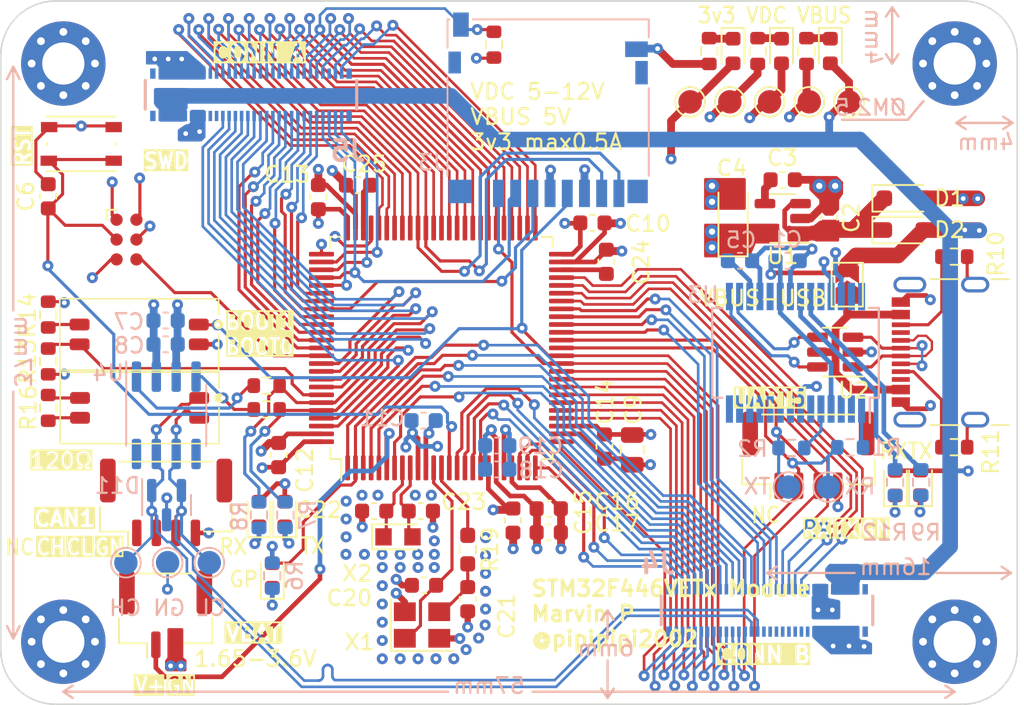
<source format=kicad_pcb>
(kicad_pcb (version 20221018) (generator pcbnew)
  (layers (0 "F.Cu" signal) (1 "In1.Cu" signal) (2 "In2.Cu" signal) (31 "B.Cu" signal) (34 "B.Paste" user) (35 "F.Paste" user) (36 "B.SilkS" user "B.Silkscreen") (37 "F.SilkS" user "F.Silkscreen") (38 "B.Mask" user) (39 "F.Mask" user) (44 "Edge.Cuts" user))
  (net 0 "")
  (net 1 "VBUS")
  (net 2 "GND")
  (net 3 "Net-(U1-BP)")
  (net 4 "+3.3V")
  (net 5 "Net-(U3-3V3OUT)")
  (net 6 "/NRST")
  (net 7 "/HSE_IN")
  (net 8 "Net-(C21-Pad1)")
  (net 9 "/LSE_IN")
  (net 10 "/LSE_OUT")
  (net 11 "Net-(U5-VCAP_1)")
  (net 12 "Net-(U5-VCAP_2)")
  (net 13 "Net-(D1-K)")
  (net 14 "+VDC")
  (net 15 "Net-(D3-K)")
  (net 16 "Net-(D4-K)")
  (net 17 "Net-(D5-K)")
  (net 18 "Net-(D6-K)")
  (net 19 "/GP_LED")
  (net 20 "Net-(D7-K)")
  (net 21 "Net-(D8-K)")
  (net 22 "/CAN-")
  (net 23 "/CAN+")
  (net 24 "Net-(JP1-A)")
  (net 25 "Net-(J1-CC1)")
  (net 26 "Net-(J1-D+-PadA6)")
  (net 27 "Net-(J1-D--PadA7)")
  (net 29 "Net-(J1-CC2)")
  (net 31 "/SWDIO")
  (net 32 "/SWCLK")
  (net 33 "/SWO")
  (net 34 "/BOOT1")
  (net 40 "VBat")
  (net 45 "Net-(D10-K)")
  (net 47 "/FTDI_TXD")
  (net 48 "/FTDI_RXD")
  (net 49 "Net-(U3-CBUS0)")
  (net 50 "Net-(U3-CBUS1)")
  (net 51 "/BOOT0")
  (net 52 "/CAN1_RX")
  (net 53 "Net-(U4-TXD)")
  (net 54 "Net-(R14-Pad1)")
  (net 55 "/CAN1_TX")
  (net 56 "Net-(U4-RXD)")
  (net 57 "/HSE_OUT")
  (net 58 "/USB_D+")
  (net 59 "/USB_D-")
  (net 74 "/PB0")
  (net 75 "/PB10")
  (net 76 "/PB12")
  (net 77 "/PB13")
  (net 78 "/PB14")
  (net 79 "/PB15")
  (net 80 "/PA15")
  (net 81 "/PB4")
  (net 82 "/PB5")
  (net 83 "/PB6")
  (net 84 "/PB7")
  (net 85 "/PE2")
  (net 86 "/PE4")
  (net 87 "/PE5")
  (net 88 "/PE6")
  (net 89 "/PC13")
  (net 90 "/PC0")
  (net 91 "/PC1")
  (net 92 "/PC2")
  (net 93 "/PC3")
  (net 94 "/PA0")
  (net 95 "/PA1")
  (net 96 "/PA2")
  (net 97 "/PA3")
  (net 98 "/PA4")
  (net 99 "/PA5")
  (net 100 "/PA6")
  (net 101 "/PA7")
  (net 102 "/PC4")
  (net 103 "/PC5")
  (net 104 "/PE9")
  (net 105 "/PE10")
  (net 106 "/PE11")
  (net 107 "/PE12")
  (net 108 "/PE13")
  (net 109 "/PE14")
  (net 110 "/PE15")
  (net 111 "/PD8")
  (net 112 "/PD9")
  (net 113 "/PD11")
  (net 114 "/PD12")
  (net 115 "/PD13")
  (net 116 "/PD14")
  (net 117 "/PD15")
  (net 118 "/PC6")
  (net 119 "/PC7")
  (net 120 "/PA8")
  (net 121 "/PA9")
  (net 122 "/PA10")
  (net 123 "/PA11")
  (net 124 "/PA12")
  (net 125 "/PC10")
  (net 126 "/PC12")
  (net 127 "/PD0")
  (net 128 "/PD1")
  (net 129 "/PD3")
  (net 130 "/PD4")
  (net 131 "/PD5")
  (net 132 "/PD6")
  (net 133 "/PD7")
  (net 134 "/PE0")
  (net 135 "/PE1")
  (net 136 "/PB1")
  (net 137 "/PC11")
  (net 138 "/PD2")
  (net 139 "/PC8")
  (net 140 "/PC9")
  (net 141 "/PD10")
  (net 142 "/PE7")
  (net 143 "/PE8")
  (net 144 "Net-(D9-K)")
  (net 153 "Net-(R16-Pad1)")
  (net 154 "Net-(R16-Pad2)")
  (footprint "LED_SMD:LED_0603_1608Metric" (layer "F.Cu") (at 150.8252 57.2008 -90)
    (fp_text reference "D5" hide)
    (fp_text value "3V3_LED")
  )
  (footprint "Capacitor_SMD:C_0603_1608Metric" (layer "F.Cu") (at 154.0022 65.4392)
    (fp_text reference "C3")
    (fp_text value "470p")
  )
  (footprint "TestPoint:TestPoint_Pad_D1.5mm" (layer "F.Cu") (at 153.162 60.452)
    (fp_text reference "TP9" hide)
    (fp_text value "+VDC")
  )
  (footprint "Package_TO_SOT_SMD:SOT-23-5" (layer "F.Cu") (at 154.0022 67.9152 180)
    (fp_text reference "U1")
    (fp_text value "MIC5219-3.3YM5")
  )
  (footprint "whose_lib:218-2LPSTRF" (layer "F.Cu") (at 112.8522 75.3364 -90)
    (fp_text reference "SW2" hide)
    (fp_text value "SW_DIP_x02")
  )
  (footprint "Capacitor_SMD:C_0603_1608Metric" (layer "F.Cu") (at 126.8476 65.786 180)
    (fp_text reference "C25")
    (fp_text value "2u2")
  )
  (footprint "Connector_JST:JST_GH_BM04B-GHS-TBT_1x04-1MP_P1.25mm_Vertical" (layer "F.Cu") (at 155.646 83.071)
    (fp_text reference "J8" hide)
    (fp_text value "BM04B-GHS-TBT(LF)(SN)")
  )
  (footprint "Connector_USB:USB_C_Receptacle_GCT_USB4105-xx-A_16P_TopMnt_Horizontal" (layer "F.Cu") (at 165.234 76.467 90)
    (fp_text reference "J1" hide)
    (fp_text value "USB_C_Receptacle_USB2.0")
  )
  (footprint "Resistor_SMD:R_0603_1608Metric" (layer "F.Cu") (at 121.0056 78.613 180)
    (fp_text reference "R15" hide)
    (fp_text value "22")
  )
  (footprint "Resistor_SMD:R_0603_1608Metric" (layer "F.Cu") (at 155.5242 57.2008 -90)
    (fp_text reference "R3" hide)
    (fp_text value "330")
  )
  (footprint "Jumper:SolderJumper-2_P1.3mm_Open_TrianglePad1.0x1.5mm" (layer "F.Cu") (at 158.1275 72.149 90)
    (fp_text reference "JP1" hide)
    (fp_text value "VBus_Connect")
  )
  (footprint "MountingHole:MountingHole_2.7mm_M2.5_Pad_Via" (layer "F.Cu") (at 108 95)
    (fp_text reference "H3" hide)
    (fp_text value "MountingHole_Pad")
  )
  (footprint "Capacitor_SMD:C_0603_1608Metric" (layer "F.Cu") (at 142.603 82.5116 -90)
    (fp_text reference "C14")
    (fp_text value "100n")
  )
  (footprint "Resistor_SMD:R_0603_1608Metric" (layer "F.Cu") (at 107.0356 77.0636 -90)
    (fp_text reference "R13")
    (fp_text value "5k1")
  )
  (footprint "Resistor_SMD:R_0603_1608Metric" (layer "F.Cu") (at 135.5344 56.7944 90)
    (fp_text reference "R18" hide)
    (fp_text value "5k1")
  )
  (footprint "Diode_SMD:D_SOD-323_HandSoldering" (layer "F.Cu") (at 161.7472 68.6562)
    (fp_text reference "D2")
    (fp_text value "BAT760")
  )
  (footprint "LED_SMD:LED_0603_1608Metric" (layer "F.Cu") (at 122.161 86.829 90)
    (fp_text reference "D7" hide)
    (fp_text value "CRX_LED" hide)
  )
  (footprint "whose_lib:218-2LPSTRF" (layer "F.Cu") (at 112.8776 80.0354 -90)
    (fp_text reference "SW3" hide)
    (fp_text value "SW_DIP_x02")
  )
  (footprint "Crystal:Crystal_SMD_3225-4Pin_3.2x2.5mm" (layer "F.Cu") (at 130.937 93.9303)
    (fp_text reference "X1")
    (fp_text value "20MHz")
  )
  (footprint "Connector_JST:JST_GH_BM02B-GHS-TBT_1x02-1MP_P1.25mm_Vertical" (layer "F.Cu") (at 114.541 93.243)
    (fp_text reference "J6" hide)
    (fp_text value "BM02B-GHS-TBT(LF)(SN)")
  )
  (footprint "LED_SMD:LED_0603_1608Metric" (layer "F.Cu") (at 162.814 84.836 90)
    (fp_text reference "D9" hide)
    (fp_text value "TX_LED")
  )
  (footprint "LED_SMD:LED_0603_1608Metric" (layer "F.Cu") (at 153.924 57.2008 -90)
    (fp_text reference "D4" hide)
    (fp_text value "VDC_LED")
  )
  (footprint "LED_SMD:LED_0603_1608Metric" (layer "F.Cu") (at 157.0482 57.2008 -90)
    (fp_text reference "D3" hide)
    (fp_text value "VBUS_LED")
  )
  (footprint "Resistor_SMD:R_0603_1608Metric" (layer "F.Cu") (at 164.973 82.55)
    (fp_text reference "R11")
    (fp_text value "5k1")
  )
  (footprint "TestPoint:TestPoint_Pad_D1.5mm" (layer "F.Cu") (at 155.702 60.452)
    (fp_text reference "TP8" hide)
    (fp_text value "GND")
  )
  (footprint "MountingHole:MountingHole_2.7mm_M2.5_Pad_Via" (layer "F.Cu") (at 165 95)
    (fp_text reference "H4" hide)
    (fp_text value "MountingHole_Pad")
  )
  (footprint "Resistor_SMD:R_0603_1608Metric" (layer "F.Cu") (at 107.0356 74.0664 90)
    (fp_text reference "R14")
    (fp_text value "5k1")
  )
  (footprint "LED_SMD:LED_0603_1608Metric" (layer "F.Cu") (at 120.51 86.829 90)
    (fp_text reference "D8" hide)
    (fp_text value "CTX_LED" hide)
  )
  (footprint "Capacitor_SMD:C_0603_1608Metric" (layer "F.Cu") (at 141.8336 68.199)
    (fp_text reference "C10")
    (fp_text value "100n")
  )
  (footprint "Capacitor_SMD:C_0603_1608Metric" (layer "F.Cu") (at 124.3076 66.548 90)
    (fp_text reference "C13")
    (fp_text value "100n")
  )
  (footprint "Capacitor_SMD:C_0603_1608Metric" (layer "F.Cu") (at 139.0396 88.011 180)
    (fp_text reference "C17")
    (fp_text value "1u")
  )
  (footprint "Diode_SMD:D_SOD-323_HandSoldering" (layer "F.Cu") (at 161.7472 66.6242)
    (fp_text reference "D1")
    (fp_text value "BAT760")
  )
  (footprint "Resistor_SMD:R_0603_1608Metric" (layer "F.Cu") (at 107.0356 80.0354 -90)
    (fp_text reference "R16")
    (fp_text value "120")
  )
  (footprint "Capacitor_SMD:C_0603_1608Metric" (layer "F.Cu") (at 127.8766 86.6394 180)
    (fp_text reference "C22")
    (fp_text value "8p")
  )
  (footprint "Capacitor_SMD:C_0805_2012Metric" (layer "F.Cu") (at 144.381 82.725 -90)
    (fp_text reference "C9")
    (fp_text value "4u7")
  )
  (footprint "TestPoint:TestPoint_Pad_D1.5mm" (layer "F.Cu") (at 158.242 60.452)
    (fp_text reference "TP1" hide)
    (fp_text value "VBUS")
  )
  (footprint "MountingHole:MountingHole_2.7mm_M2.5_Pad_Via" (layer "F.Cu") (at 165 58)
    (fp_text reference "H2" hide)
    (fp_text value "MountingHole_Pad")
  )
  (footprint "Capacitor_SMD:C_0603_1608Metric" (layer "F.Cu") (at 136.7536 87.249 -90)
    (fp_text reference "C15")
    (fp_text value "100n")
  )
  (footprint "TestPoint:TestPoint_Pad_D1.5mm" (layer "F.Cu") (at 150.622 60.452)
    (fp_text reference "TP4" hide)
    (fp_text value "GND")
  )
  (footprint "Resistor_SMD:R_0603_1608Metric" (layer "F.Cu") (at 164.973 70.358 180)
    (fp_text reference "R10")
    (fp_text value "5k1")
  )
  (footprint "LED_SMD:LED_0603_1608Metric" (layer "F.Cu") (at 161.2008 84.8483 90)
    (fp_text reference "D10" hide)
    (fp_text value "RX_LED")
  )
  (footprint "Connector_JST:JST_GH_BM04B-GHS-TBT_1x04-1MP_P1.25mm_Vertical" (layer "F.Cu") (at 114.571 86.086)
    (fp_text reference "J7" hide)
    (fp_text value "BM04B-GHS-TBT(LF)(SN)")
  )
  (footprint "Resistor_SMD:R_0603_1608Metric" (layer "F.Cu") (at 149.3012 57.2008 -90)
    (fp_text reference "R5" hide)
    (fp_text value "330")
  )
  (footprint "Capacitor_SMD:C_0603_1608Metric" (layer "F.Cu") (at 121.7676 83.058 90)
    (fp_text reference "C12")
    (fp_text value "100n")
  )
  (footprint "MountingHole:MountingHole_2.7mm_M2.5_Pad_Via" (layer "F.Cu") (at 108 58)
    (fp_text reference "H1" hide)
    (fp_text value "MountingHole_Pad")
  )
  (footprint "Package_TO_SOT_SMD:SOT-23-6" (layer "F.Cu") (at 157.36 76.467 180)
    (fp_text reference "U2")
    (fp_text value "USBLC6-2SC6" hide)
  )
  (footprint "Capacitor_SMD:C_0603_1608Metric" (layer "F.Cu") (at 133.858 92.2793 -90)
    (fp_text reference "C21")
    (fp_text value "6p")
  )
  (footprint "Connector:Tag-Connect_TC2030-IDC-FP_2x03_P1.27mm_Vertical" (layer "F.Cu") (at 112.0394 69.2658 -90)
    (fp_text reference "J2" hide)
    (fp_text value "Conn_ARM_SWD_TagConnect_TC2030")
  )
  (footprint "Capacitor_SMD:C_0603_1608Metric" (layer "F.Cu") (at 130.8608 86.6394)
    (fp_text reference "C23")
    (fp_text value "8p")
  )
  (footprint "Crystal:Crystal_SMD_2012-2Pin_2.0x1.2mm_HandSoldering" (layer "F.Cu") (at 129.4006 88.2904)
    (fp_text reference "X2")
    (fp_text value "32kHz768")
  )
  (footprint "Button_Switch_SMD:SW_Push_1P1T_NO_Vertical_Wuerth_434133025816" (layer "F.Cu") (at 109.1438 63.1444 180)
    (fp_text reference "SW1" hide)
    (fp_text value "SW_Push")
  )
  (footprint "Package_QFP:LQFP-100_14x14mm_P0.5mm" (layer "F.Cu") (at 132.1816 76.2 90)
    (fp_text reference "U5" hide)
    (fp_text value "STM32F446VETx")
  )
  (footprint "Capacitor_SMD:C_0603_1608Metric" (layer "F.Cu") (at 156.9744 67.8668 90)
    (fp_text reference "C2")
    (fp_text value "1u")
  )
  (footprint "Resistor_SMD:R_0603_1608Metric" (layer "F.Cu") (at 121.0056 80.137 180)
    (fp_text reference "R17" hide)
    (fp_text value "22")
  )
  (footprint "Capacitor_Tantalum_SMD:CP_EIA-3216-18_Kemet-A_Pad1.58x1.35mm_HandSolder" (layer "F.Cu") (at 150.8272 67.8522 90)
    (fp_text reference "C4")
    (fp_text value "2u2")
  )
  (footprint "LED_SMD:LED_0603_1608Metric" (layer "F.Cu") (at 121.3612 90.7596 90)
    (fp_text reference "D6" hide)
    (fp_text value "GP_LED")
  )
  (footprint "Capacitor_SMD:C_0603_1608Metric" (layer "F.Cu") (at 107.0356 66.4972 90)
    (fp_text reference "C6")
    (fp_text value "100n")
  )
  (footprint "Capacitor_SMD:C_0603_1608Metric" (layer "F.Cu") (at 142.7226 70.6882 90)
    (fp_text reference "C24")
    (fp_text value "2u2")
  )
  (footprint "Resistor_SMD:R_0603_1608Metric" (layer "F.Cu") (at 152.4 57.2008 -90)
    (fp_text reference "R4" hide)
    (fp_text value "330")
  )
  (footprint "Capacitor_SMD:C_0603_1608Metric" (layer "F.Cu") (at 131.064 91.3903 180)
    (fp_text reference "C20")
    (fp_text value "6p")
  )
  (footprint "Resistor_SMD:R_0603_1608Metric_Pad0.98x0.95mm_HandSolder" (layer "F.Cu") (at 133.858 89.1043 -90)
    (fp_text reference "R19")
    (fp_text value "0")
  )
  (footprint "Capacitor_SMD:C_0603_1608Metric" (layer "F.Cu") (at 139.0396 86.487 180)
    (fp_text reference "C16")
    (fp_text value "100n")
  )
  (footprint "TestPoint:TestPoint_Pad_D1.5mm" (layer "F.Cu") (at 148.082 60.452)
    (fp_text reference "TP6" hide)
    (fp_text value "+3.3V")
  )
  (footprint "Capacitor_SMD:C_0603_1608Metric" (layer "B.Cu") (at 114.541 74.447)
    (fp_text reference "C7")
    (fp_text value "1u")
  )
  (footprint "whose_lib:DF40C-60DP-0.4V_51_" (layer "B.Cu") (at 153 93)
    (fp_text reference "J4")
    (fp_text value "DF40C-60DP-0.4V_51_" hide)
  )
  (footprint "Capacitor_SMD:C_0603_1608Metric" (layer "B.Cu") (at 135.75 83.972 180)
    (fp_text reference "C18")
    (fp_text value "1u" hide)
  )
  (footprint "TestPoint:TestPoint_Pad_D1.5mm" (layer "B.Cu") (at 114.668 89.941 180)
    (fp_text reference "TP5" hide)
    (fp_text value "GND")
  )
  (footprint "Resistor_SMD:R_0603_1608Metric" (layer "B.Cu") (at 154.559 82.6008)
    (fp_text reference "R2")
    (fp_text value "22")
  )
  (footprint "Capacitor_SMD:C_0603_1608Metric" (layer "B.Cu") (at 114.541 75.971 180)
    (fp_text reference "C8")
    (fp_text value "100n")
  )
  (footprint "Connector_Card:microSD_HC_Hirose_DM3D-SF" (layer "B.Cu") (at 139 60.96 180)
    (fp_text reference "J3")
    (fp_text value "Micro_SD_Card_Det_Hirose_DM3AT")
  )
  (footprint "Capacitor_SMD:C_0603_1608Metric" (layer "B.Cu") (at 135.75 82.4484 180)
    (fp_text reference "C19")
    (fp_text value "100n")
  )
  (footprint "Capacitor_SMD:C_0603_1608Metric" (layer "B.Cu") (at 131.0386 80.8482 180)
    (fp_text reference "C11")
    (fp_text value "100n" hide)
  )
  (footprint "Resistor_SMD:R_0603_1608Metric" (layer "B.Cu") (at 122.201 86.893 90)
    (fp_text reference "R7")
    (fp_text value "330")
  )
  (footprint "Package_SO:SSOP-28_5.3x10.2mm_P0.65mm" (layer "B.Cu") (at 154.82 76.511 90)
    (fp_text reference "U3")
    (fp_text value "FT232RN")
  )
  (footprint "TestPoint:TestPoint_Pad_D1.5mm" (layer "B.Cu") (at 117.335 89.941)
    (fp_text reference "TP3" hide)
    (fp_text value "CAN-")
  )
  (footprint "whose_lib:DF40C-60DP-0.4V_51_" (layer "B.Cu") (at 120 60 180)
    (fp_text reference "J5")
    (fp_text value "DF40C-60DP-0.4V_51_" hide)
  )
  (footprint "Resistor_SMD:R_0603_1608Metric" (layer "B.Cu") (at 162.8524 84.7975 90)
    (fp_text reference "R9")
    (fp_text value "330")
  )
  (footprint "Resistor_SMD:R_0603_1608Metric" (layer "B.Cu") (at 158.313 82.563)
    (fp_text reference "R1")
    (fp_text value "22")
  )
  (footprint "Package_TO_SOT_SMD:SOT-23" (layer "B.Cu") (at 114.602 86.258 -90)
    (fp_text reference "D11")
    (fp_text value "NUP2105LT1G")
  )
  (footprint "Capacitor_SMD:C_0603_1608Metric" (layer "B.Cu") (at 151.2695 70.625)
    (fp_text reference "C5")
    (fp_text value "100n")
  )
  (footprint "Resistor_SMD:R_0603_1608Metric" (layer "B.Cu") (at 161.1884 84.7976 90)
    (fp_text reference "R12")
    (fp_text value "330")
  )
  (footprint "Resistor_SMD:R_0603_1608Metric" (layer "B.Cu") (at 121.3612 90.7796 90)
    (fp_text reference "R6")
    (fp_text value "330")
  )
  (footprint "TestPoint:TestPoint_Pad_D1.5mm" (layer "B.Cu") (at 154.376 85.103 180)
    (fp_text reference "TP7" hide)
    (fp_text value "UART5_TX")
  )
  (footprint "TestPoint:TestPoint_Pad_D1.5mm" (layer "B.Cu") (at 156.916 85.103 180)
    (fp_text reference "TP10" hide)
    (fp_text value "UART5_RX")
  )
  (footprint "TestPoint:TestPoint_Pad_D1.5mm" (layer "B.Cu") (at 112.001 89.941)
    (fp_text reference "TP2" hide)
    (fp_text value "CAN+")
  )
  (footprint "Resistor_SMD:R_0603_1608Metric" (layer "B.Cu") (at 120.51 86.893 90)
    (fp_text reference "R8")
    (fp_text value "330")
  )
  (footprint "Capacitor_SMD:C_0603_1608Metric" (layer "B.Cu") (at 154.3175 70.625)
    (fp_text reference "C1")
    (fp_text value "100n")
  )
  (footprint "Package_SO:SOIC-8_3.9x4.9mm_P1.27mm" (layer "B.Cu") (at 114.5816 80.513 -90)
    (fp_text reference "U4")
    (fp_text value "TCAN332G")
  )
  (gr_line (start 104.8 73.8) (end 104.8 58.2) (stroke (width 0.15)) (layer "B.SilkS"))
  (gr_line (start 153 90.6) (end 153.6 91) (stroke (width 0.15)) (layer "B.SilkS"))
  (gr_line (start 161 58) (end 160.6 57.4) (stroke (width 0.15)) (layer "B.SilkS"))
  (gr_line (start 142.4 93.6) (end 142.8 93) (stroke (width 0.15)) (layer "B.SilkS"))
  (gr_line (start 161 54.4) (end 161 58) (stroke (width 0.15)) (layer "B.SilkS"))
  (gr_line (start 142.8 96.2) (end 142.8 98.6) (stroke (width 0.15)) (layer "B.SilkS"))
  (gr_line (start 156 90.6) (end 153 90.6) (stroke (width 0.15)) (layer "B.SilkS"))
  (gr_line (start 142.8 93) (end 143.2 93.6) (stroke (width 0.15)) (layer "B.SilkS"))
  (gr_line (start 104.8 94.8) (end 104.4 94) (stroke (width 0.15)) (layer "B.SilkS"))
  (gr_line (start 142.8 98.6) (end 142.4 98) (stroke (width 0.15)) (layer "B.SilkS"))
  (gr_line (start 132.6 98.2) (end 108 98.2) (stroke (width 0.15)) (layer "B.SilkS"))
  (gr_line (start 162 61.6) (end 163 60.4) (stroke (width 0.15)) (layer "B.SilkS"))
  (gr_line (start 165.1 61.8) (end 165.7 61.4) (stroke (width 0.15)) (layer "B.SilkS"))
  (gr_line (start 165.1 61.8) (end 168.7 61.8) (stroke (width 0.15)) (layer "B.SilkS"))
  (gr_line (start 163 60.4) (end 162 61.6) (stroke (width 0.15)) (layer "B.SilkS"))
  (gr_line (start 142.8 94.4) (end 142.8 94.8) (stroke (width 0.15)) (layer "B.SilkS"))
  (gr_line (start 161 54.4) (end 161.4 55) (stroke (width 0.15)) (layer "B.SilkS"))
  (gr_line (start 142.8 98.6) (end 143.2 98) (stroke (width 0.15)) (layer "B.SilkS"))
  (gr_line (start 142.8 94.4) (end 142.8 93) (stroke (width 0.15)) (layer "B.SilkS"))
  (gr_line (start 165.1 61.8) (end 165.7 62.2) (stroke (width 0.15)) (layer "B.SilkS"))
  (gr_line (start 153 90.6) (end 153.6 90.2) (stroke (width 0.15)) (layer "B.SilkS"))
  (gr_line (start 138 98.2) (end 165 98.2) (stroke (width 0.15)) (layer "B.SilkS"))
  (gr_line (start 108 98.2) (end 108.6 98.6) (stroke (width 0.15)) (layer "B.SilkS"))
  (gr_line (start 104.8 58.2) (end 105.2 59) (stroke (width 0.15)) (layer "B.SilkS"))
  (gr_line (start 104.8 94.8) (end 105.2 94) (stroke (width 0.15)) (layer "B.SilkS"))
  (gr_line (start 104.8 79) (end 104.8 94.8) (stroke (width 0.15)) (layer "B.SilkS"))
  (gr_line (start 162 61.6) (end 157.8 61.6) (stroke (width 0.15)) (layer "B.SilkS"))
  (gr_line (start 156 90.6) (end 158.6 90.6) (stroke (width 0.15)) (layer "B.SilkS"))
  (gr_line (start 163.8 90.6) (end 168.6 90.6) (stroke (width 0.15)) (layer "B.SilkS"))
  (gr_line (start 168.7 61.8) (end 168.1 62.2) (stroke (width 0.15)) (layer "B.SilkS"))
  (gr_line (start 142.8 93) (end 142.4 93.6) (stroke (width 0.15)) (layer "B.SilkS"))
  (gr_line (start 168.6 90.6) (end 168 90.2) (stroke (width 0.15)) (layer "B.SilkS"))
  (gr_line (start 165 98.2) (end 164.4 98.6) (stroke (width 0.15)) (layer "B.SilkS"))
  (gr_line (start 108 98.2) (end 108.6 97.8) (stroke (width 0.15)) (layer "B.SilkS"))
  (gr_line (start 143.2 98) (end 142.8 98.6) (stroke (width 0.15)) (layer "B.SilkS"))
  (gr_line (start 161 58) (end 161.4 57.4) (stroke (width 0.15)) (layer "B.SilkS"))
  (gr_line (start 168.6 90.6) (end 168 91) (stroke (width 0.15)) (layer "B.SilkS"))
  (gr_line (start 168.7 61.8) (end 168.1 61.4) (stroke (width 0.15)) (layer "B.SilkS"))
  (gr_line (start 161 54.4) (end 160.6 55) (stroke (width 0.15)) (layer "B.SilkS"))
  (gr_line (start 165 98.2) (end 164.4 97.8) (stroke (width 0.15)) (layer "B.SilkS"))
  (gr_line (start 104.8 58.2) (end 104.4 59) (stroke (width 0.15)) (layer "B.SilkS"))
  (gr_arc (start 169 95.5) (mid 167.974874 97.974874) (end 165.5 99) (stroke (width 0.1)) (layer "Edge.Cuts"))
  (gr_arc (start 104 57.5) (mid 105.025126 55.025126) (end 107.5 54) (stroke (width 0.1)) (layer "Edge.Cuts"))
  (gr_line (start 165.5 54) (end 107.5 54) (stroke (width 0.1)) (layer "Edge.Cuts"))
  (gr_arc (start 107.5 99) (mid 105.025126 97.974874) (end 104 95.5) (stroke (width 0.1)) (layer "Edge.Cuts"))
  (gr_line (start 169 95.5) (end 169 57.5) (stroke (width 0.1)) (layer "Edge.Cuts"))
  (gr_arc (start 165.5 54) (mid 167.974874 55.025126) (end 169 57.5) (stroke (width 0.1)) (layer "Edge.Cuts"))
  (gr_line (start 107.5 99) (end 165.5 99) (stroke (width 0.1)) (layer "Edge.Cuts"))
  (gr_line (start 104 57.5) (end 104 95.5) (stroke (width 0.1)) (layer "Edge.Cuts"))
  (gr_text "37mm" (at 104.8 78.8 270) (layer "B.SilkS") (effects (font (size 1 1)) (justify left bottom mirror)))
  (gr_text "4mm" (at 168.9 63.6) (layer "B.SilkS") (effects (font (size 1 1)) (justify left bottom mirror)))
  (gr_text "CL GN CH" (at 118.4656 93.4212) (layer "B.SilkS") (effects (font (size 1 1)) (justify left bottom mirror)))
  (gr_text "ØM2.5" (at 162 61.4) (layer "B.SilkS") (effects (font (size 1 1)) (justify left bottom mirror)))
  (gr_text "4mm" (at 159.2 58.2 270) (layer "B.SilkS") (effects (font (size 1 1)) (justify left bottom mirror)))
  (gr_text "TX" (at 153.3144 85.6488) (layer "B.SilkS") (effects (font (size 1 1)) (justify left bottom mirror)))
  (gr_text "RX" (at 160.02 85.6488) (layer "B.SilkS") (effects (font (size 1 1)) (justify left bottom mirror)))
  (gr_text "57mm" (at 137.6 98.4) (layer "B.SilkS") (effects (font (size 1 1)) (justify left bottom mirror)))
  (gr_text "16mm" (at 163.6 90.8) (layer "B.SilkS") (effects (font (size 1 1)) (justify left bottom mirror)))
  (gr_text "6mm" (at 144.6 96) (layer "B.SilkS") (effects (font (size 1 1)) (justify left bottom mirror)))
  (gr_text "CAN1" (at 106.0196 87.7062) (layer "F.SilkS" knockout) (effects (font (size 1 1) (thickness 0.2) bold) (justify left bottom)))
  (gr_text "RX" (at 155.194 88.3666) (layer "F.SilkS" knockout) (effects (font (size 1 0.9)) (justify left bottom)))
  (gr_text "NC\n" (at 104.1908 89.535) (layer "F.SilkS") (effects (font (size 1 0.9)) (justify left bottom)))
  (gr_text "CONN B" (at 149.7076 96.4184) (layer "F.SilkS" knockout) (effects (font (size 1 1) (thickness 0.2) bold) (justify left bottom)))
  (gr_text "GN" (at 158.9024 88.3666) (layer "F.SilkS" knockout) (effects (font (size 1 0.9)) (justify left bottom)))
  (gr_text "STM32F446VETx Module\nMarvin P\n@pipipipi2002" (at 137.8204 95.4024) (layer "F.SilkS") (effects (font (size 1 1) (thickness 0.2) bold) (justify left bottom)))
  (gr_text "GN" (at 114.5032 98.3996) (layer "F.SilkS" knockout) (effects (font (size 1 0.9)) (justify left bottom)))
  (gr_text "120Ω" (at 107.8738 83.9978) (layer "F.SilkS" knockout) (effects (font (size 1 1) (thickness 0.125)) (justify bottom)))
  (gr_text "CONN A" (at 117.5004 57.912) (layer "F.SilkS" knockout) (effects (font (size 1 1) (thickness 0.2) bold) (justify left bottom)))
  (gr_text "VBAT" (at 118.2878 95.0468) (layer "F.SilkS" knockout) (effects (font (size 1 1) (thickness 0.2) bold) (justify left bottom)))
  (gr_text "RX" (at 117.8814 89.5096) (layer "F.SilkS") (effects (font (size 1 0.9)) (justify left bottom)))
  (gr_text "RX" (at 160.1216 83.3882) (layer "F.SilkS") (effects (font (size 1 0.9)) (justify left bottom)))
  (gr_text "RST" (at 105.9688 64.6684 90) (layer "F.SilkS" knockout) (effects (font (size 1 0.9) (thickness 0.18) bold) (justify left bottom)))
  (gr_text "TX\n" (at 157.2006 88.3666) (layer "F.SilkS" knockout) (effects (font (size 1 0.9)) (justify left bottom)))
  (gr_text "TX" (at 161.925 83.3882) (layer "F.SilkS") (effects (font (size 1 0.9)) (justify left bottom)))
  (gr_text "VBUS-USB" (at 148.6 73.6) (layer "F.SilkS") (effects (font (size 1 1)) (justify left bottom)))
  (gr_text "CH" (at 106.172 89.535) (layer "F.SilkS" knockout) (effects (font (size 1 0.9)) (justify left bottom)))
  (gr_text "VDC 5-12V\nVBUS 5V\n3v3 max0.5A" (at 133.9342 63.6016) (layer "F.SilkS") (effects (font (size 1 1)) (justify left bottom)))
  (gr_text "CL" (at 108.1024 89.535) (layer "F.SilkS" knockout) (effects (font (size 1 0.9)) (justify left bottom)))
  (gr_text "3v3 VDC VBUS" (at 148.4884 55.499) (layer "F.SilkS") (effects (font (size 1 0.9)) (justify left bottom)))
  (gr_text "SWD" (at 113.0554 64.8208) (layer "F.SilkS" knockout) (effects (font (size 1 0.9) (thickness 0.18) bold) (justify left bottom)))
  (gr_text "UART5" (at 150.7236 80.01) (layer "F.SilkS" knockout) (effects (font (size 1 1) (thickness 0.2) bold) (justify left bottom)))
  (gr_text "GP" (at 118.5418 91.5924) (layer "F.SilkS") (effects (font (size 1 0.9)) (justify left bottom)))
  (gr_text "GN" (at 109.9312 89.535) (layer "F.SilkS" knockout) (effects (font (size 1 0.9)) (justify left bottom)))
  (gr_text "V+" (at 112.4966 98.3996) (layer "F.SilkS" knockout) (effects (font (size 1 0.9)) (justify left bottom)))
  (gr_text "BOOT1\nBOOT0" (at 118.2878 76.708) (layer "F.SilkS" knockout) (effects (font (size 1 0.9)) (justify left bottom)))
  (gr_text "1.65-3.6V" (at 116.2812 96.6724) (layer "F.SilkS") (effects (font (size 1 1)) (justify left bottom)))
  (gr_text "NC\n" (at 151.892 87.4776) (layer "F.SilkS") (effects (font (size 1 0.9)) (justify left bottom)))
  (gr_text "TX\n" (at 123.063 89.4588) (layer "F.SilkS") (effects (font (size 1 0.9)) (justify left bottom)))
  (segment (start 161.2008 84.0608) (end 165.8488 84.0608) (width 0.3) (layer "F.Cu") (net 1))
  (segment (start 162.9972 68.6562) (end 161.3716 70.2818) (width 1) (layer "F.Cu") (net 1))
  (segment (start 158.685525 70.2818) (end 158.1275 70.839825) (width 1) (layer "F.Cu") (net 1))
  (segment (start 153.331598 71.3994) (end 158.1029 71.3994) (width 0.3) (layer "F.Cu") (net 1))
  (segment (start 157.0483 57.9883) (end 158.242 59.182) (width 0.5) (layer "F.Cu") (net 1))
  (segment (start 153.2445 71.486498) (end 153.331598 71.3994) (width 0.3) (layer "F.Cu") (net 1))
  (segment (start 165.8488 84.0608) (end 165.862 84.074) (width 0.3) (layer "F.Cu") (net 1))
  (segment (start 157.0482 57.9883) (end 157.0483 57.9883) (width 0.5) (layer "F.Cu") (net 1))
  (segment (start 157.9372 60.452) (end 156.972 61.4172) (width 0.5) (layer "F.Cu") (net 1))
  (segment (start 162.9972 68.6562) (end 166.5478 68.6562) (width 1) (layer "F.Cu") (net 1))
  (segment (start 161.3716 70.2818) (end 158.685525 70.2818) (width 1) (layer "F.Cu") (net 1))
  (segment (start 158.242 60.452) (end 157.9372 60.452) (width 0.5) (layer "F.Cu") (net 1))
  (segment (start 158.242 59.182) (end 158.242 60.452) (width 0.5) (layer "F.Cu") (net 1))
  (segment (start 158.1275 70.839825) (end 158.1275 71.174) (width 1) (layer "F.Cu") (net 1))
  (segment (start 158.1029 71.3994) (end 158.1275 71.424) (width 0.3) (layer "F.Cu") (net 1))
  (via (at 165.862 84.074) (size 0.7) (drill 0.3) (layers "F.Cu" "B.Cu") (net 1))
  (via (at 153.2445 71.486498) (size 0.7) (drill 0.3) (layers "F.Cu" "B.Cu") (net 1))
  (via (at 165.6458 68.647) (size 0.7) (drill 0.3) (layers "F.Cu" "B.Cu") (net 1))
  (via (at 166.5732 68.6816) (size 0.7) (drill 0.3) (layers "F.Cu" "B.Cu") (net 1))
  (via (at 156.972 61.4172) (size 0.7) (drill 0.3) (layers "F.Cu" "B.Cu") (net 1))
  (segment (start 153.845 73.967471) (end 157.095 77.217471) (width 0.3) (layer "B.Cu") (net 1))
  (segment (start 164.709 84.074) (end 164.709 88.91) (width 1) (layer "B.Cu") (net 1))
  (segment (start 164.709 68.6462) (end 164.709 68.6816) (width 1) (layer "B.Cu") (net 1))
  (segment (start 132.780446 60.071) (end 135.574446 62.865) (width 1) (layer "B.Cu") (net 1))
  (segment (start 135.574446 62.865) (end 156.972 62.865) (width 1) (layer "B.Cu") (net 1))
  (segment (start 114.3 60.071) (end 132.780446 60.071) (width 1) (layer "B.Cu") (net 1))
  (segment (start 164.709 68.6816) (end 164.709 84.074) (width 1) (layer "B.Cu") (net 1))
  (segment (start 165.862 84.074) (end 164.709 84.074) (width 0.3) (layer "B.Cu") (net 1))
  (segment (start 156.972 62.865) (end 158.9278 62.865) (width 1) (layer "B.Cu") (net 1))
  (segment (start 153.845 72.911) (end 153.845 73.967471) (width 0.3) (layer "B.Cu") (net 1))
  (segment (start 158.9278 62.865) (end 164.709 68.6462) (width 1) (layer "B.Cu") (net 1))
  (segment (start 153.845 72.911) (end 153.845 70.9275) (width 0.3) (layer "B.Cu") (net 1))
  (segment (start 166.5732 68.6816) (end 164.709 68.6816) (width 1) (layer "B.Cu") (net 1))
  (segment (start 157.095 77.217471) (end 157.095 80.111) (width 0.3) (layer "B.Cu") (net 1))
  (segment (start 153.845 70.9275) (end 153.5425 70.625) (width 0.3) (layer "B.Cu") (net 1))
  (segment (start 153.2445 71.486498) (end 153.2445 70.923) (width 0.3) (layer "B.Cu") (net 1))
  (segment (start 163.068 90.551) (end 157.226 90.551) (width 1) (layer "B.Cu") (net 1))
  (segment (start 153.2445 70.923) (end 153.5425 70.625) (width 0.3) (layer "B.Cu") (net 1))
  (segment (start 156.972 61.4172) (end 156.972 62.865) (width 0.5) (layer "B.Cu") (net 1))
  (segment (start 164.709 88.91) (end 163.068 90.551) (width 1) (layer "B.Cu") (net 1))
  (segment (start 157.521 86.3502) (end 157.521 85.021) (width 0.3) (layer "F.Cu") (net 2))
  (segment (start 126.098 65.7606) (end 126.0726 65.786) (width 0.3) (layer "F.Cu") (net 2))
  (segment (start 159.6768 76.4536) (end 159.6634 76.467) (width 0.3) (layer "F.Cu") (net 2))
  (segment (start 142.6086 68.849041) (end 140.757641 70.7) (width 0.3) (layer "F.Cu") (net 2))
  (segment (start 163.24 80.092) (end 161.979 80.092) (width 0.3) (layer "F.Cu") (net 2))
  (segment (start 121.7676 82.283) (end 121.171 82.283) (width 0.5) (layer "F.Cu") (net 2))
  (segment (start 124.5066 81.7) (end 122.3506 81.7) (width 0.3) (layer "F.Cu") (net 2))
  (segment (start 125.1966 64.8462) (end 126.098 65.7476) (width 0.5) (layer "F.Cu") (net 2))
  (segment (start 131.6352 86.64) (end 131.6358 86.6394) (width 0.4) (layer "F.Cu") (net 2))
  (segment (start 129.837 93.0803) (end 129.837 92.4493) (width 0.4) (layer "F.Cu") (net 2))
  (segment (start 122.3506 81.7) (end 121.7676 82.283) (width 0.3) (layer "F.Cu") (net 2))
  (segment (start 142.603 83.2866) (end 143.9926 83.2866) (width 0.3) (layer "F.Cu") (net 2))
  (segment (start 163.439601 73.112007) (end 163.169594 72.842) (width 0.3) (layer "F.Cu") (net 2))
  (segment (start 133.35 94.7924) (end 132.0491 94.7924) (width 0.4) (layer "F.Cu") (net 2))
  (segment (start 109.884425 71.7042) (end 109.855 71.7042) (width 0.2) (layer "F.Cu") (net 2))
  (segment (start 143.7128 70.002) (end 142.7224 70.002) (width 0.5) (layer "F.Cu") (net 2))
  (segment (start 130.289 91.3903) (end 129.667 91.3903) (width 0.4) (layer "F.Cu") (net 2))
  (segment (start 121.171 82.283) (end 120.65 82.804) (width 0.5) (layer "F.Cu") (net 2))
  (segment (start 152.4 58.674) (end 150.622 60.452) (width 0.5) (layer "F.Cu") (net 2))
  (segment (start 127.1146 86.6524) (end 127.1016 86.6394) (width 0.4) (layer "F.Cu") (net 2))
  (segment (start 136.766 89.052) (end 136.766 88.0364) (width 0.5) (layer "F.Cu") (net 2))
  (segment (start 165.798 71.636) (end 166.309 72.147) (width 0.2) (layer "F.Cu") (net 2))
  (segment (start 163.169594 72.842) (end 161.979 72.842) (width 0.3) (layer "F.Cu") (net 2))
  (segment (start 138.29 89.052) (end 138.29 86.5124) (width 0.5) (layer "F.Cu") (net 2))
  (segment (start 129.667 91.3903) (end 129.286 91.0093) (width 0.4) (layer "F.Cu") (net 2))
  (segment (start 156.6064 67.0918) (end 155.783 67.9152) (width 0.5) (layer "F.Cu") (net 2))
  (segment (start 131.6352 87.6804) (end 131.6352 86.64) (width 0.4) (layer "F.Cu") (net 2))
  (segment (start 150.8272 66.438728) (end 150.8272 66.4147) (width 0.5) (layer "F.Cu") (net 2))
  (segment (start 159.6634 76.467) (end 158.4975 76.467) (width 0.3) (layer "F.Cu") (net 2))
  (segment (start 161.979 72.842) (end 161.554 73.267) (width 0.3) (layer "F.Cu") (net 2))
  (segment (start 127.1146 87.6554) (end 127.1146 86.6524) (width 0.4) (layer "F.Cu") (net 2))
  (segment (start 117.2968 88.036) (end 117.2972 88.0364) (width 0.3) (layer "F.Cu") (net 2))
  (segment (start 149.352 61.4172) (end 149.4286 61.4172) (width 0.5) (layer "F.Cu") (net 2))
  (segment (start 154.7772 65.4392) (end 155.9438 65.4392) (width 0.5) (layer "F.Cu") (net 2))
  (segment (start 145.542 83.6676) (end 145.5346 83.675) (width 0.3) (layer "F.Cu") (net 2))
  (segment (start 155.9438 65.4392) (end 156.3394 65.8348) (width 0.5) (layer "F.Cu") (net 2))
  (segment (start 135.6816 81.97255) (end 135.369 81.65995) (width 0.3) (layer "F.Cu") (net 2))
  (segment (start 155.5242 58.0258) (end 155.5242 60.2742) (width 0.5) (layer "F.Cu") (net 2))
  (segment (start 107.0938 62.0694) (end 106.2438 62.9194) (width 0.2) (layer "F.Cu") (net 2))
  (segment (start 116.446 88.036) (end 117.2968 88.036) (width 0.3) (layer "F.Cu") (net 2))
  (segment (start 106.2438 62.9194) (end 106.2438 64.9304) (width 0.2) (layer "F.Cu") (net 2))
  (segment (start 137.4516 85.674) (end 138.2646 86.487) (width 0.3) (layer "F.Cu") (net 2))
  (segment (start 111.4044 70.5358) (end 111.052825 70.5358) (width 0.2) (layer "F.Cu") (net 2))
  (segment (start 156.9744 67.0918) (end 156.6064 67.0918) (width 0.5) (layer "F.Cu") (net 2))
  (segment (start 130.6816 81.9901) (end 130.6816 83.875) (width 0.3) (layer "F.Cu") (net 2))
  (segment (start 124.2186 65.684) (end 124.3076 65.773) (width 0.3) (layer "F.Cu") (net 2))
  (segment (start 149.4286 61.4172) (end 150.3938 60.452) (width 0.5) (layer "F.Cu") (net 2))
  (segment (start 124.830641 65.773) (end 124.3076 65.773) (width 0.3) (layer "F.Cu") (net 2))
  (segment (start 154.432 61.4172) (end 155.3972 60.452) (width 0.5) (layer "F.Cu") (net 2))
  (segment (start 155.3972 60.452) (end 155.981 60.452) (width 0.5) (layer "F.Cu") (net 2))
  (segment (start 124.3076 65.595) (end 124.2186 65.684) (width 0.5) (layer "F.Cu") (net 2))
  (segment (start 135.6816 83.875) (end 135.6816 84.78) (width 0.3) (layer "F.Cu") (net 2))
  (segment (start 139.8566 81.7) (end 141.0164 81.7) (width 0.3) (layer "F.Cu") (net 2))
  (segment (start 161.979 80.092) (end 161.554 79.667) (width 0.3) (layer "F.Cu") (net 2))
  (segment (start 126.098 65.7476) (end 126.098 65.7606) (width 0.5) (layer "F.Cu") (net 2))
  (segment (start 155.5242 60.2742) (end 155.702 60.452) (width 0.5) (layer "F.Cu") (net 2))
  (segment (start 141.9866 70.7) (end 142.7226 69.964) (width 0.3) (layer "F.Cu") (net 2))
  (segment (start 107.0684 61.9932) (end 111.1934 61.9932) (width 0.2) (layer "F.Cu") (net 2))
  (segment (start 111.052825 70.5358) (end 109.884425 71.7042) (width 0.2) (layer "F.Cu") (net 2))
  (segment (start 133.858 94.0573) (end 133.858 93.0543) (width 0.4) (layer "F.Cu") (net 2))
  (segment (start 143.624 68.224) (end 142.6336 68.224) (width 0.5) (layer "F.Cu") (net 2))
  (segment (start 140.757641 70.7) (end 139.8566 70.7) (width 0.3) (layer "F.Cu") (net 2))
  (segment (start 135.6816 84.78) (end 136.5756 85.674) (width 0.3) (layer "F.Cu") (net 2))
  (segment (start 126.6816 66.395) (end 126.0726 65.786) (width 0.3) (layer "F.Cu") (net 2))
  (segment (start 132.0491 94.7924) (end 132.037 94.7803) (width 0.4) (layer "F.Cu") (net 2))
  (segment (start 124.3076 64.77) (end 124.3076 65.595) (width 0.5) (layer "F.Cu") (net 2))
  (segment (start 126.6816 68.525) (end 126.6816 67.623959) (width 0.3) (layer "F.Cu") (net 2))
  (segment (start 165.798 81.298) (end 166.309 80.787) (width 0.2) (layer "F.Cu") (net 2))
  (segment (start 165.798 82.55) (end 165.798 81.298) (width 0.2) (layer "F.Cu") (net 2))
  (segment (start 136.5756 85.674) (end 137.4516 85.674) (width 0.3) (layer "F.Cu") (net 2))
  (segment (start 107.0356 73.2414) (end 108.0014 73.2414) (width 0.2) (layer "F.Cu") (net 2))
  (segment (start 106.2438 64.9304) (end 107.0356 65.7222) (width 0.2) (layer "F.Cu") (net 2))
  (segment (start 152.4 58.0258) (end 152.4 58.674) (width 0.5) (layer "F.Cu") (net 2))
  (segment (start 108.0014 73.2414) (end 108.064 73.304) (width 0.2) (layer "F.Cu") (net 2))
  (segment (start 142.6086 68.199) (end 142.6086 68.849041) (width 0.3) (layer "F.Cu") (net 2))
  (segment (start 143.9926 83.2866) (end 144.381 83.675) (width 0.3) (layer "F.Cu") (net 2))
  (segment (start 108.0514 77.8886) (end 108.064 77.876) (width 0.2) (layer "F.Cu") (net 2))
  (segment (start 135.369 81.65995) (end 135.369 81.432) (width 0.3) (layer "F.Cu") (net 2))
  (segment (start 135.6816 83.875) (end 135.6816 81.97255) (width 0.3) (layer "F.Cu") (net 2))
  (segment (start 142.6336 68.224) (end 142.6086 68.199) (width 0.5) (layer "F.Cu") (net 2))
  (segment (start 126.6816 68.525) (end 126.6816 66.395) (width 0.3) (layer "F.Cu") (net 2))
  (segment (start 163.449 79.883) (end 163.24 80.092) (width 0.3) (layer "F.Cu") (net 2))
  (segment (start 129.837 92.4493) (end 129.286 91.8983) (width 0.4) (layer "F.Cu") (net 2))
  (segment (start 130.3271 81.6356) (end 130.6816 81.9901) (width 0.3) (layer "F.Cu") (net 2))
  (segment (start 149.3012 58.0258) (end 146.9766 58.0258) (width 0.5) (layer "F.Cu") (net 2))
  (segment (start 107.0356 77.8886) (end 108.0514 77.8886) (width 0.2) (layer "F.Cu") (net 2))
  (segment (start 141.0164 81.7) (end 142.603 83.2866) (width 0.3) (layer "F.Cu") (net 2))
  (segment (start 146.9766 58.0258) (end 145.9992 57.0484) (width 0.5) (layer "F.Cu") (net 2))
  (segment (start 157.5308 86.36) (end 157.521 86.3502) (width 0.3) (layer "F.Cu") (net 2))
  (segment (start 165.798 70.358) (end 165.798 71.636) (width 0.2) (layer "F.Cu") (net 2))
  (segment (start 138.29 86.5124) (end 138.2646 86.487) (width 0.5) (layer "F.Cu") (net 2))
  (segment (start 126.6816 67.623959) (end 124.830641 65.773) (width 0.3) (layer "F.Cu") (net 2))
  (segment (start 139.8566 70.7) (end 141.9866 70.7) (width 0.3) (layer "F.Cu") (net 2))
  (segment (start 136.766 88.0364) (end 136.7536 88.024) (width 0.5) (layer "F.Cu") (net 2))
  (segment (start 145.5346 83.675) (end 144.381 83.675) (width 0.3) (layer "F.Cu") (net 2))
  (segment (start 155.783 67.9152) (end 155.1397 67.9152) (width 0.5) (layer "F.Cu") (net 2))
  (via (at 124.3076 64.77) (size 0.7) (drill 0.3) (layers "F.Cu" "B.Cu") (net 2))
  (via (at 117.2972 88.0364) (size 0.7) (drill 0.3) (layers "F.Cu" "B.Cu") (net 2))
  (via (at 157.3784 70.104) (size 0.7) (drill 0.3) (layers "F.Cu" "B.Cu") (net 2))
  (via (at 128.397 93.7525) (size 0.7) (drill 0.3) (layers "F.Cu" "B.Cu") (net 2))
  (via (at 126.0856 87.1474) (size 0.7) (drill 0.3) (layers "F.Cu" "B.Cu") (net 2))
  (via (at 114.6556 91.6432) (size 0.7) (drill 0.3) (layers "F.Cu" "B.Cu") (net 2))
  (via (at 132.969 96.0893) (size 0.7) (drill 0.3) (layers "F.Cu" "B.Cu") (net 2))
  (via (at 135.001 92.9143) (size 0.7) (drill 0.3) (layers "F.Cu" "B.Cu") (net 2))
  (via (at 133.858 94.0573) (size 0.7) (drill 0.3) (layers "F.Cu" "B.Cu") (net 2))
  (via (at 155.8798 69.8754) (size 0.7) (drill 0.3) (layers "F.Cu" "B.Cu") (net 2))
  (via (at 128.397 92.5841) (size 0.7) (drill 0.3) (layers "F.Cu" "B.Cu") (net 2))
  (via (at 159.6768 76.4536) (size 0.7) (drill 0.3) (layers "F.Cu" "B.Cu") (net 2))
  (via (at 129.286 91.0093) (size 0.7) (drill 0.3) (layers "F.Cu" "B.Cu") (net 2))
  (via (at 135.001 90.6283) (size 0.7) (drill 0.3) (layers "F.Cu" "B.Cu") (net 2))
  (via (at 113.8428 57.7088) (size 0.7) (drill 0.3) (layers "F.Cu" "B.Cu") (net 2))
  (via (at 115.5192 96.545) (size 0.7) (drill 0.3) (layers "F.Cu" "B.Cu") (net 2))
  (via (at 125.1966 64.8462) (size 0.7) (drill 0.3) (layers "F.Cu" "B.Cu") (net 2))
  (via (at 163.439601 73.112007) (size 0.7) (drill 0.3) (layers "F.Cu" "B.Cu") (net 2))
  (via (at 108.064 73.304) (size 0.7) (drill 0.3) (layers "F.Cu" "B.Cu") (net 2))
  (via (at 130.6576 89.408) (size 0.7) (drill 0.3) (layers "F.Cu" "B.Cu") (net 2))
  (via (at 157.3554 65.8348) (size 0.9) (drill 0.4) (layers "F.Cu" "B.Cu") (net 2))
  (via (at 114.6172 85.8008) (size 0.7) (drill 0.3) (layers "F.Cu" "B.Cu") (net 2))
  (via (at 129.286 91.8983) (size 0.7) (drill 0.3) (layers "F.Cu" "B.Cu") (net 2))
  (via (at 158.242 95.2754) (size 0.7) (drill 0.3) (layers "F.Cu" "B.Cu") (net 2))
  (via (at 109.855 71.7042) (size 0.7) (drill 0.3) (layers "F.Cu" "B.Cu") (net 2))
  (via (at 131.6352 87.6804) (size 0.7) (drill 0.3) (layers "F.Cu" "B.Cu") (net 2))
  (via (at 129.54 89.408) (size 0.7) (drill 0.3) (layers "F.Cu" "B.Cu") (net 2))
  (via (at 130.3271 81.6356) (size 0.7) (drill 0.3) (layers "F.Cu" "B.Cu") (net 2))
  (via (at 128.1176 85.6234) (size 0.7) (drill 0.3) (layers "F.Cu" "B.Cu") (net 2))
  (via (at 131.5336 85.6234) (size 0.7) (drill 0.3) (layers "F.Cu" "B.Cu") (net 2))
  (via (at 114.8588 96.545) (size 0.7) (drill 0.3) (layers "F.Cu" "B.Cu") (net 2))
  (via (at 129.903436 82.543007) (size 0.7) (drill 0.3) (layers "F.Cu" "B.Cu") (net 2))
  (via (at 163.449 79.883) (size 0.7) (drill 0.3) (layers "F.Cu" "B.Cu") (net 2))
  (via (at 127.1146 87.6554) (size 0.7) (drill 0.3) (layers "F.Cu" "B.Cu") (net 2))
  (via (at 157.226 95.2754) (size 0.7) (drill 0.3) (layers "F.Cu" "B.Cu") (net 2))
  (via (at 135.369 81.432) (size 0.7) (drill 0.3) (layers "F.Cu" "B.Cu") (net 2))
  (via (at 126.0726 89.4076) (size 0.7) (drill 0.3) (layers "F.Cu" "B.Cu") (net 2))
  (via (at 157.5308 86.36) (size 0.7) (drill 0.3) (layers "F.Cu" "B.Cu") (net 2))
  (via (at 136.766 89.052) (size 0.7) (drill 0.3) (layers "F.Cu" "B.Cu") (net 2))
  (via (at 131.7244 90.2473) (size 0.7) (drill 0.3) (layers "F.Cu" "B.Cu") (net 2))
  (via (at 143.624 68.224) (size 0.7) (drill 0.3) (layers "F.Cu" "B.Cu") (net 2))
  (via (at 129.54 96.0893) (size 0.7) (drill 0.3) (layers "F.Cu" "B.Cu") (net 2))
  (via (at 126.0856 88.2904) (size 0.7) (drill 0.3) (layers "F.Cu" "B.Cu") (net 2))
  (via (at 134.5562 94.767) (size 0.7) (drill 0.3) (layers "F.Cu" "B.Cu") (net 2))
  (via (at 114.7064 57.7088) (size 0.7) (drill 0.3) (layers "F.Cu" "B.Cu") (net 2))
  (via (at 156.1592 78.6638) (size 0.7) (drill 0.3) (layers "F.Cu" "B.Cu") (net 2))
  (via (at 130.683 96.0893) (size 0.7) (drill 0.3) (layers "F.Cu" "B.Cu") (net 2))
  (via (at 131.7244 88.5444) (size 0.7) (drill 0.3) (layers "F.Cu" "B.Cu") (net 2))
  (via (at 128.397 90.2473) (size 0.7) (drill 0.3) (layers "F.Cu" "B.Cu") (net 2))
  (via (at 127.1016 85.6234) (size 0.7) (drill 0.3) (layers "F.Cu" "B.Cu") (net 2))
  (via (at 149.4814 66.8508) (size 0.9) (drill 0.4) (layers "F.Cu" "B.Cu") (net 2))
  (via (at 126.0856 86.0044) (size 0.7) (drill 0.3) (layers "F.Cu" "B.Cu") (net 2))
  (via (at 128.397 91.4157) (size 0.7) (drill 0.3) (layers "F.Cu" "B.Cu") (net 2))
  (via (at 130.683 90.2473) (size 0.7) (drill 0.3) (layers "F.Cu" "B.Cu") (net 2))
  (via (at 135.001 89.4853) (size 0.7) (drill 0.3) (layers "F.Cu" "B.Cu") (net 2))
  (via (at 127.254 89.4076) (size 0.7) (drill 0.3) (layers "F.Cu" "B.Cu") (net 2))
  (via (at 154.432 61.4172) (size 0.7) (drill 0.3) (layers "F.Cu" "B.Cu") (net 2))
  (via (at 149.4814 65.8348) (size 0.9) (drill 0.4) (layers "F.Cu" "B.Cu") (net 2))
  (via (at 113.779 73.431) (size 0.7) (drill 0.3) (layers "F.Cu" "B.Cu") (net 2))
  (via (at 141.338 64.795) (size 0.7) (drill 0.3) (layers "F.Cu" "B.Cu") (net 2))
  (via (at 128.397 94.9209) (size 0.7) (drill 0.3) (layers "F.Cu" "B.Cu") (net 2))
  (via (at 133.7564 95.504) (size 0.7) (drill 0.3) (layers "F.Cu" "B.Cu") (net 2))
  (via (at 128.384 89.4076) (size 0.7) (drill 0.3) (layers "F.Cu" "B.Cu") (net 2))
  (via (at 143.7128 70.002) (size 0.7) (drill 0.3) (layers "F.Cu" "B.Cu") (net 2))
  (via (at 156.3394 65.8348) (size 0.9) (drill 0.4) (layers "F.Cu" "B.Cu") (net 2))
  (via (at 134.9756 93.9292) (size 0.7) (drill 0.3) (layers "F.Cu" "B.Cu") (net 2))
  (via (at 129.54 90.2473) (size 0.7) (drill 0.3) (layers "F.Cu" "B.Cu") (net 2))
  (via (at 149.352 61.4172) (size 0.7) (drill 0.3) (layers "F.Cu" "B.Cu") (net 2))
  (via (at 130.5052 85.6234) (size 0.7) (drill 0.3) (layers "F.Cu" "B.Cu") (net 2))
  (via (at 138.29 89.052) (size 0.7) (drill 0.3) (layers "F.Cu" "B.Cu") (net 2))
  (via (at 133.35 94.7924) (size 0.7) (drill 0.3) (layers "F.Cu" "B.Cu") (net 2))
  (via (at 109.1442 62.0014) (size 0.7) (drill 0.3) (layers "F.Cu" "B.Cu") (net 2))
  (via (at 131.826 96.0893) (size 0.7) (drill 0.3) (layers "F.Cu" "B.Cu") (net 2))
  (via (at 131.7244 89.408) (size 0.7) (drill 0.3) (layers "F.Cu" "B.Cu") (net 2))
  (via (at 128.397 96.0893) (size 0.7) (drill 0.3) (layers "F.Cu" "B.Cu") (net 2))
  (via (at 145.9992 57.0484) (size 0.7) (drill 0.3) (layers "F.Cu" "B.Cu") (net 2))
  (via (at 131.9276 82.4992) (size 0.7) (drill 0.3) (layers "F.Cu" "B.Cu") (net 2))
  (via (at 145.542 83.6676) (size 0.7) (drill 0.3) (layers "F.Cu" "B.Cu") (net 2))
  (via (at 159.2072 95.3008) (size 0.7) (drill 0.3) (layers "F.Cu" "B.Cu") (net 2))
  (via (at 108.064 77.876) (size 0.7) (drill 0.3) (layers "F.Cu" "B.Cu") (net 2))
  (via (at 115.57 57.7088) (size 0.7) (drill 0.3) (layers "F.Cu" "B.Cu") (net 2))
  (via (at 135.001 91.7713) (size 0.7) (drill 0.3) (layers "F.Cu" "B.Cu") (net 2))
  (via (at 156.6418 70.6882) (size 0.7) (drill 0.3) (layers "F.Cu" "B.Cu") (net 2))
  (via (at 120.65 82.804) (size 0.7) (drill 0.3) (layers "F.Cu" "B.Cu") (net 2))
  (via (at 121.3612 88.9) (size 0.7) (drill 0.3) (layers "F.Cu" "B.Cu") (net 2))
  (via (at 135.001 88.3423) (size 0.7) (drill 0.3) (layers "F.Cu" "B.Cu") (net 2))
  (segment (start 141.325 66.31) (end 141.325 64.808) (width 0.5) (layer "B.Cu") (net 2))
  (segment (start 154.495 71.2225) (end 155.0925 70.625) (width 0.3) (layer "B.Cu") (net 2))
  (segment (start 144.6866 57.0484) (end 144.65 57.085) (width 0.5) (layer "B.Cu") (net 2))
  (segment (start 155.8798 69.8754) (end 155.8044 69.8) (width 0.3) (layer "B.Cu") (net 2))
  (segment (start 130.3271 81.9527) (end 130.3271 81.6356) (width 0.3) (layer "B.Cu") (net 2))
  (segment (start 155.8044 69.8) (end 152.8695 69.8) (width 0.3) (layer "B.Cu") (net 2))
  (segment (start 114.668 91.6308) (end 114.6556 91.6432) (width 0.17) (layer "B.Cu") (net 2))
  (segment (start 130.3271 81.0889) (end 130.2382 81) (width 0.3) (layer "B.Cu") (net 2))
  (segment (start 152.8695 69.8) (end 152.0445 70.625) (width 0.3) (layer "B.Cu") (net 2))
  (segment (start 157.3784 71.393) (end 157.745 71.7596) (width 0.3) (layer "B.Cu") (net 2))
  (segment (start 113.779 73.431) (end 113.779 75.958) (width 0.5) (layer "B.Cu") (net 2))
  (segment (start 145.9992 57.0484) (end 144.6866 57.0484) (width 0.5) (layer "B.Cu") (net 2))
  (segment (start 130.2382 81) (end 130.1744 81) (width 0.3) (layer "B.Cu") (net 2))
  (segment (start 154.495 72.911) (end 154.495 71.2225) (width 0.3) (layer "B.Cu") (net 2))
  (segment (start 152.0445 70.625) (end 152.545 71.1255) (width 0.3) (layer "B.Cu") (net 2))
  (segment (start 155.1302 70.625) (end 155.0925 70.625) (width 0.3) (layer "B.Cu") (net 2))
  (segment (start 157.3784 70.104) (end 157.3784 71.393) (width 0.3) (layer "B.Cu") (net 2))
  (segment (start 113.779 75.958) (end 113.766 75.971) (width 0.5) (layer "B.Cu") (net 2))
  (segment (start 113.9466 78.038) (end 113.9466 76.1516) (width 0.5) (layer "B.Cu") (net 2))
  (segment (start 131.9276 82.4992) (end 130.8736 82.4992) (width 0.3) (layer "B.Cu") (net 2))
  (segment (start 129.903436 82.059264) (end 130.3271 81.6356) (width 0.3) (layer "B.Cu") (net 2))
  (segment (start 157.745 71.7596) (end 157.745 72.911) (width 0.3) (layer "B.Cu") (net 2))
  (segment (start 152.545 71.1255) (end 152.545 72.911) (width 0.3) (layer "B.Cu") (net 2))
  (segment (start 113.9466 76.1516) (end 113.766 75.971) (width 0.5) (layer "B.Cu") (net 2))
  (segment (start 114.602 87.1955) (end 114.602 85.816) (width 0.2) (layer "B.Cu") (net 2))
  (segment (start 155.8798 69.8754) (end 155.1302 70.625) (width 0.3) (layer "B.Cu") (net 2))
  (segment (start 134.975 82.4484) (end 134.975 81.826) (width 0.3) (layer "B.Cu") (net 2))
  (segment (start 114.602 87.1955) (end 114.668 87.2615) (width 0.2) (layer "B.Cu") (net 2))
  (segment (start 156.6418 71.2828) (end 157.095 71.736) (width 0.3) (layer "B.Cu") (net 2))
  (segment (start 155.4422 78.6638) (end 155.145 78.961) (width 0.3) (layer "B.Cu") (net 2))
  (segment (start 114.602 85.816) (end 114.6172 85.8008) (width 0.2) (layer "B.Cu") (net 2))
  (segment (start 114.668 89.941) (end 114.668 91.6308) (width 0.17) (layer "B.Cu") (net 2))
  (segment (start 129.903436 82.543007) (end 129.903436 82.059264) (width 0.3) (layer "B.Cu") (net 2))
  (segment (start 134.975 82.4484) (end 134.975 83.972) (width 0.3) (layer "B.Cu") (net 2))
  (segment (start 155.145 78.961) (end 155.145 80.111) (width 0.3) (layer "B.Cu") (net 2))
  (segment (start 130.8736 82.4992) (end 130.3271 81.9527) (width 0.3) (layer "B.Cu") (net 2))
  (segment (start 156.1592 78.6638) (end 155.4422 78.6638) (width 0.3) (layer "B.Cu") (net 2))
  (segment (start 121.3612 88.9) (end 121.3612 89.9546) (width 0.3) (layer "B.Cu") (net 2))
  (segment (start 157.095 71.736) (end 157.095 72.911) (width 0.3) (layer "B.Cu") (net 2))
  (segment (start 156.6418 70.6882) (end 156.6418 71.2828) (width 0.3) (layer "B.Cu") (net 2))
  (segment (start 134.975 81.826) (end 135.369 81.432) (width 0.3) (layer "B.Cu") (net 2))
  (segment (start 141.325 64.808) (end 141.338 64.795) (width 0.5) (layer "B.Cu") (net 2))
  (segment (start 130.3271 81.6356) (end 130.3271 81.0889) (width 0.3) (layer "B.Cu") (net 2))
  (segment (start 153.2272 65.4392) (end 153.2272 65.645) (width 0.5) (layer "F.Cu") (net 3))
  (segment (start 153.2272 65.645) (end 152.8647 66.0075) (width 0.5) (layer "F.Cu") (net 3))
  (segment (start 152.8647 66.0075) (end 152.8647 66.9652) (width 0.5) (layer "F.Cu") (net 3))
  (segment (start 111.125 67.7164) (end 111.4044 67.9958) (width 0.2) (layer "F.Cu") (net 4))
  (segment (start 146.8628 64.1096) (end 146.8628 61.6712) (width 0.5) (layer "F.Cu") (net 4))
  (segment (start 135.4836 86.5632) (end 136.6644 86.5632) (width 0.5) (layer "F.Cu") (net 4))
  (segment (start 145.5668 81.7366) (end 142.603 81.7366) (width 0.3) (layer "F.Cu") (net 4))
  (segment (start 140.550535 70.2) (end 139.8566 70.2) (width 0.3) (layer "F.Cu") (net 4))
  (segment (start 136.4232 86.474) (end 136.7536 86.474) (width 0.3) (layer "F.Cu") (net 4))
  (segment (start 134.4168 57.658) (end 135.4714 57.658) (width 0.2) (layer "F.Cu") (net 4))
  (segment (start 135.1816 83.875) (end 135.1816 85.2324) (width 0.3) (layer "F.Cu") (net 4))
  (segment (start 142.0664 81.2) (end 139.8566 81.2) (width 0.3) (layer "F.Cu") (net 4))
  (segment (start 124.3076 67.323) (end 125.673535 67.323) (width 0.3) (layer "F.Cu") (net 4))
  (segment (start 136.6644 86.5632) (end 136.7536 86.474) (width 0.5) (layer "F.Cu") (net 4))
  (segment (start 131.3812 81.661) (end 131.1816 81.8606) (width 0.3) (layer "F.Cu") (net 4))
  (segment (start 122.174 84.8868) (end 121.6647 84.8868) (width 0.3) (layer "F.Cu") (net 4))
  (segment (start 123.4006 82.2) (end 121.7676 83.833) (width 0.3) (layer "F.Cu") (net 4))
  (segment (start 126.1816 67.831065) (end 126.1816 68.525) (width 0.3) (layer "F.Cu") (net 4))
  (segment (start 122.161 84.8998) (end 122.161 86.0415) (width 0.3) (layer "F.Cu") (net 4))
  (segment (start 122.174 84.8868) (end 122.161 84.8998) (width 0.3) (layer "F.Cu") (net 4))
  (segment (start 125.673535 67.323) (end 126.1816 67.831065) (width 0.3) (layer "F.Cu") (net 4))
  (segment (start 136.6816 84.776041) (end 137.046359 85.1408) (width 0.3) (layer "F.Cu") (net 4))
  (segment (start 138.4684 85.1408) (end 139.8146 86.487) (width 0.3) (layer "F.Cu") (net 4))
  (segment (start 136.1816 81.5218) (end 136.1816 83.875) (width 0.3) (layer "F.Cu") (net 4))
  (segment (start 145.5804 81.775) (end 145.5668 81.7614) (width 0.2) (layer "F.Cu") (net 4))
  (segment (start 111.125 65.5828) (end 111.125 67.7164) (width 0.2) (layer "F.Cu") (net 4))
  (segment (start 137.046359 85.1408) (end 138.4684 85.1408) (width 0.3) (layer "F.Cu") (net 4))
  (segment (start 131.1816 81.8606) (end 131.1816 83.875) (width 0.3) (layer "F.Cu") (net 4))
  (segment (start 139.827 89.0524) (end 139.827 86.4994) (width 0.5) (layer "F.Cu") (net 4))
  (segment (start 146.8628 61.6712) (end 148.082 60.452) (width 0.5) (layer "F.Cu") (net 4))
  (segment (start 121.7676 83.833) (end 120.7506 83.833) (width 0.3) (layer "F.Cu") (net 4))
  (segment (start 124.3076 68.2244) (end 124.3076 67.323) (width 0.3) (layer "F.Cu") (net 4))
  (segment (start 136.6816 83.875) (end 136.6816 84.776041) (width 0.3) (layer "F.Cu") (net 4))
  (segment (start 148.3615 60.452) (end 148.082 60.452) (width 0.5) (layer "F.Cu") (net 4))
  (segment (start 150.8252 57.9883) (end 148.3615 60.452) (width 0.5) (layer "F.Cu") (net 4))
  (segment (start 142.603 81.7366) (end 142.0664 81.2) (width 0.3) (layer "F.Cu") (net 4))
  (segment (start 141.0586 68.199) (end 141.0586 69.691935) (width 0.3) (layer "F.Cu") (net 4))
  (segment (start 140.068 68.224) (end 141.0336 68.224) (width 0.3) (layer "F.Cu") (net 4))
  (segment (start 116.6626 75.971) (end 116.6622 75.9714) (width 0.3) (layer "F.Cu") (net 4))
  (segment (start 135.1816 85.2324) (end 136.4232 86.474) (width 0.3) (layer "F.Cu") (net 4))
  (segment (start 141.0586 69.691935) (end 140.550535 70.2) (width 0.3) (layer "F.Cu") (net 4))
  (segment (start 141.0336 68.224) (end 141.0586 68.199) (width 0.3) (layer "F.Cu") (net 4))
  (segment (start 117.843 75.971) (end 116.6626 75.971) (width 0.3) (layer "F.Cu") (net 4))
  (segment (start 121.6647 84.8868) (end 120.51 86.0415) (width 0.3) (layer "F.Cu") (net 4))
  (segment (start 136.27577 81.42763) (end 136.1816 81.5218) (width 0.3) (layer "F.Cu") (net 4))
  (segment (start 139.827 86.4994) (end 139.8146 86.487) (width 0.5) (layer "F.Cu") (net 4))
  (segment (start 124.5066 82.2) (end 123.4006 82.2) (width 0.3) (layer "F.Cu") (net 4))
  (segment (start 145.5668 81.7614) (end 145.5668 81.7366) (width 0.2) (layer "F.Cu") (net 4))
  (segment (start 120.7506 83.833) (end 120.7132 83.8704) (width 0.3) (layer "F.Cu") (net 4))
  (via (at 111.125 65.5828) (size 0.7) (drill 0.3) (layers "F.Cu" "B.Cu") (net 4))
  (via (at 140.068 68.224) (size 0.7) (drill 0.3) (layers "F.Cu" "B.Cu") (net 4))
  (via (at 131.3812 81.661) (size 0.7) (drill 0.3) (layers "F.Cu" "B.Cu") (net 4))
  (via (at 145.5668 81.7366) (size 0.7) (drill 0.3) (layers "F.Cu" "B.Cu") (net 4))
  (via (at 134.4168 57.658) (size 0.7) (drill 0.3) (layers "F.Cu" "B.Cu") (net 4))
  (via (at 139.1536 64.8204) (size 0.7) (drill 0.3) (layers "F.Cu" "B.Cu") (net 4))
  (via (at 136.27577 81.42763) (size 0.7) (drill 0.3) (layers "F.Cu" "B.Cu") (net 4))
  (via (at 146.8628 64.1096) (size 0.7) (drill 0.3) (layers "F.Cu" "B.Cu") (net 4))
  (via (at 149.4814 69.7718) (size 0.9) (drill 0.4) (layers "F.Cu" "B.Cu") (net 4))
  (via (at 135.4836 86.5632) (size 0.7) (drill 0.3) (layers "F.Cu" "B.Cu") (net 4))
  (via (at 149.4814 68.7558) (size 0.9) (drill 0.4) (layers "F.Cu" "B.Cu") (net 4))
  (via (at 122.174 84.8868) (size 0.7) (drill 0.3) (layers "F.Cu" "B.Cu") (net 4))
  (via (at 124.3076 68.2244) (size 0.7) (drill 0.3) (layers "F.Cu" "B.Cu") (net 4))
  (via (at 115.303 73.431) (size 0.7) (drill 0.3) (layers "F.Cu" "B.Cu") (net 4))
  (via (at 120.7132 83.8704) (size 0.7) (drill 0.3) (layers "F.Cu" "B.Cu") (net 4))
  (via (at 139.827 89.0524) (size 0.7) (drill 0.3) (layers "F.Cu" "B.Cu") (net 4))
  (via (at 117.843 75.971) (size 0.7) (drill 0.3) (layers "F.Cu" "B.Cu") (net 4))
  (segment (start 115.303 75.958) (end 115.316 75.971) (width 0.5) (layer "B.Cu") (net 4))
  (segment (start 115.2166 78.038) (end 115.2166 76.0704) (width 0.5) (layer "B.Cu") (net 4))
  (segment (start 131.3812 81.661) (end 131.3812 81.407) (width 0.3) (layer "B.Cu") (net 4))
  (segment (start 115.2166 76.0704) (end 115.316 75.971) (width 0.5) (layer "B.Cu") (net 4))
  (segment (start 139.125 64.849) (end 139.125 66.31) (width 0.5) (layer "B.Cu") (net 4))
  (segment (start 139.1536 64.8204) (end 139.125 64.849) (width 0.5) (layer "B.Cu") (net 4))
  (segment (start 136.27577 81.42763) (end 136.525 81.67686) (width 0.3) (layer "B.Cu") (net 4))
  (segment (start 136.525 82.4484) (end 136.525 83.972) (width 0.3) (layer "B.Cu") (net 4))
  (segment (start 136.525 81.67686) (end 136.525 82.4484) (width 0.3) (layer "B.Cu") (net 4))
  (segment (start 115.303 73.431) (end 115.303 75.958) (width 0.5) (layer "B.Cu") (net 4))
  (segment (start 131.3812 81.407) (end 131.7882 81) (width 0.3) (layer "B.Cu") (net 4))
  (segment (start 151.895 72.911) (end 151.895 71.89695) (width 0.3) (layer "B.Cu") (net 5))
  (segment (start 150.62305 70.625) (end 150.4945 70.625) (width 0.3) (layer "B.Cu") (net 5))
  (segment (start 151.895 71.89695) (end 150.62305 70.625) (width 0.3) (layer "B.Cu") (net 5))
  (segment (start 107.0102 70.9422) (end 107.0102 67.2976) (width 0.2) (layer "F.Cu") (net 6))
  (segment (start 108.11675 68.35335) (end 110.49195 68.35335) (width 0.2) (layer "F.Cu") (net 6))
  (segment (start 107.95195 66.35585) (end 107.0356 67.2722) (width 0.2) (layer "F.Cu") (net 6))
  (segment (start 132.6816 81.3797) (end 132.6816 83.875) (width 0.2) (layer "F.Cu") (net 6))
  (segment (start 107.0688 64.2194) (end 107.95195 65.10255) (width 0.2) (layer "F.Cu") (net 6))
  (segment (start 107.95195 65.10255) (end 107.95195 66.35585) (width 0.2) (layer "F.Cu") (net 6))
  (segment (start 107.0434 64.1432) (end 111.1934 64.1432) (width 0.2) (layer "F.Cu") (net 6))
  (segment (start 110.49195 68.35335) (end 111.4044 69.2658) (width 0.2) (layer "F.Cu") (net 6))
  (segment (start 132.8321 81.2292) (end 132.6816 81.3797) (width 0.2) (layer "F.Cu") (net 6))
  (segment (start 107.0102 67.2976) (end 107.0356 67.2722) (width 0.2) (layer "F.Cu") (net 6))
  (segment (start 107.0356 67.2722) (end 108.11675 68.35335) (width 0.2) (layer "F.Cu") (net 6))
  (via (at 107.0102 70.9422) (size 0.7) (drill 0.3) (layers "F.Cu" "B.Cu") (net 6))
  (via (at 132.8321 81.2292) (size 0.7) (drill 0.3) (layers "F.Cu" "B.Cu") (net 6))
  (segment (start 128.5748 79.9846) (end 128.1094 80.45) (width 0.2) (layer "B.Cu") (net 6))
  (segment (start 107.0102 71.12) (end 107.0102 70.9422) (width 0.2) (layer "B.Cu") (net 6))
  (segment (start 132.8321 81.2292) (end 132.5636 80.9607) (width 0.2) (layer "B.Cu") (net 6))
  (segment (start 132.167462 79.9846) (end 128.5748 79.9846) (width 0.2) (layer "B.Cu") (net 6))
  (segment (start 132.5636 80.9607) (end 132.5636 80.380738) (width 0.2) (layer "B.Cu") (net 6))
  (segment (start 113.477204 80.45) (end 111.2266 78.199396) (width 0.2) (layer "B.Cu") (net 6))
  (segment (start 111.2266 75.3364) (end 107.0102 71.12) (width 0.2) (layer "B.Cu") (net 6))
  (segment (start 132.5636 80.380738) (end 132.167462 79.9846) (width 0.2) (layer "B.Cu") (net 6))
  (segment (start 111.2266 78.199396) (end 111.2266 75.3364) (width 0.2) (layer "B.Cu") (net 6))
  (segment (start 128.1094 80.45) (end 113.477204 80.45) (width 0.2) (layer "B.Cu") (net 6))
  (segment (start 132.8544 90.3749) (end 131.839 91.3903) (width 0.2) (layer "F.Cu") (net 7))
  (segment (start 130.837 92.3803) (end 130.837 93.965) (width 0.2) (layer "F.Cu") (net 7))
  (segment (start 131.6816 83.875) (end 131.6816 84.84168) (width 0.2) (layer "F.Cu") (net 7))
  (segment (start 130.837 93.965) (end 130.0217 94.7803) (width 0.2) (layer "F.Cu") (net 7))
  (segment (start 132.8544 86.01448) (end 132.8544 90.3749) (width 0.2) (layer "F.Cu") (net 7))
  (segment (start 131.6816 84.84168) (end 132.8544 86.01448) (width 0.2) (layer "F.Cu") (net 7))
  (segment (start 131.839 91.3903) (end 131.827 91.3903) (width 0.2) (layer "F.Cu") (net 7))
  (segment (start 131.827 91.3903) (end 130.837 92.3803) (width 0.2) (layer "F.Cu") (net 7))
  (segment (start 130.0217 94.7803) (end 129.837 94.7803) (width 0.2) (layer "F.Cu") (net 7))
  (segment (start 132.037 93.0803) (end 132.282 93.0803) (width 0.2) (layer "F.Cu") (net 8))
  (segment (start 132.282 93.0803) (end 133.858 91.5043) (width 0.2) (layer "F.Cu") (net 8))
  (segment (start 133.858 91.5043) (end 133.858 89.9668) (width 0.2) (layer "F.Cu") (net 8))
  (segment (start 129.146 85.489114) (end 129.146 86.145) (width 0.2) (layer "F.Cu") (net 9))
  (segment (start 129.6816 83.875) (end 129.6816 84.953514) (width 0.2) (layer "F.Cu") (net 9))
  (segment (start 128.6516 88.1144) (end 128.4756 88.2904) (width 0.2) (layer "F.Cu") (net 9))
  (segment (start 128.6516 86.6394) (end 128.6516 88.1144) (width 0.2) (layer "F.Cu") (net 9))
  (segment (start 129.6816 84.953514) (end 129.146 85.489114) (width 0.2) (layer "F.Cu") (net 9))
  (segment (start 129.146 86.145) (end 128.6516 86.6394) (width 0.2) (layer "F.Cu") (net 9))
  (segment (start 130.0858 86.6394) (end 130.0858 88.0506) (width 0.2) (layer "F.Cu") (net 10))
  (segment (start 129.6032 85.5976) (end 129.6032 86.1568) (width 0.2) (layer "F.Cu") (net 10))
  (segment (start 130.1816 85.0192) (end 129.6032 85.5976) (width 0.2) (layer "F.Cu") (net 10))
  (segment (start 130.0858 88.0506) (end 130.3256 88.2904) (width 0.2) (layer "F.Cu") (net 10))
  (segment (start 130.1816 83.875) (end 130.1816 85.0192) (width 0.2) (layer "F.Cu") (net 10))
  (segment (start 129.6032 86.1568) (end 130.0858 86.6394) (width 0.2) (layer "F.Cu") (net 10))
  (segment (start 142.4086 71.2) (end 142.7226 71.514) (width 0.3) (layer "F.Cu") (net 11))
  (segment (start 139.8566 71.2) (end 142.4086 71.2) (width 0.3) (layer "F.Cu") (net 11))
  (segment (start 127.1816 66.227) (end 127.6226 65.786) (width 0.3) (layer "F.Cu") (net 12))
  (segment (start 127.1816 68.525) (end 127.1816 66.227) (width 0.3) (layer "F.Cu") (net 12))
  (segment (start 156.9744 68.6418) (end 158.4796 68.6418) (width 1) (layer "F.Cu") (net 13))
  (segment (start 154.1272 67.412) (end 154.1272 68.4486) (width 0.3) (layer "F.Cu") (net 13))
  (segment (start 158.4796 68.6418) (end 160.4972 66.6242) (width 1) (layer "F.Cu") (net 13))
  (segment (start 154.5438 68.8652) (end 155.1397 68.8652) (width 0.3) (layer "F.Cu") (net 13))
  (segment (start 154.574 66.9652) (end 154.1272 67.412) (width 0.3) (layer "F.Cu") (net 13))
  (segment (start 154.1272 68.4486) (end 154.5438 68.8652) (width 0.3) (layer "F.Cu") (net 13))
  (segment (start 160.4972 68.6562) (end 156.9888 68.6562) (width 1) (layer "F.Cu") (net 13))
  (segment (start 156.9888 68.6562) (end 156.9744 68.6418) (width 1) (layer "F.Cu") (net 13))
  (segment (start 155.1397 66.9652) (end 154.574 66.9652) (width 0.3) (layer "F.Cu") (net 13))
  (segment (start 162.9972 66.6242) (end 166.4462 66.6242) (width 1) (layer "F.Cu") (net 14))
  (segment (start 153.162 60.452) (end 152.908 60.452) (width 0.5) (layer "F.Cu") (net 14))
  (segment (start 153.924 59.69) (end 153.162 60.452) (width 0.5) (layer "F.Cu") (net 14))
  (segment (start 152.908 60.452) (end 151.892 61.468) (width 0.5) (layer "F.Cu") (net 14))
  (segment (start 153.924 57.9883) (end 153.924 59.69) (width 0.5) (layer "F.Cu") (net 14))
  (via (at 115.824 62.484) (size 0.7) (drill 0.3) (layers "F.Cu" "B.Cu") (net 14))
  (via (at 156.2608 92.964) (size 0.7) (drill 0.3) (layers "F.Cu" "B.Cu") (net 14))
  (via (at 165.5442 66.6404) (size 0.7) (drill 0.3) (layers "F.Cu" "B.Cu") (net 14))
  (via (at 116.713 62.357) (size 0.7) (drill 0.3) (layers "F.Cu" "B.Cu") (net 14))
  (via (at 151.892 61.468) (size 0.7) (drill 0.3) (layers "F.Cu" "B.Cu") (net 14))
  (via (at 157.1752 92.964) (size 0.7) (drill 0.3) (layers "F.Cu" "B.Cu") (net 14))
  (via (at 166.4716 66.6496) (size 0.7) (drill 0.3) (layers "F.Cu" "B.Cu") (net 14))
  (segment (start 155.5242 56.3758) (end 157.0107 56.3758) (width 0.5) (layer "F.Cu") (net 15))
  (segment (start 157.0107 56.3758) (end 157.0482 56.4133) (width 0.5) (layer "F.Cu") (net 15))
  (segment (start 152.4 56.3758) (end 153.8865 56.3758) (width 0.5) (layer "F.Cu") (net 16))
  (segment (start 153.8865 56.3758) (end 153.924 56.4133) (width 0.5) (layer "F.Cu") (net 16))
  (segment (start 150.8252 56.4133) (end 149.3387 56.4133) (width 0.5) (layer "F.Cu") (net 17))
  (segment (start 149.3387 56.4133) (end 149.3012 56.3758) (width 0.5) (layer "F.Cu") (net 17))
  (segment (start 121.3612 92.6592) (end 121.3612 91.5471) (width 0.3) (layer "F.Cu") (net 18))
  (via (at 121.3612 92.6592) (size 0.7) (drill 0.3) (layers "F.Cu" "B.Cu") (net 18))
  (segment (start 121.3612 91.6046) (end 121.3612 92.6592) (width 0.3) (layer "B.Cu") (net 18))
  (segment (start 122.4481 89.9721) (end 121.3612 89.9721) (width 0.2) (layer "F.Cu") (net 19))
  (segment (start 126.41193 84.975) (end 125.718 84.975) (width 0.2) (layer "F.Cu") (net 19))
  (segment (start 131.715899 77.205987) (end 130.68542 77.205987) (width 0.2) (layer "F.Cu") (net 19))
  (segment (start 129.83603 78.060826) (end 126.6816 81.215256) (width 0.2) (layer "F.Cu") (net 19))
  (segment (start 129.83603 78.055376) (end 129.83603 78.060826) (width 0.2) (layer "F.Cu") (net 19))
  (segment (start 126.6816 81.215256) (end 126.6816 83.875) (width 0.2) (layer "F.Cu") (net 19))
  (segment (start 125.718 84.975) (end 123.3424 87.3506) (width 0.2) (layer "F.Cu") (net 19))
  (segment (start 132.250186 76.6717) (end 131.715899 77.205987) (width 0.2) (layer "F.Cu") (net 19))
  (segment (start 130.68542 77.205987) (end 129.83603 78.055376) (width 0.2) (layer "F.Cu") (net 19))
  (segment (start 123.3424 87.3506) (end 123.3424 89.0778) (width 0.2) (layer "F.Cu") (net 19))
  (segment (start 126.6816 83.875) (end 126.6816 84.70533) (width 0.2) (layer "F.Cu") (net 19))
  (segment (start 123.3424 89.0778) (end 122.4481 89.9721) (width 0.2) (layer "F.Cu") (net 19))
  (segment (start 126.6816 84.70533) (end 126.41193 84.975) (width 0.2) (layer "F.Cu") (net 19))
  (segment (start 134.1628 76.6717) (end 132.250186 76.6717) (width 0.2) (layer "F.Cu") (net 19))
  (via (at 134.1628 76.6717) (size 0.7) (drill 0.3) (layers "F.Cu" "B.Cu") (net 19))
  (segment (start 151.6 89.689143) (end 151.6 91.645) (width 0.17) (layer "B.Cu") (net 19))
  (segment (start 147.932457 86.0216) (end 151.6 89.689143) (width 0.17) (layer "B.Cu") (net 19))
  (segment (start 141.1984 81.012305) (end 146.207695 86.0216) (width 0.17) (layer "B.Cu") (net 19))
  (segment (start 138.38946 76.6717) (end 141.1984 79.48064) (width 0.17) (layer "B.Cu") (net 19))
  (segment (start 141.1984 79.48064) (end 141.1984 81.012305) (width 0.17) (layer "B.Cu") (net 19))
  (segment (start 146.207695 86.0216) (end 147.932457 86.0216) (width 0.17) (layer "B.Cu") (net 19))
  (segment (start 134.1628 76.6717) (end 138.38946 76.6717) (width 0.17) (layer "B.Cu") (net 19))
  (segment (start 122.428 88.6968) (end 122.161 88.4298) (width 0.3) (layer "F.Cu") (net 20))
  (segment (start 122.161 88.4298) (end 122.161 87.6165) (width 0.3) (layer "F.Cu") (net 20))
  (via (at 122.428 88.6968) (size 0.7) (drill 0.3) (layers "F.Cu" "B.Cu") (net 20))
  (segment (start 122.201 88.4698) (end 122.201 87.718) (width 0.3) (layer "B.Cu") (net 20))
  (segment (start 122.428 88.6968) (end 122.201 88.4698) (width 0.3) (layer "B.Cu") (net 20))
  (segment (start 120.2436 88.7222) (end 120.51 88.4558) (width 0.3) (layer "F.Cu") (net 21))
  (segment (start 120.51 88.4558) (end 120.51 87.6165) (width 0.3) (layer "F.Cu") (net 21))
  (via (at 120.2436 88.7222) (size 0.7) (drill 0.3) (layers "F.Cu" "B.Cu") (net 21))
  (segment (start 120.51 88.4558) (end 120.51 87.718) (width 0.3) (layer "B.Cu") (net 21))
  (segment (start 120.2436 88.7222) (end 120.51 88.4558) (width 0.3) (layer "B.Cu") (net 21))
  (segment (start 115.752797 80.2604) (end 115.2144 80.798797) (width 0.2) (layer "F.Cu") (net 22))
  (segment (start 115.196 88.036) (end 115.196 87) (width 0.2) (layer "F.Cu") (net 22))
  (segment (start 116.6876 80.6704) (end 116.4326 80.6704) (width 0.2) (layer "F.Cu") (net 22))
  (segment (start 116.4326 80.6704) (end 116.0226 80.2604) (width 0.2) (layer "F.Cu") (net 22))
  (segment (start 115.2144 80.798797) (end 115.2144 81.4324) (width 0.2) (layer "F.Cu") (net 22))
  (segment (start 116.0226 80.2604) (end 115.752797 80.2604) (width 0.2) (layer "F.Cu") (net 22))
  (segment (start 115.196 87) (end 115.557 86.639) (width 0.2) (layer "F.Cu") (net 22))
  (via (at 115.557 86.639) (size 0.7) (drill 0.3) (layers "F.Cu" "B.Cu") (net 22))
  (via (at 115.2144 81.4324) (size 0.7) (drill 0.3) (layers "F.Cu" "B.Cu") (net 22))
  (segment (start 115.2166 83.663) (end 115.2166 82.988) (width 0.2) (layer "B.Cu") (net 22))
  (segment (start 125.206124 97.235306) (end 125.23536 97.325287) (width 0.17) (layer "B.Cu") (net 22))
  (segment (start 115.552 86.634) (end 115.557 86.639) (width 0.2) (layer "B.Cu") (net 22))
  (segment (start 115.552 85.3205) (end 115.552 86.634) (width 0.2) (layer "B.Cu") (net 22))
  (segment (start 115.202 88.424389) (end 116.3002 89.522589) (width 0.17) (layer "B.Cu") (net 22))
  (segment (start 124.606124 96.740694) (end 124.63536 96.650713) (width 0.17) (layer "B.Cu") (net 22))
  (segment (start 124.603065 97.239882) (end 124.6048 97.188) (width 0.17) (layer "B.Cu") (net 22))
  (segment (start 124.9048 96.488) (end 124.952106 96.489324) (width 0.17) (layer "B.Cu") (net 22))
  (segment (start 125.23536 97.325287) (end 125.290971 97.401829) (width 0.17) (layer "B.Cu") (net 22))
  (segment (start 116.3002 89.522589) (end 116.3002 90.385314) (width 0.17) (layer "B.Cu") (net 22))
  (segment (start 124.63536 96.650713) (end 124.690971 96.574171) (width 0.17) (layer "B.Cu") (net 22))
  (segment (start 124.952106 96.489324) (end 125.042087 96.51856) (width 0.17) (layer "B.Cu") (net 22))
  (segment (start 125.367513 97.45744) (end 139.4211 97.45744) (width 0.17) (layer "B.Cu") (net 22))
  (segment (start 125.2048 97.188) (end 125.206124 97.235306) (width 0.17) (layer "B.Cu") (net 22))
  (segment (start 125.2048 96.788) (end 125.2048 97.188) (width 0.17) (layer "B.Cu") (net 22))
  (segment (start 116.3002 90.385314) (end 123.402886 97.488) (width 0.17) (layer "B.Cu") (net 22))
  (segment (start 114.8066 84.5751) (end 114.8066 84.073) (width 0.2) (layer "B.Cu") (net 22))
  (segment (start 115.202 86.994) (end 115.202 88.424389) (width 0.17) (layer "B.Cu") (net 22))
  (segment (start 124.690971 96.574171) (end 124.767513 96.51856) (width 0.17) (layer "B.Cu") (net 22))
  (segment (start 124.6048 96.788) (end 124.606124 96.740694) (width 0.17) (layer "B.Cu") (net 22))
  (segment (start 125.17424 96.650713) (end 125.203476 96.740694) (width 0.17) (layer "B.Cu") (net 22))
  (segment (start 124.568004 97.33757) (end 124.603065 97.239882) (width 0.17) (layer "B.Cu") (net 22))
  (segment (start 117.335 89.941) (end 115.557 88.163) (width 0.2) (layer "B.Cu") (net 22))
  (segment (start 139.4211 97.45744) (end 143.907141 92.9714) (width 0.17) (layer "B.Cu") (net 22))
  (segment (start 124.767513 96.51856) (end 124.857494 96.489324) (width 0.17) (layer "B.Cu") (net 22))
  (segment (start 125.042087 96.51856) (end 125.118629 96.574171) (width 0.17) (layer "B.Cu") (net 22))
  (segment (start 115.552 85.3205) (end 114.8066 84.5751) (width 0.2) (layer "B.Cu") (net 22))
  (segment (start 152.4 93.61674) (end 152.4 94.355) (width 0.17) (layer "B.Cu") (net 22))
  (segment (start 124.6048 97.188) (end 124.6048 96.788) (width 0.17) (layer "B.Cu") (net 22))
  (segment (start 124.414298 97.472672) (end 124.502634 97.418185) (width 0.17) (layer "B.Cu") (net 22))
  (segment (start 151.75466 92.9714) (end 152.4 93.61674) (width 0.17) (layer "B.Cu") (net 22))
  (segment (start 115.557 88.163) (end 115.557 86.639) (width 0.2) (layer "B.Cu") (net 22))
  (segment (start 115.2166 81.4346) (end 115.2144 81.4324) (width 0.2) (layer "B.Cu") (net 22))
  (segment (start 125.203476 96.740694) (end 125.2048 96.788) (width 0.17) (layer "B.Cu") (net 22))
  (segment (start 125.290971 97.401829) (end 125.367513 97.45744) (width 0.17) (layer "B.Cu") (net 22))
  (segment (start 115.2166 82.988) (end 115.2166 81.4346) (width 0.2) (layer "B.Cu") (net 22))
  (segment (start 124.502634 97.418185) (end 124.568004 97.33757) (width 0.17) (layer "B.Cu") (net 22))
  (segment (start 123.402886 97.488) (end 124.3048 97.488) (width 0.17) (layer "B.Cu") (net 22))
  (segment (start 117.2206 89.941) (end 117.335 89.941) (width 0.2) (layer "B.Cu") (net 22))
  (segment (start 124.857494 96.489324) (end 124.9048 96.488) (width 0.17) (layer "B.Cu") (net 22))
  (segment (start 124.307682 97.485118) (end 124.3639 97.485118) (width 0.17) (layer "B.Cu") (net 22))
  (segment (start 125.118629 96.574171) (end 125.17424 96.650713) (width 0.17) (layer "B.Cu") (net 22))
  (segment (start 114.8066 84.073) (end 115.2166 83.663) (width 0.2) (layer "B.Cu") (net 22))
  (segment (start 124.3048 97.488) (end 124.307682 97.485118) (width 0.17) (layer "B.Cu") (net 22))
  (segment (start 124.3639 97.485118) (end 124.414298 97.472672) (width 0.17) (layer "B.Cu") (net 22))
  (segment (start 115.557 86.639) (end 115.202 86.994) (width 0.17) (layer "B.Cu") (net 22))
  (segment (start 143.907141 92.9714) (end 151.75466 92.9714) (width 0.17) (layer "B.Cu") (net 22))
  (segment (start 113.946 88.036) (end 113.946 86.933) (width 0.2) (layer "F.Cu") (net 23))
  (segment (start 116.6876 79.4004) (end 116.4326 79.4004) (width 0.2) (layer "F.Cu") (net 23))
  (segment (start 115.5664 79.8104) (end 113.9444 81.4324) (width 0.2) (layer "F.Cu") (net 23))
  (segment (start 116.4326 79.4004) (end 116.0226 79.8104) (width 0.2) (layer "F.Cu") (net 23))
  (segment (start 113.652 86.639) (end 113.8678 86.639) (width 0.2) (layer "F.Cu") (net 23))
  (segment (start 113.946 86.933) (end 113.652 86.639) (width 0.2) (layer "F.Cu") (net 23))
  (segment (start 116.0226 79.8104) (end 115.5664 79.8104) (width 0.2) (layer "F.Cu") (net 23))
  (via (at 113.9444 81.4324) (size 0.7) (drill 0.3) (layers "F.Cu" "B.Cu") (net 23))
  (via (at 113.652 86.639) (size 0.7) (drill 0.3) (layers "F.Cu" "B.Cu") (net 23))
  (segment (start 113.652 88.29) (end 113.652 86.639) (width 0.17) (layer "B.Cu") (net 23))
  (segment (start 139.5138 97.888) (end 123.2372 97.888) (width 0.17) (layer "B.Cu") (net 23))
  (segment (start 113.652 85.3205) (end 114.3508 84.6217) (width 0.2) (layer "B.Cu") (net 23))
  (segment (start 114.3508 84.0672) (end 113.9466 83.663) (width 0.2) (layer "B.Cu") (net 23))
  (segment (start 144.0604 93.3414) (end 139.5138 97.888) (width 0.17) (layer "B.Cu") (net 23))
  (segment (start 151.6014 93.3414) (end 144.0604 93.3414) (width 0.17) (layer "B.Cu") (net 23))
  (segment (start 115.9002 89.688275) (end 114.832525 88.6206) (width 0.17) (layer "B.Cu") (net 23))
  (segment (start 152 94.355) (end 152 93.74) (width 0.17) (layer "B.Cu") (net 23))
  (segment (start 115.9002 90.551) (end 115.9002 89.688275) (width 0.17) (layer "B.Cu") (net 23))
  (segment (start 114.002 87.969396) (end 114.002 86.989) (width 0.17) (layer "B.Cu") (net 23))
  (segment (start 114.832525 88.6206) (end 114.653204 88.6206) (width 0.17) (layer "B.Cu") (net 23))
  (segment (start 114.3508 84.6217) (end 114.3508 84.0672) (width 0.2) (layer "B.Cu") (net 23))
  (segment (start 114.002 86.989) (end 113.652 86.639) (width 0.17) (layer "B.Cu") (net 23))
  (segment (start 113.652 85.3205) (end 113.652 86.639) (width 0.2) (layer "B.Cu") (net 23))
  (segment (start 112.001 89.941) (end 113.652 88.29) (width 0.17) (layer "B.Cu") (net 23))
  (segment (start 114.653204 88.6206) (end 114.002 87.969396) (width 0.17) (layer "B.Cu") (net 23))
  (segment (start 152 93.74) (end 151.6014 93.3414) (width 0.17) (layer "B.Cu") (net 23))
  (segment (start 113.9466 81.4346) (end 113.9444 81.4324) (width 0.2) (layer "B.Cu") (net 23))
  (segment (start 113.9466 82.988) (end 113.9466 81.4346) (width 0.2) (layer "B.Cu") (net 23))
  (segment (start 123.2372 97.888) (end 115.9002 90.551) (width 0.17) (layer "B.Cu") (net 23))
  (segment (start 113.9466 83.663) (end 113.9466 82.988) (width 0.2) (layer "B.Cu") (net 23))
  (segment (start 158.436472 78.867) (end 157.3784 77.808928) (width 0.5) (layer "F.Cu") (net 24))
  (segment (start 158.1275 74.1809) (end 158.1275 72.874) (width 0.5) (layer "F.Cu") (net 24))
  (segment (start 156.2225 76.467) (end 157.3406 76.467) (width 0.5) (layer "F.Cu") (net 24))
  (segment (start 158.1275 73.914) (end 158.1275 72.874) (width 0.5) (layer "F.Cu") (net 24))
  (segment (start 161.554 74.067) (end 158.2805 74.067) (width 0.5) (layer "F.Cu") (net 24))
  (segment (start 157.3784 77.808928) (end 157.3784 76.5048) (width 0.5) (layer "F.Cu") (net 24))
  (segment (start 161.554 78.867) (end 158.436472 78.867) (width 0.5) (layer "F.Cu") (net 24))
  (segment (start 157.3784 74.93) (end 158.1275 74.1809) (width 0.5) (layer "F.Cu") (net 24))
  (segment (start 157.3784 76.5048) (end 157.3784 74.93) (width 0.5) (layer "F.Cu") (net 24))
  (segment (start 158.2805 74.067) (end 158.1275 73.914) (width 0.5) (layer "F.Cu") (net 24))
  (segment (start 157.3406 76.467) (end 157.3784 76.5048) (width 0.5) (layer "F.Cu") (net 24))
  (segment (start 164.154208 82.543792) (end 164.148 82.55) (width 0.2) (layer "F.Cu") (net 25))
  (segment (start 164.154208 79.507261) (end 164.154208 82.543792) (width 0.2) (layer "F.Cu") (net 25))
  (segment (start 162.363947 77.717) (end 164.154208 79.507261) (width 0.2) (layer "F.Cu") (net 25))
  (segment (start 161.554 77.717) (end 162.363947 77.717) (width 0.2) (layer "F.Cu") (net 25))
  (segment (start 163.174484 75.4226) (end 163.5406 75.788716) (width 0.15) (layer "F.Cu") (net 26))
  (segment (start 160.3666 76.717) (end 161.554 76.717) (width 0.2) (layer "F.Cu") (net 26))
  (segment (start 161.554 75.717) (end 162.362316 75.717) (width 0.15) (layer "F.Cu") (net 26))
  (segment (start 158.4975 77.417) (end 159.6666 77.417) (width 0.2) (layer "F.Cu") (net 26))
  (segment (start 162.362316 75.717) (end 162.656716 75.4226) (width 0.15) (layer "F.Cu") (net 26))
  (segment (start 162.656716 75.4226) (end 163.174484 75.4226) (width 0.15) (layer "F.Cu") (net 26))
  (segment (start 163.13264 76.714444) (end 161.556556 76.714444) (width 0.15) (layer "F.Cu") (net 26))
  (segment (start 159.6666 77.417) (end 160.3666 76.717) (width 0.2) (layer "F.Cu") (net 26))
  (segment (start 163.5406 76.306484) (end 163.13264 76.714444) (width 0.15) (layer "F.Cu") (net 26))
  (segment (start 161.556556 76.714444) (end 161.554 76.717) (width 0.15) (layer "F.Cu") (net 26))
  (segment (start 163.5406 75.788716) (end 163.5406 76.306484) (width 0.15) (layer "F.Cu") (net 26))
  (segment (start 162.783186 77.217) (end 161.554 77.217) (width 0.15) (layer "F.Cu") (net 27))
  (segment (start 162.90563 77.339444) (end 162.783186 77.217) (width 0.15) (layer "F.Cu") (net 27))
  (segment (start 159.659439 75.517) (end 158.4975 75.517) (width 0.2) (layer "F.Cu") (net 27))
  (segment (start 162.9156 76.0476) (end 162.7462 76.217) (width 0.15) (layer "F.Cu") (net 27))
  (segment (start 161.554 76.217) (end 160.359439 76.217) (width 0.2) (layer "F.Cu") (net 27))
  (segment (start 162.7462 76.217) (end 161.554 76.217) (width 0.15) (layer "F.Cu") (net 27))
  (segment (start 160.359439 76.217) (end 159.659439 75.517) (width 0.2) (layer "F.Cu") (net 27))
  (via (at 162.9156 76.0476) (size 0.7) (drill 0.3) (layers "F.Cu" "B.Cu") (net 27))
  (via (at 162.90563 77.339444) (size 0.7) (drill 0.3) (layers "F.Cu" "B.Cu") (net 27))
  (segment (start 162.9156 77.329474) (end 162.90563 77.339444) (width 0.15) (layer "B.Cu") (net 27))
  (segment (start 162.9156 76.0476) (end 162.9156 77.329474) (width 0.15) (layer "B.Cu") (net 27))
  (segment (start 163.306 74.717) (end 164.1752 73.8478) (width 0.2) (layer "F.Cu") (net 29))
  (segment (start 163.306 74.717) (end 161.554 74.717) (width 0.2) (layer "F.Cu") (net 29))
  (segment (start 164.1752 70.3852) (end 164.148 70.358) (width 0.2) (layer "F.Cu") (net 29))
  (segment (start 164.1752 73.8478) (end 164.1752 70.3852) (width 0.2) (layer "F.Cu") (net 29))
  (segment (start 125.984 69.6722) (end 127.36473 69.6722) (width 0.2) (layer "F.Cu") (net 31))
  (segment (start 112.8776 65.3288) (end 112.8947 65.3459) (width 0.2) (layer "F.Cu") (net 31))
  (segment (start 112.8947 67.7755) (end 112.6744 67.9958) (width 0.2) (layer "F.Cu") (net 31))
  (segment (start 127.36473 69.6722) (end 127.6816 69.35533) (width 0.2) (layer "F.Cu") (net 31))
  (segment (start 125.3744 69.0626) (end 125.984 69.6722) (width 0.2) (layer "F.Cu") (net 31))
  (segment (start 127.6816 69.35533) (end 127.6816 68.525) (width 0.2) (layer "F.Cu") (net 31))
  (segment (start 112.8947 65.3459) (end 112.8947 67.7755) (width 0.2) (layer "F.Cu") (net 31))
  (via (at 112.8776 65.3288) (size 0.7) (drill 0.3) (layers "F.Cu" "B.Cu") (net 31))
  (via (at 125.3744 69.0626) (size 0.7) (drill 0.3) (layers "F.Cu" "B.Cu") (net 31))
  (segment (start 124.5108 69.5597) (end 124.5066 69.5639) (width 0.2) (layer "F.Cu") (net 32))
  (segment (start 113.538 68.4022) (end 113.605534 68.334666) (width 0.2) (layer "F.Cu") (net 32))
  (segment (start 112.6744 69.2658) (end 113.538 68.4022) (width 0.2) (layer "F.Cu") (net 32))
  (segment (start 124.5066 69.5639) (end 124.5066 70.2) (width 0.2) (layer "F.Cu") (net 32))
  (via (at 124.5108 69.5597) (size 0.7) (drill 0.3) (layers "F.Cu" "B.Cu") (net 32))
  (via (at 113.538 68.4022) (size 0.7) (drill 0.3) (layers "F.Cu" "B.Cu") (net 32))
  (segment (start 112.994977 70.5358) (end 112.6744 70.5358) (width 0.2) (layer "F.Cu") (net 33))
  (segment (start 124.5066 76.7) (end 121.476175 76.7) (width 0.2) (layer "F.Cu") (net 33))
  (segment (start 117.437275 72.6611) (end 115.120277 72.6611) (width 0.2) (layer "F.Cu") (net 33))
  (segment (start 121.476175 76.7) (end 117.437275 72.6611) (width 0.2) (layer "F.Cu") (net 33))
  (segment (start 115.120277 72.6611) (end 112.994977 70.5358) (width 0.2) (layer "F.Cu") (net 33))
  (segment (start 139.02627 76.7) (end 139.8566 76.7) (width 0.2) (layer "F.Cu") (net 34))
  (segment (start 149.8668 95.0028) (end 149.8668 79.885512) (width 0.17) (layer "F.Cu") (net 34))
  (segment (start 150.876 97.8408) (end 150.876 96.012) (width 0.17) (layer "F.Cu") (net 34))
  (segment (start 137.3378 75.01153) (end 139.02627 76.7) (width 0.2) (layer "F.Cu") (net 34))
  (segment (start 137.3378 74.93) (end 137.3378 75.01153) (width 0.2) (layer "F.Cu") (net 34))
  (segment (start 116.6876 74.7268) (end 116.6622 74.7014) (width 0.2) (layer "F.Cu") (net 34))
  (segment (start 146.681288 76.7) (end 139.8566 76.7) (width 0.17) (layer "F.Cu") (net 34))
  (segment (start 117.856 74.7268) (end 116.6876 74.7268) (width 0.2) (layer "F.Cu") (net 34))
  (segment (start 149.8668 79.885512) (end 146.681288 76.7) (width 0.17) (layer "F.Cu") (net 34))
  (segment (start 150.876 96.012) (end 149.8668 95.0028) (width 0.17) (layer "F.Cu") (net 34))
  (via (at 150.876 97.8408) (size 0.7) (drill 0.3) (layers "F.Cu" "B.Cu") (net 34))
  (via (at 117.856 74.7268) (size 0.7) (drill 0.3) (layers "F.Cu" "B.Cu") (net 34))
  (via (at 137.3378 74.93) (size 0.7) (drill 0.3) (layers "F.Cu" "B.Cu") (net 34))
  (segment (start 140.225 67.035) (end 140.225 66.31) (width 0.2) (layer "B.Cu") (net 34))
  (segment (start 150.83 95) (end 150.8 94.97) (width 0.17) (layer "B.Cu") (net 34))
  (segment (start 150.876 96.891974) (end 150.83 96.845974) (width 0.17) (layer "B.Cu") (net 34))
  (segment (start 150.876 97.8408) (end 150.876 96.891974) (width 0.17) (layer "B.Cu") (net 34))
  (segment (start 137.300449 74.967351) (end 133.312649 74.967351) (width 0.2) (layer "B.Cu") (net 34))
  (segment (start 150.83 96.845974) (end 150.83 95) (width 0.17) (layer "B.Cu") (net 34))
  (segment (start 137.3378 74.93) (end 137.3124 74.9046) (width 0.2) (layer "B.Cu") (net 34))
  (segment (start 137.3124 74.9046) (end 137.3124 69.9476) (width 0.2) (layer "B.Cu") (net 34))
  (segment (start 137.3378 74.93) (end 137.300449 74.967351) (width 0.2) (layer "B.Cu") (net 34))
  (segment (start 130.175 78.105) (end 121.2342 78.105) (width 0.2) (layer "B.Cu") (net 34))
  (segment (start 137.3124 69.9476) (end 140.225 67.035) (width 0.2) (layer "B.Cu") (net 34))
  (segment (start 133.312649 74.967351) (end 130.175 78.105) (width 0.2) (layer "B.Cu") (net 34))
  (segment (start 121.2342 78.105) (end 117.856 74.7268) (width 0.2) (layer "B.Cu") (net 34))
  (segment (start 150.8 94.97) (end 150.8 94.355) (width 0.17) (layer "B.Cu") (net 34))
  (segment (start 128.840572 81.671875) (end 128.6816 81.830847) (width 0.3) (layer "F.Cu") (net 40))
  (segment (start 124.4092 90.9828) (end 118.147 97.245) (width 0.3) (layer "F.Cu") (net 40))
  (segment (start 113.916 96.6694) (end 113.916 95.193) (width 0.3) (layer "F.Cu") (net 40))
  (segment (start 124.4092 90.3478) (end 124.4092 90.9828) (width 0.3) (layer "F.Cu") (net 40))
  (segment (start 118.147 97.245) (end 114.4916 97.245) (width 0.3) (layer "F.Cu") (net 40))
  (segment (start 128.6816 81.830847) (end 128.6816 83.875) (width 0.3) (layer "F.Cu") (net 40))
  (segment (start 114.4916 97.245) (end 113.916 96.6694) (width 0.3) (layer "F.Cu") (net 40))
  (via (at 124.4092 90.3478) (size 0.7) (drill 0.3) (layers "F.Cu" "B.Cu") (net 40))
  (via (at 128.840572 81.671875) (size 0.7) (drill 0.3) (layers "F.Cu" "B.Cu") (net 40))
  (segment (start 126.365 84.074) (end 127.762 84.074) (width 0.3) (layer "B.Cu") (net 40))
  (segment (start 128.7018 81.810647) (end 128.840572 81.671875) (width 0.3) (layer "B.Cu") (net 40))
  (segment (start 127.762 84.074) (end 128.7018 83.1342) (width 0.3) (layer "B.Cu") (net 40))
  (segment (start 124.4092 90.3478) (end 124.4092 86.0298) (width 0.3) (layer "B.Cu") (net 40))
  (segment (start 124.4092 86.0298) (end 126.365 84.074) (width 0.3) (layer "B.Cu") (net 40))
  (segment (start 128.7018 83.1342) (end 128.7018 81.810647) (width 0.3) (layer "B.Cu") (net 40))
  (segment (start 161.1888 85.6478) (end 161.2008 85.6358) (width 0.3) (layer "F.Cu") (net 45))
  (segment (start 161.1888 86.7026) (end 161.1888 85.6478) (width 0.3) (layer "F.Cu") (net 45))
  (via (at 161.1888 86.7026) (size 0.7) (drill 0.3) (layers "F.Cu" "B.Cu") (net 45))
  (segment (start 161.1884 85.6226) (end 161.1884 86.7022) (width 0.3) (layer "B.Cu") (net 45))
  (segment (start 161.1884 86.7022) (end 161.1888 86.7026) (width 0.3) (layer "B.Cu") (net 45))
  (segment (start 159.045 82.47) (end 159.138 82.563) (width 0.2) (layer "B.Cu") (net 47))
  (segment (start 159.045 80.111) (end 159.045 82.47) (width 0.2) (layer "B.Cu") (net 47))
  (segment (start 156.445 80.111) (end 156.445 81.509) (width 0.2) (layer "B.Cu") (net 48))
  (segment (start 156.445 81.509) (end 155.391 82.563) (width 0.2) (layer "B.Cu") (net 48))
  (segment (start 155.795 72.911) (end 155.795 74.0578) (width 0.3) (layer "B.Cu") (net 49))
  (segment (start 155.795 74.0578) (end 160.4692 78.732) (width 0.3) (layer "B.Cu") (net 49))
  (segment (start 160.4692 78.732) (end 160.4692 81.5893) (width 0.3) (layer "B.Cu") (net 49))
  (segment (start 160.4692 81.5893) (end 162.8524 83.9725) (width 0.3) (layer "B.Cu") (net 49))
  (segment (start 159.9692 81.796406) (end 161.1884 83.015606) (width 0.3) (layer "B.Cu") (net 50))
  (segment (start 155.145 72.911) (end 155.145 74.1698) (width 0.3) (layer "B.Cu") (net 50))
  (segment (start 159.9692 78.994) (end 159.9692 81.796406) (width 0.3) (layer "B.Cu") (net 50))
  (segment (start 155.145 74.1698) (end 159.9692 78.994) (width 0.3) (layer "B.Cu") (net 50))
  (segment (start 161.1884 83.015606) (end 161.1884 83.9726) (width 0.3) (layer "B.Cu") (net 50))
  (segment (start 122.6312 77.978) (end 122.174 77.5208) (width 0.2) (layer "F.Cu") (net 51))
  (segment (start 107.3028 75.9714) (end 107.0356 76.2386) (width 0.2) (layer "F.Cu") (net 51))
  (segment (start 123.3452 79.2) (end 122.6312 78.486) (width 0.2) (layer "F.Cu") (net 51))
  (segment (start 109.0422 75.9714) (end 107.3028 75.9714) (width 0.2) (layer "F.Cu") (net 51))
  (segment (start 122.174 77.5208) (end 110.5916 77.5208) (width 0.2) (layer "F.Cu") (net 51))
  (segment (start 110.5916 77.5208) (end 109.0422 75.9714) (width 0.2) (layer "F.Cu") (net 51))
  (segment (start 124.5066 79.2) (end 123.3452 79.2) (width 0.2) (layer "F.Cu") (net 51))
  (segment (start 122.6312 78.486) (end 122.6312 77.978) (width 0.2) (layer "F.Cu") (net 51))
  (segment (start 121.1306 80.369107) (end 121.1306 79.313) (width 0.2) (layer "F.Cu") (net 52))
  (segment (start 124.5066 79.7) (end 122.9176 79.7) (width 0.2) (layer "F.Cu") (net 52))
  (segment (start 127.9398 76.416778) (end 127.9398 77.123175) (width 0.2) (layer "F.Cu") (net 52))
  (segment (start 131.34208 75.0506) (end 129.305978 75.0506) (width 0.2) (layer "F.Cu") (net 52))
  (segment (start 131.42844 74.96424) (end 131.34208 75.0506) (width 0.2) (layer "F.Cu") (net 52))
  (segment (start 127.9398 77.123175) (end 127.83603 77.226945) (width 0.2) (layer "F.Cu") (net 52))
  (segment (start 120.107707 81.392) (end 121.1306 80.369107) (width 0.2) (layer "F.Cu") (net 52))
  (segment (start 120.107707 81.415893) (end 120.107707 81.392) (width 0.2) (layer "F.Cu") (net 52))
  (segment (start 121.1306 79.313) (end 121.8306 78.613) (width 0.2) (layer "F.Cu") (net 52))
  (segment (start 127.83603 77.232396) (end 125.368426 79.7) (width 0.2) (layer "F.Cu") (net 52))
  (segment (start 122.9176 79.7) (end 121.8306 78.613) (width 0.2) (layer "F.Cu") (net 52))
  (segment (start 127.83603 77.226945) (end 127.83603 77.232396) (width 0.2) (layer "F.Cu") (net 52))
  (segment (start 125.368426 79.7) (end 124.5066 79.7) (width 0.2) (layer "F.Cu") (net 52))
  (segment (start 119.9896 81.534) (end 120.107707 81.415893) (width 0.2) (layer "F.Cu") (net 52))
  (segment (start 129.305978 75.0506) (end 127.9398 76.416778) (width 0.2) (layer "F.Cu") (net 52))
  (via (at 119.9896 81.534) (size 0.7) (drill 0.3) (layers "F.Cu" "B.Cu") (net 52))
  (via (at 131.42844 74.96424) (size 0.7) (drill 0.3) (layers "F.Cu" "B.Cu") (net 52))
  (segment (start 120.51 85.152125) (end 120.51 86.068) (width 0.2) (layer "B.Cu") (net 52))
  (segment (start 131.42844 74.96424) (end 131.112899 75.279781) (width 0.17) (layer "B.Cu") (net 52))
  (segment (start 118.0262 67.840542) (end 118.0262 63.832541) (width 0.17) (layer "B.Cu") (net 52))
  (segment (start 119.6 81.9236) (end 119.6 84.242125) (width 0.2) (layer "B.Cu") (net 52))
  (segment (start 119.6 84.242125) (end 120.51 85.152125) (width 0.2) (layer "B.Cu") (net 52))
  (segment (start 118.0262 63.832541) (end 119.4 62.458741) (width 0.17) (layer "B.Cu") (net 52))
  (segment (start 131.112899 75.279781) (end 125.465439 75.279781) (width 0.17) (layer "B.Cu") (net 52))
  (segment (start 119.4 62.458741) (end 119.4 61.355) (width 0.17) (layer "B.Cu") (net 52))
  (segment (start 119.9896 81.534) (end 119.6 81.9236) (width 0.2) (layer "B.Cu") (net 52))
  (segment (start 125.465439 75.279781) (end 118.0262 67.840542) (width 0.17) (layer "B.Cu") (net 52))
  (segment (start 120.1806 78.613) (end 119.9 78.613) (width 0.2) (layer "F.Cu") (net 53))
  (segment (start 119.9 78.613) (end 119.113 79.4) (width 0.2) (layer "F.Cu") (net 53))
  (via (at 119.113 79.4) (size 0.7) (drill 0.3) (layers "F.Cu" "B.Cu") (net 53))
  (segment (start 113.9844 80.05) (end 112.6766 78.7422) (width 0.2) (layer "B.Cu") (net 53))
  (segment (start 118.620239 80.05) (end 113.9844 80.05) (width 0.2) (layer "B.Cu") (net 53))
  (segment (start 119.113 79.557239) (end 118.620239 80.05) (width 0.2) (layer "B.Cu") (net 53))
  (segment (start 119.113 79.4) (end 119.113 79.557239) (width 0.2) (layer "B.Cu") (net 53))
  (segment (start 112.6766 78.7422) (end 112.6766 78.038) (width 0.2) (layer "B.Cu") (net 53))
  (segment (start 109.0422 74.7014) (end 107.2256 74.7014) (width 0.2) (layer "F.Cu") (net 54))
  (segment (start 107.2256 74.7014) (end 107.0356 74.8914) (width 0.2) (layer "F.Cu") (net 54))
  (segment (start 120.889103 81.534) (end 121.8306 80.592503) (width 0.2) (layer "F.Cu") (net 55))
  (segment (start 125.434112 80.2) (end 124.5066 80.2) (width 0.2) (layer "F.Cu") (net 55))
  (segment (start 128.3398 76.582463) (end 128.3398 77.288861) (width 0.2) (layer "F.Cu") (net 55))
  (segment (start 124.5066 80.2) (end 121.8936 80.2) (width 0.2) (layer "F.Cu") (net 55))
  (segment (start 131.1656 75.914281) (end 130.765519 75.5142) (width 0.2) (layer "F.Cu") (net 55))
  (segment (start 128.3398 77.288861) (end 128.23603 77.392632) (width 0.2) (layer "F.Cu") (net 55))
  (segment (start 121.8306 80.592503) (end 121.8306 80.137) (width 0.2) (layer "F.Cu") (net 55))
  (segment (start 121.8936 80.2) (end 121.8306 80.137) (width 0.2) (layer "F.Cu") (net 55))
  (segment (start 128.23603 77.398082) (end 125.434112 80.2) (width 0.2) (layer "F.Cu") (net 55))
  (segment (start 129.408063 75.5142) (end 128.3398 76.582463) (width 0.2) (layer "F.Cu") (net 55))
  (segment (start 130.765519 75.5142) (end 129.408063 75.5142) (width 0.2) (layer "F.Cu") (net 55))
  (segment (start 128.23603 77.392632) (end 128.23603 77.398082) (width 0.2) (layer "F.Cu") (net 55))
  (via (at 131.1656 75.914281) (size 0.7) (drill 0.3) (layers "F.Cu" "B.Cu") (net 55))
  (via (at 120.889103 81.534) (size 0.7) (drill 0.3) (layers "F.Cu" "B.Cu") (net 55))
  (segment (start 120.6396 81.783503) (end 120.6396 81.803239) (width 0.2) (layer "B.Cu") (net 55))
  (segment (start 117.6562 63.679281) (end 119 62.335481) (width 0.17) (layer "B.Cu") (net 55))
  (segment (start 130.9011 75.649781) (end 125.269753 75.649781) (width 0.17) (layer "B.Cu") (net 55))
  (segment (start 120.6396 81.803239) (end 120 82.442839) (width 0.2) (layer "B.Cu") (net 55))
  (segment (start 125.269753 75.649781) (end 117.6562 68.036228) (width 0.17) (layer "B.Cu") (net 55))
  (segment (start 120 84.076439) (end 121.991561 86.068) (width 0.2) (layer "B.Cu") (net 55))
  (segment (start 119 62.335481) (end 119 61.355) (width 0.17) (layer "B.Cu") (net 55))
  (segment (start 120 82.442839) (end 120 84.076439) (width 0.2) (layer "B.Cu") (net 55))
  (segment (start 131.1656 75.914281) (end 130.9011 75.649781) (width 0.17) (layer "B.Cu") (net 55))
  (segment (start 121.991561 86.068) (end 122.201 86.068) (width 0.2) (layer "B.Cu") (net 55))
  (segment (start 120.889103 81.534) (end 120.6396 81.783503) (width 0.2) (layer "B.Cu") (net 55))
  (segment (start 117.6562 68.036228) (end 117.6562 63.679281) (width 0.17) (layer "B.Cu") (net 55))
  (segment (start 118.213497 79.419736) (end 118.930761 80.137) (width 0.2) (layer "F.Cu") (net 56))
  (segment (start 118.930761 80.137) (end 120.1806 80.137) (width 0.2) (layer "F.Cu") (net 56))
  (segment (start 118.213497 79.4) (end 118.213497 79.419736) (width 0.2) (layer "F.Cu") (net 56))
  (via (at 118.213497 79.4) (size 0.7) (drill 0.3) (layers "F.Cu" "B.Cu") (net 56))
  (segment (start 118.213497 79.4) (end 116.851497 78.038) (width 0.2) (layer "B.Cu") (net 56))
  (segment (start 116.851497 78.038) (end 116.4866 78.038) (width 0.2) (layer "B.Cu") (net 56))
  (segment (start 133.858 86.398) (end 132.1816 84.7216) (width 0.2) (layer "F.Cu") (net 57))
  (segment (start 132.1816 84.7216) (end 132.1816 83.875) (width 0.2) (layer "F.Cu") (net 57))
  (segment (start 133.858 88.2418) (end 133.858 86.398) (width 0.2) (layer "F.Cu") (net 57))
  (segment (start 156.2225 77.417) (end 155.045682 77.417) (width 0.2) (layer "F.Cu") (net 58))
  (segment (start 155.045682 77.417) (end 154.7368 77.108118) (width 0.2) (layer "F.Cu") (net 58))
  (via (at 154.7368 77.108118) (size 0.7) (drill 0.3) (layers "F.Cu" "B.Cu") (net 58))
  (segment (start 150.695 74.12226) (end 153.27641 76.70367) (width 0.2) (layer "B.Cu") (net 58))
  (segment (start 150.595 73.561) (end 150.695 73.661) (width 0.2) (layer "B.Cu") (net 58))
  (segment (start 153.27641 76.70367) (end 154.332352 76.70367) (width 0.2) (layer "B.Cu") (net 58))
  (segment (start 150.595 72.911) (end 150.595 73.561) (width 0.2) (layer "B.Cu") (net 58))
  (segment (start 154.332352 76.70367) (end 154.7368 77.108118) (width 0.2) (layer "B.Cu") (net 58))
  (segment (start 150.695 73.661) (end 150.695 74.12226) (width 0.2) (layer "B.Cu") (net 58))
  (segment (start 155.069021 75.517) (end 154.7368 75.849221) (width 0.2) (layer "F.Cu") (net 59))
  (segment (start 156.2225 75.517) (end 155.069021 75.517) (width 0.2) (layer "F.Cu") (net 59))
  (via (at 154.7368 75.849221) (size 0.7) (drill 0.3) (layers "F.Cu" "B.Cu") (net 59))
  (segment (start 154.332352 76.253669) (end 154.7368 75.849221) (width 0.2) (layer "B.Cu") (net 59))
  (segment (start 153.462809 76.253669) (end 154.332352 76.253669) (width 0.2) (layer "B.Cu") (net 59))
  (segment (start 151.245 73.561) (end 151.145 73.661) (width 0.2) (layer "B.Cu") (net 59))
  (segment (start 151.145 73.93586) (end 153.462809 76.253669) (width 0.2) (layer "B.Cu") (net 59))
  (segment (start 151.245 72.911) (end 151.245 73.561) (width 0.2) (layer "B.Cu") (net 59))
  (segment (start 151.145 73.661) (end 151.145 73.93586) (width 0.2) (layer "B.Cu") (net 59))
  (segment (start 149.1268 80.276884) (end 149.1268 95.30932) (width 0.17) (layer "F.Cu") (net 74))
  (segment (start 146.549916 77.7) (end 149.1268 80.276884) (width 0.17) (layer "F.Cu") (net 74))
  (segment (start 149.606 95.78852) (end 149.606 97.8408) (width 0.17) (layer "F.Cu") (net 74))
  (segment (start 149.1268 95.30932) (end 149.606 95.78852) (width 0.17) (layer "F.Cu") (net 74))
  (segment (start 139.8566 77.7) (end 146.549916 77.7) (width 0.17) (layer "F.Cu") (net 74))
  (via (at 149.606 97.8408) (size 0.7) (drill 0.3) (layers "F.Cu" "B.Cu") (net 74))
  (segment (start 150 96.447174) (end 150 94.355) (width 0.17) (layer "B.Cu") (net 74))
  (segment (start 149.606 97.8408) (end 149.6065 97.8403) (width 0.17) (layer "B.Cu") (net 74))
  (segment (start 149.6065 97.8403) (end 149.6065 96.840674) (width 0.17) (layer "B.Cu") (net 74))
  (segment (start 149.6065 96.840674) (end 150 96.447174) (width 0.17) (layer "B.Cu") (net 74))
  (segment (start 141.3468 71.7) (end 139.8566 71.7) (width 0.17) (layer "F.Cu") (net 75))
  (segment (start 141.8592 72.2124) (end 141.3468 71.7) (width 0.17) (layer "F.Cu") (net 75))
  (segment (start 155.2702 80.1116) (end 155.2702 78.950961) (width 0.17) (layer "F.Cu") (net 75))
  (segment (start 157.796289 88.43269) (end 159.096 87.132979) (width 0.17) (layer "F.Cu") (net 75))
  (segment (start 159.096 87.132979) (end 159.096 83.9374) (width 0.17) (layer "F.Cu") (net 75))
  (segment (start 143.6876 72.2124) (end 141.8592 72.2124) (width 0.17) (layer "F.Cu") (net 75))
  (segment (start 147.490039 71.1708) (end 144.7292 71.1708) (width 0.17) (layer "F.Cu") (net 75))
  (segment (start 159.096 83.9374) (end 155.2702 80.1116) (width 0.17) (layer "F.Cu") (net 75))
  (segment (start 155.2702 78.950961) (end 147.490039 71.1708) (width 0.17) (layer "F.Cu") (net 75))
  (segment (start 144.7292 71.1708) (end 143.6876 72.2124) (width 0.17) (layer "F.Cu") (net 75))
  (via (at 157.796289 88.43269) (size 0.7) (drill 0.3) (layers "F.Cu" "B.Cu") (net 75))
  (segment (start 157.796289 88.434511) (end 155.2 91.0308) (width 0.17) (layer "B.Cu") (net 75))
  (segment (start 157.796289 88.43269) (end 157.796289 88.434511) (width 0.17) (layer "B.Cu") (net 75))
  (segment (start 155.2 91.0308) (end 155.2 91.645) (width 0.17) (layer "B.Cu") (net 75))
  (segment (start 138.1816 64.50634) (end 138.1816 68.525) (width 0.17) (layer "F.Cu") (net 76))
  (segment (start 129.22676 55.5515) (end 138.1816 64.50634) (width 0.17) (layer "F.Cu") (net 76))
  (segment (start 129.069361 55.5515) (end 129.22676 55.5515) (width 0.17) (layer "F.Cu") (net 76))
  (via (at 129.069361 55.5515) (size 0.7) (drill 0.3) (layers "F.Cu" "B.Cu") (net 76))
  (segment (start 127.837461 56.7834) (end 127.2142 56.7834) (width 0.17) (layer "B.Cu") (net 76))
  (segment (start 127.2142 56.7834) (end 125.8 58.1976) (width 0.17) (layer "B.Cu") (net 76))
  (segment (start 129.069361 55.5515) (end 127.837461 56.7834) (width 0.17) (layer "B.Cu") (net 76))
  (segment (start 125.8 58.1976) (end 125.8 58.645) (width 0.17) (layer "B.Cu") (net 76))
  (segment (start 128.6268 56.186) (end 129.282178 56.186) (width 0.17) (layer "F.Cu") (net 77))
  (segment (start 128.03297 55.59217) (end 128.6268 56.186) (width 0.17) (layer "F.Cu") (net 77))
  (segment (start 137.6816 64.585422) (end 137.6816 68.525) (width 0.17) (layer "F.Cu") (net 77))
  (segment (start 129.282178 56.186) (end 137.6816 64.585422) (width 0.17) (layer "F.Cu") (net 77))
  (via (at 128.03297 55.59217) (size 0.7) (drill 0.3) (layers "F.Cu" "B.Cu") (net 77))
  (segment (start 125.4 58.07434) (end 125.4 58.645) (width 0.17) (layer "B.Cu") (net 77))
  (segment (start 127.5822 56.041426) (end 127.210226 56.4134) (width 0.17) (layer "B.Cu") (net 77))
  (segment (start 127.06094 56.4134) (end 125.4 58.07434) (width 0.17) (layer "B.Cu") (net 77))
  (segment (start 127.583714 56.041426) (end 127.5822 56.041426) (width 0.17) (layer "B.Cu") (net 77))
  (segment (start 127.210226 56.4134) (end 127.06094 56.4134) (width 0.17) (layer "B.Cu") (net 77))
  (segment (start 128.03297 55.59217) (end 127.583714 56.041426) (width 0.17) (layer "B.Cu") (net 77))
  (segment (start 126.950356 55.779556) (end 127.7268 56.556) (width 0.17) (layer "F.Cu") (net 78))
  (segment (start 126.946751 55.779556) (end 126.950356 55.779556) (width 0.17) (layer "F.Cu") (net 78))
  (segment (start 129.128919 56.556) (end 137.1816 64.60868) (width 0.17) (layer "F.Cu") (net 78))
  (segment (start 127.7268 56.556) (end 129.128919 56.556) (width 0.17) (layer "F.Cu") (net 78))
  (segment (start 137.1816 64.60868) (end 137.1816 68.525) (width 0.17) (layer "F.Cu") (net 78))
  (via (at 126.946751 55.779556) (size 0.7) (drill 0.3) (layers "F.Cu" "B.Cu") (net 78))
  (segment (start 124.6 58.1784) (end 124.6 58.645) (width 0.17) (layer "B.Cu") (net 78))
  (segment (start 125.9442 56.8342) (end 124.6 58.1784) (width 0.17) (layer "B.Cu") (net 78))
  (segment (start 126.946751 55.981435) (end 126.093986 56.8342) (width 0.17) (layer "B.Cu") (net 78))
  (segment (start 126.093986 56.8342) (end 125.9442 56.8342) (width 0.17) (layer "B.Cu") (net 78))
  (segment (start 126.946751 55.779556) (end 126.946751 55.981435) (width 0.17) (layer "B.Cu") (net 78))
  (segment (start 126.238 55.118) (end 126.3127 55.1927) (width 0.17) (layer "F.Cu") (net 79))
  (segment (start 127.1824 56.926) (end 128.97566 56.926) (width 0.17) (layer "F.Cu") (net 79))
  (segment (start 126.3127 55.1927) (end 126.3127 56.0563) (width 0.17) (layer "F.Cu") (net 79))
  (segment (start 126.3127 56.0563) (end 127.1824 56.926) (width 0.17) (layer "F.Cu") (net 79))
  (segment (start 128.97566 56.926) (end 136.6816 64.63194) (width 0.17) (layer "F.Cu") (net 79))
  (segment (start 136.6816 64.63194) (end 136.6816 68.525) (width 0.17) (layer "F.Cu") (net 79))
  (via (at 126.238 55.118) (size 0.7) (drill 0.3) (layers "F.Cu" "B.Cu") (net 79))
  (segment (start 124.2 57.981946) (end 125.717746 56.4642) (width 0.17) (layer "B.Cu") (net 79))
  (segment (start 126.3127 56.092226) (end 126.3127 55.1927) (width 0.17) (layer "B.Cu") (net 79))
  (segment (start 126.3127 55.1927) (end 126.238 55.118) (width 0.17) (layer "B.Cu") (net 79))
  (segment (start 125.940726 56.4642) (end 126.3127 56.092226) (width 0.17) (layer "B.Cu") (net 79))
  (segment (start 125.717746 56.4642) (end 125.940726 56.4642) (width 0.17) (layer "B.Cu") (net 79))
  (segment (start 124.2 58.645) (end 124.2 57.981946) (width 0.17) (layer "B.Cu") (net 79))
  (segment (start 128.0668 70.0786) (end 126.0856 70.0786) (width 0.2) (layer "F.Cu") (net 80))
  (segment (start 126.0856 70.0786) (end 125.4642 70.7) (width 0.2) (layer "F.Cu") (net 80))
  (segment (start 125.4642 70.7) (end 124.5066 70.7) (width 0.2) (layer "F.Cu") (net 80))
  (via (at 128.0668 70.0786) (size 0.7) (drill 0.3) (layers "F.Cu" "B.Cu") (net 80))
  (segment (start 128.0668 64.6684) (end 128.0668 70.0786) (width 0.17) (layer "B.Cu") (net 80))
  (segment (start 125.8 61.355) (end 125.8 62.4016) (width 0.17) (layer "B.Cu") (net 80))
  (segment (start 125.8 62.4016) (end 128.0668 64.6684) (width 0.17) (layer "B.Cu") (net 80))
  (segment (start 126.327 75.7341) (end 126.327 76.473232) (width 0.2) (layer "F.Cu") (net 81))
  (segment (start 125.600233 77.2) (end 124.5066 77.2) (width 0.2) (layer "F.Cu") (net 81))
  (segment (start 126.327 76.473232) (end 125.600233 77.2) (width 0.2) (layer "F.Cu") (net 81))
  (segment (start 129.4638 72.5973) (end 126.327 75.7341) (width 0.2) (layer "F.Cu") (net 81))
  (via (at 129.4638 72.5973) (size 0.7) (drill 0.3) (layers "F.Cu" "B.Cu") (net 81))
  (segment (start 128.9772 73.0839) (end 125.405024 73.0839) (width 0.17) (layer "B.Cu") (net 81))
  (segment (start 119.5062 67.185076) (end 119.5062 64.445581) (width 0.17) (layer "B.Cu") (net 81))
  (segment (start 129.4638 72.5973) (end 128.9772 73.0839) (width 0.17) (layer "B.Cu") (net 81))
  (segment (start 121 62.951781) (end 121 61.355) (width 0.17) (layer "B.Cu") (net 81))
  (segment (start 125.405024 73.0839) (end 119.5062 67.185076) (width 0.17) (layer "B.Cu") (net 81))
  (segment (start 119.5062 64.445581) (end 121 62.951781) (width 0.17) (layer "B.Cu") (net 81))
  (segment (start 130.5306 72.6694) (end 129.7432 73.4568) (width 0.2) (layer "F.Cu") (net 82))
  (segment (start 126.63603 76.735338) (end 125.671368 77.7) (width 0.2) (layer "F.Cu") (net 82))
  (segment (start 126.63603 76.729888) (end 126.63603 76.735338) (width 0.2) (layer "F.Cu") (net 82))
  (segment (start 126.727 76.638918) (end 126.63603 76.729888) (width 0.2) (layer "F.Cu") (net 82))
  (segment (start 129.202721 73.4568) (end 126.727 75.932521) (width 0.2) (layer "F.Cu") (net 82))
  (segment (start 129.7432 73.4568) (end 129.202721 73.4568) (width 0.2) (layer "F.Cu") (net 82))
  (segment (start 126.727 75.932521) (end 126.727 76.638918) (width 0.2) (layer "F.Cu") (net 82))
  (segment (start 125.671368 77.7) (end 124.5066 77.7) (width 0.2) (layer "F.Cu") (net 82))
  (via (at 130.5306 72.6694) (size 0.7) (drill 0.3) (layers "F.Cu" "B.Cu") (net 82))
  (segment (start 130.5306 72.6694) (end 129.7461 73.4539) (width 0.17) (layer "B.Cu") (net 82))
  (segment (start 120.6 62.828521) (end 120.6 61.355) (width 0.17) (layer "B.Cu") (net 82))
  (segment (start 119.1362 67.338336) (end 119.1362 64.292321) (width 0.17) (layer "B.Cu") (net 82))
  (segment (start 119.1362 64.292321) (end 120.6 62.828521) (width 0.17) (layer "B.Cu") (net 82))
  (segment (start 129.7461 73.4539) (end 125.251765 73.4539) (width 0.17) (layer "B.Cu") (net 82))
  (segment (start 125.251765 73.4539) (end 119.1362 67.338336) (width 0.17) (layer "B.Cu") (net 82))
  (segment (start 125.737054 78.2) (end 124.5066 78.2) (width 0.2) (layer "F.Cu") (net 83))
  (segment (start 127.127 76.098207) (end 127.127 76.804604) (width 0.2) (layer "F.Cu") (net 83))
  (segment (start 127.03603 76.895574) (end 127.03603 76.901024) (width 0.2) (layer "F.Cu") (net 83))
  (segment (start 127.03603 76.901024) (end 125.737054 78.2) (width 0.2) (layer "F.Cu") (net 83))
  (segment (start 127.127 76.804604) (end 127.03603 76.895574) (width 0.2) (layer "F.Cu") (net 83))
  (segment (start 130.110876 74.1108) (end 129.114407 74.1108) (width 0.2) (layer "F.Cu") (net 83))
  (segment (start 129.114407 74.1108) (end 127.127 76.098207) (width 0.2) (layer "F.Cu") (net 83))
  (segment (start 130.533438 73.688238) (end 130.110876 74.1108) (width 0.2) (layer "F.Cu") (net 83))
  (via (at 130.533438 73.688238) (size 0.7) (drill 0.3) (layers "F.Cu" "B.Cu") (net 83))
  (segment (start 118.7662 64.139061) (end 120.2 62.705261) (width 0.17) (layer "B.Cu") (net 83))
  (segment (start 118.7662 67.491596) (end 118.7662 64.139061) (width 0.17) (layer "B.Cu") (net 83))
  (segment (start 120.2 62.705261) (end 120.2 61.355) (width 0.17) (layer "B.Cu") (net 83))
  (segment (start 130.533438 73.688238) (end 130.397776 73.8239) (width 0.17) (layer "B.Cu") (net 83))
  (segment (start 130.397776 73.8239) (end 125.098506 73.8239) (width 0.17) (layer "B.Cu") (net 83))
  (segment (start 125.098506 73.8239) (end 118.7662 67.491596) (width 0.17) (layer "B.Cu") (net 83))
  (segment (start 127.527 76.263892) (end 127.527 76.970289) (width 0.2) (layer "F.Cu") (net 84))
  (segment (start 125.80274 78.7) (end 124.5066 78.7) (width 0.2) (layer "F.Cu") (net 84))
  (segment (start 129.140292 74.6506) (end 127.527 76.263892) (width 0.2) (layer "F.Cu") (net 84))
  (segment (start 127.43603 77.06671) (end 125.80274 78.7) (width 0.2) (layer "F.Cu") (net 84))
  (segment (start 127.43603 77.061259) (end 127.43603 77.06671) (width 0.2) (layer "F.Cu") (net 84))
  (segment (start 131.592265 73.881882) (end 130.823547 74.6506) (width 0.2) (layer "F.Cu") (net 84))
  (segment (start 130.823547 74.6506) (end 129.140292 74.6506) (width 0.2) (layer "F.Cu") (net 84))
  (segment (start 127.527 76.970289) (end 127.43603 77.061259) (width 0.2) (layer "F.Cu") (net 84))
  (via (at 131.592265 73.881882) (size 0.7) (drill 0.3) (layers "F.Cu" "B.Cu") (net 84))
  (segment (start 118.3962 67.687282) (end 118.3962 63.985801) (width 0.17) (layer "B.Cu") (net 84))
  (segment (start 131.592265 73.881882) (end 131.150909 74.323238) (width 0.17) (layer "B.Cu") (net 84))
  (segment (start 125.029318 74.3204) (end 118.3962 67.687282) (width 0.17) (layer "B.Cu") (net 84))
  (segment (start 130.267574 74.3204) (end 125.029318 74.3204) (width 0.17) (layer "B.Cu") (net 84))
  (segment (start 119.8 62.582001) (end 119.8 61.355) (width 0.17) (layer "B.Cu") (net 84))
  (segment (start 118.3962 63.985801) (end 119.8 62.582001) (width 0.17) (layer "B.Cu") (net 84))
  (segment (start 130.270412 74.323238) (end 130.267574 74.3204) (width 0.17) (layer "B.Cu") (net 84))
  (segment (start 131.150909 74.323238) (end 130.270412 74.323238) (width 0.17) (layer "B.Cu") (net 84))
  (segment (start 134.874 76.0222) (end 132.334 76.0222) (width 0.2) (layer "F.Cu") (net 85))
  (segment (start 129.43603 77.89514) (end 126.1816 81.14957) (width 0.2) (layer "F.Cu") (net 85))
  (segment (start 130.519735 76.805987) (end 129.43603 77.88969) (width 0.2) (layer "F.Cu") (net 85))
  (segment (start 129.43603 77.88969) (end 129.43603 77.89514) (width 0.2) (layer "F.Cu") (net 85))
  (segment (start 132.334 76.0222) (end 131.550213 76.805987) (width 0.2) (layer "F.Cu") (net 85))
  (segment (start 131.550213 76.805987) (end 130.519735 76.805987) (width 0.2) (layer "F.Cu") (net 85))
  (segment (start 126.1816 81.14957) (end 126.1816 83.875) (width 0.2) (layer "F.Cu") (net 85))
  (via (at 134.874 76.0222) (size 0.7) (drill 0.3) (layers "F.Cu" "B.Cu") (net 85))
  (segment (start 141.5984 79.314955) (end 141.5984 80.889045) (width 0.17) (layer "B.Cu") (net 85))
  (segment (start 146.360955 85.6516) (end 148.085717 85.6516) (width 0.17) (layer "B.Cu") (net 85))
  (segment (start 141.5984 80.889045) (end 146.360955 85.6516) (width 0.17) (layer "B.Cu") (net 85))
  (segment (start 134.874 76.0222) (end 138.305645 76.0222) (width 0.17) (layer "B.Cu") (net 85))
  (segment (start 148.085717 85.6516) (end 152 89.565883) (width 0.17) (layer "B.Cu") (net 85))
  (segment (start 152 89.565883) (end 152 91.645) (width 0.17) (layer "B.Cu") (net 85))
  (segment (start 138.305645 76.0222) (end 141.5984 79.314955) (width 0.17) (layer "B.Cu") (net 85))
  (segment (start 127.1816 81.280942) (end 127.1816 83.875) (width 0.2) (layer "F.Cu") (net 86))
  (segment (start 133.2738 77.3212) (end 132.403664 77.3212) (width 0.2) (layer "F.Cu") (net 86))
  (segment (start 130.23603 78.226512) (end 127.1816 81.280942) (width 0.2) (layer "F.Cu") (net 86))
  (segment (start 130.851105 77.605987) (end 130.23603 78.221062) (width 0.2) (layer "F.Cu") (net 86))
  (segment (start 132.118877 77.605987) (end 130.851105 77.605987) (width 0.2) (layer "F.Cu") (net 86))
  (segment (start 130.23603 78.221062) (end 130.23603 78.226512) (width 0.2) (layer "F.Cu") (net 86))
  (segment (start 132.403664 77.3212) (end 132.118877 77.605987) (width 0.2) (layer "F.Cu") (net 86))
  (via (at 133.2738 77.3212) (size 0.7) (drill 0.3) (layers "F.Cu" "B.Cu") (net 86))
  (segment (start 140.7984 81.135565) (end 140.7984 79.646325) (width 0.17) (layer "B.Cu") (net 86))
  (segment (start 151.2 91.645) (end 151.2 89.812403) (width 0.17) (layer "B.Cu") (net 86))
  (segment (start 151.2 89.812403) (end 147.779197 86.3916) (width 0.17) (layer "B.Cu") (net 86))
  (segment (start 147.779197 86.3916) (end 146.054435 86.3916) (width 0.17) (layer "B.Cu") (net 86))
  (segment (start 138.473275 77.3212) (end 133.2738 77.3212) (width 0.17) (layer "B.Cu") (net 86))
  (segment (start 140.7984 79.646325) (end 138.473275 77.3212) (width 0.17) (layer "B.Cu") (net 86))
  (segment (start 146.054435 86.3916) (end 140.7984 81.135565) (width 0.17) (layer "B.Cu") (net 86))
  (segment (start 132.593048 78.005987) (end 131.016791 78.005987) (width 0.2) (layer "F.Cu") (net 87))
  (segment (start 127.6816 81.346628) (end 127.6816 83.875) (width 0.2) (layer "F.Cu") (net 87))
  (segment (start 131.016791 78.005987) (end 130.63603 78.386748) (width 0.2) (layer "F.Cu") (net 87))
  (segment (start 130.63603 78.392198) (end 127.6816 81.346628) (width 0.2) (layer "F.Cu") (net 87))
  (segment (start 130.63603 78.386748) (end 130.63603 78.392198) (width 0.2) (layer "F.Cu") (net 87))
  (segment (start 132.615582 78.028521) (end 132.593048 78.005987) (width 0.2) (layer "F.Cu") (net 87))
  (via (at 132.615582 78.028521) (size 0.7) (drill 0.3) (layers "F.Cu" "B.Cu") (net 87))
  (segment (start 138.614911 78.028521) (end 140.3984 79.81201) (width 0.17) (layer "B.Cu") (net 87))
  (segment (start 140.3984 79.81201) (end 140.3984 81.258825) (width 0.17) (layer "B.Cu") (net 87))
  (segment (start 150.8 89.935663) (end 150.8 91.645) (width 0.17) (layer "B.Cu") (net 87))
  (segment (start 147.625937 86.7616) (end 150.8 89.935663) (width 0.17) (layer "B.Cu") (net 87))
  (segment (start 132.615582 78.028521) (end 138.614911 78.028521) (width 0.17) (layer "B.Cu") (net 87))
  (segment (start 145.901175 86.7616) (end 147.625937 86.7616) (width 0.17) (layer "B.Cu") (net 87))
  (segment (start 140.3984 81.258825) (end 145.901175 86.7616) (width 0.17) (layer "B.Cu") (net 87))
  (segment (start 128.1816 81.412314) (end 128.1816 83.875) (width 0.2) (layer "F.Cu") (net 88))
  (segment (start 131.769278 78.655487) (end 130.938427 78.655487) (width 0.2) (layer "F.Cu") (net 88))
  (segment (start 130.938427 78.655487) (end 128.1816 81.412314) (width 0.2) (layer "F.Cu") (net 88))
  (via (at 131.769278 78.655487) (size 0.7) (drill 0.3) (layers "F.Cu" "B.Cu") (net 88))
  (segment (start 145.663063 87.1316) (end 147.472678 87.1316) (width 0.17) (layer "B.Cu") (net 88))
  (segment (start 131.777312 78.663521) (end 138.684226 78.663521) (width 0.17) (layer "B.Cu") (net 88))
  (segment (start 131.769278 78.655487) (end 131.777312 78.663521) (width 0.17) (layer "B.Cu") (net 88))
  (segment (start 147.472678 87.1316) (end 150.4 90.058922) (width 0.17) (layer "B.Cu") (net 88))
  (segment (start 139.9984 81.466937) (end 145.663063 87.1316) (width 0.17) (layer "B.Cu") (net 88))
  (segment (start 150.4 90.058922) (end 150.4 91.645) (width 0.17) (layer "B.Cu") (net 88))
  (segment (start 138.684226 78.663521) (end 139.9984 79.977695) (width 0.17) (layer "B.Cu") (net 88))
  (segment (start 139.9984 79.977695) (end 139.9984 81.466937) (width 0.17) (layer "B.Cu") (net 88))
  (segment (start 130.8245 79.3351) (end 129.5654 80.5942) (width 0.2) (layer "F.Cu") (net 89))
  (segment (start 129.5654 80.5942) (end 129.5654 81.866286) (width 0.2) (layer "F.Cu") (net 89))
  (segment (start 129.5654 81.866286) (end 129.1816 82.250086) (width 0.2) (layer "F.Cu") (net 89))
  (segment (start 133.2992 79.3351) (end 130.8245 79.3351) (width 0.2) (layer "F.Cu") (net 89))
  (segment (start 129.1816 82.250086) (end 129.1816 83.875) (width 0.2) (layer "F.Cu") (net 89))
  (via (at 133.2992 79.3351) (size 0.7) (drill 0.3) (layers "F.Cu" "B.Cu") (net 89))
  (segment (start 139.5984 81.590197) (end 145.509803 87.5016) (width 0.17) (layer "B.Cu") (net 89))
  (segment (start 150 90.182182) (end 150 91.645) (width 0.17) (layer "B.Cu") (net 89))
  (segment (start 133.3137 79.3496) (end 133.5808 79.0825) (width 0.17) (layer "B.Cu") (net 89))
  (segment (start 139.5984 80.14338) (end 139.5984 81.590197) (width 0.17) (layer "B.Cu") (net 89))
  (segment (start 147.319418 87.5016) (end 150 90.182182) (width 0.17) (layer "B.Cu") (net 89))
  (segment (start 145.509803 87.5016) (end 147.319418 87.5016) (width 0.17) (layer "B.Cu") (net 89))
  (segment (start 133.2992 79.3351) (end 133.3137 79.3496) (width 0.2) (layer "B.Cu") (net 89))
  (segment (start 138.53752 79.0825) (end 139.5984 80.14338) (width 0.17) (layer "B.Cu") (net 89))
  (segment (start 133.5808 79.0825) (end 138.53752 79.0825) (width 0.17) (layer "B.Cu") (net 89))
  (segment (start 133.4816 82.613298) (end 133.1816 82.913298) (width 0.2) (layer "F.Cu") (net 90))
  (segment (start 135.041455 78.807935) (end 133.4816 80.36779) (width 0.2) (layer "F.Cu") (net 90))
  (segment (start 138.117781 79.8322) (end 137.093516 78.807935) (width 0.2) (layer "F.Cu") (net 90))
  (segment (start 133.1816 82.913298) (end 133.1816 83.875) (width 0.2) (layer "F.Cu") (net 90))
  (segment (start 133.4816 80.36779) (end 133.4816 82.613298) (width 0.2) (layer "F.Cu") (net 90))
  (segment (start 137.093516 78.807935) (end 135.041455 78.807935) (width 0.2) (layer "F.Cu") (net 90))
  (via (at 138.117781 79.8322) (size 0.7) (drill 0.3) (layers "F.Cu" "B.Cu") (net 90))
  (segment (start 138.117781 79.8322) (end 138.117781 80.675264) (width 0.17) (layer "B.Cu") (net 90))
  (segment (start 145.314117 87.8716) (end 147.166158 87.8716) (width 0.17) (layer "B.Cu") (net 90))
  (segment (start 149.6 90.305442) (end 149.6 91.645) (width 0.17) (layer "B.Cu") (net 90))
  (segment (start 138.117781 80.675264) (end 145.314117 87.8716) (width 0.17) (layer "B.Cu") (net 90))
  (segment (start 147.166158 87.8716) (end 149.6 90.305442) (width 0.17) (layer "B.Cu") (net 90))
  (segment (start 133.8816 80.533477) (end 133.8816 82.778984) (width 0.2) (layer "F.Cu") (net 91))
  (segment (start 136.534276 79.207935) (end 135.207142 79.207935) (width 0.2) (layer "F.Cu") (net 91))
  (segment (start 135.207142 79.207935) (end 133.8816 80.533477) (width 0.2) (layer "F.Cu") (net 91))
  (segment (start 133.8816 82.778984) (end 133.6816 82.978984) (width 0.2) (layer "F.Cu") (net 91))
  (segment (start 137.058841 79.7325) (end 136.534276 79.207935) (width 0.2) (layer "F.Cu") (net 91))
  (segment (start 133.6816 82.978984) (end 133.6816 83.875) (width 0.2) (layer "F.Cu") (net 91))
  (via (at 137.058841 79.7325) (size 0.7) (drill 0.3) (layers "F.Cu" "B.Cu") (net 91))
  (segment (start 137.058841 79.7325) (end 137.058841 80.18201) (width 0.17) (layer "B.Cu") (net 91))
  (segment (start 145.148431 88.2716) (end 147.042898 88.2716) (width 0.17) (layer "B.Cu") (net 91))
  (segment (start 137.058841 80.18201) (end 145.148431 88.2716) (width 0.17) (layer "B.Cu") (net 91))
  (segment (start 147.042898 88.2716) (end 149.2 90.428702) (width 0.17) (layer "B.Cu") (net 91))
  (segment (start 149.2 90.428702) (end 149.2 91.645) (width 0.17) (layer "B.Cu") (net 91))
  (segment (start 136.165729 79.857935) (end 136.086541 79.778747) (width 0.2) (layer "F.Cu") (net 92))
  (segment (start 134.2816 82.94467) (end 134.1816 83.04467) (width 0.2) (layer "F.Cu") (net 92))
  (segment (start 135.202014 79.778747) (end 134.2816 80.699162) (width 0.2) (layer "F.Cu") (net 92))
  (segment (start 134.1816 83.04467) (end 134.1816 83.875) (width 0.2) (layer "F.Cu") (net 92))
  (segment (start 134.2816 80.699162) (end 134.2816 82.94467) (width 0.2) (layer "F.Cu") (net 92))
  (segment (start 136.086541 79.778747) (end 135.202014 79.778747) (width 0.2) (layer "F.Cu") (net 92))
  (via (at 136.165729 79.857935) (size 0.7) (drill 0.3) (layers "F.Cu" "B.Cu") (net 92))
  (segment (start 136.16908 79.857935) (end 144.982745 88.6716) (width 0.17) (layer "B.Cu") (net 92))
  (segment (start 146.919639 88.6716) (end 148.8 90.551961) (width 0.17) (layer "B.Cu") (net 92))
  (segment (start 136.165729 79.857935) (end 136.16908 79.857935) (width 0.17) (layer "B.Cu") (net 92))
  (segment (start 136.165729 79.857935) (end 136.169081 79.857935) (width 0.17) (layer "B.Cu") (net 92))
  (segment (start 144.982745 88.6716) (end 146.919639 88.6716) (width 0.17) (layer "B.Cu") (net 92))
  (segment (start 148.8 90.551961) (end 148.8 91.645) (width 0.17) (layer "B.Cu") (net 92))
  (segment (start 135.1177 80.428747) (end 134.6816 80.864847) (width 0.2) (layer "F.Cu") (net 93))
  (segment (start 135.470547 80.428747) (end 135.1177 80.428747) (width 0.2) (layer "F.Cu") (net 93))
  (segment (start 134.6816 80.864847) (end 134.6816 83.875) (width 0.2) (layer "F.Cu") (net 93))
  (via (at 135.470547 80.428747) (size 0.7) (drill 0.3) (layers "F.Cu" "B.Cu") (net 93))
  (segment (start 144.817059 89.0716) (end 146.796379 89.0716) (width 0.17) (layer "B.Cu") (net 93))
  (segment (start 136.527459 80.782) (end 144.817059 89.0716) (width 0.17) (layer "B.Cu") (net 93))
  (segment (start 135.470547 80.428747) (end 135.8238 80.782) (width 0.17) (layer "B.Cu") (net 93))
  (segment (start 146.796379 89.0716) (end 148.4 90.675221) (width 0.17) (layer "B.Cu") (net 93))
  (segment (start 148.4 90.675221) (end 148.4 91.645) (width 0.17) (layer "B.Cu") (net 93))
  (segment (start 135.8238 80.782) (end 136.527459 80.782) (width 0.17) (layer "B.Cu") (net 93))
  (segment (start 138.6396 82.3532) (end 137.807384 82.3532) (width 0.2) (layer "F.Cu") (net 94))
  (segment (start 137.807384 82.3532) (end 137.1816 82.978984) (width 0.2) (layer "F.Cu") (net 94))
  (segment (start 137.1816 82.978984) (end 137.1816 83.875) (width 0.2) (layer "F.Cu") (net 94))
  (segment (start 142.591945 86.305545) (end 138.6396 82.3532) (width 0.2) (layer "F.Cu") (net 94))
  (segment (start 142.591945 88.346967) (end 142.591945 86.305545) (width 0.2) (layer "F.Cu") (net 94))
  (via (at 142.591945 88.346967) (size 0.7) (drill 0.3) (layers "F.Cu" "B.Cu") (net 94))
  (segment (start 142.591945 88.346967) (end 143.686578 89.4416) (width 0.17) (layer "B.Cu") (net 94))
  (segment (start 143.686578 89.4416) (end 146.643119 89.4416) (width 0.17) (layer "B.Cu") (net 94))
  (segment (start 148 90.798481) (end 148 91.645) (width 0.17) (layer "B.Cu") (net 94))
  (segment (start 146.643119 89.4416) (end 148 90.798481) (width 0.17) (layer "B.Cu") (net 94))
  (segment (start 141.9243 86.203586) (end 138.473914 82.7532) (width 0.2) (layer "F.Cu") (net 95))
  (segment (start 137.6816 83.04467) (end 137.6816 83.875) (width 0.2) (layer "F.Cu") (net 95))
  (segment (start 141.9243 88.949756) (end 141.9243 86.203586) (width 0.2) (layer "F.Cu") (net 95))
  (segment (start 137.97307 82.7532) (end 137.6816 83.04467) (width 0.2) (layer "F.Cu") (net 95))
  (segment (start 138.473914 82.7532) (end 137.97307 82.7532) (width 0.2) (layer "F.Cu") (net 95))
  (via (at 141.9243 88.949756) (size 0.7) (drill 0.3) (layers "F.Cu" "B.Cu") (net 95))
  (segment (start 146.489859 89.8116) (end 147.6 90.921741) (width 0.17) (layer "B.Cu") (net 95))
  (segment (start 142.786144 89.8116) (end 146.489859 89.8116) (width 0.17) (layer "B.Cu") (net 95))
  (segment (start 147.6 90.921741) (end 147.6 91.645) (width 0.17) (layer "B.Cu") (net 95))
  (segment (start 141.9243 88.949756) (end 142.786144 89.8116) (width 0.17) (layer "B.Cu") (net 95))
  (segment (start 141.2748 86.119772) (end 139.030028 83.875) (width 0.2) (layer "F.Cu") (net 96))
  (segment (start 139.030028 83.875) (end 138.1816 83.875) (width 0.2) (layer "F.Cu") (net 96))
  (segment (start 141.2748 89.5858) (end 141.2748 86.119772) (width 0.2) (layer "F.Cu") (net 96))
  (via (at 141.2748 89.5858) (size 0.7) (drill 0.3) (layers "F.Cu" "B.Cu") (net 96))
  (segment (start 147.2 91.045) (end 147.2 91.645) (width 0.17) (layer "B.Cu") (net 96))
  (segment (start 141.2748 89.5858) (end 141.8706 90.1816) (width 0.17) (layer "B.Cu") (net 96))
  (segment (start 141.8706 90.1816) (end 146.3366 90.1816) (width 0.17) (layer "B.Cu") (net 96))
  (segment (start 146.3366 90.1816) (end 147.2 91.045) (width 0.17) (layer "B.Cu") (net 96))
  (segment (start 145.1356 97.1784) (end 145.1376 97.1804) (width 0.17) (layer "F.Cu") (net 97))
  (segment (start 139.8566 82.2) (end 139.8566 82.7066) (width 0.17) (layer "F.Cu") (net 97))
  (segment (start 145.1356 95.9104) (end 145.1356 97.1784) (width 0.17) (layer "F.Cu") (net 97))
  (segment (start 139.8566 82.7066) (end 146.46193 89.31193) (width 0.17) (layer "F.Cu") (net 97))
  (segment (start 146.46193 89.31193) (end 146.46193 94.58407) (width 0.17) (layer "F.Cu") (net 97))
  (segment (start 146.46193 94.58407) (end 145.1356 95.9104) (width 0.17) (layer "F.Cu") (net 97))
  (via (at 145.1376 97.1804) (size 0.7) (drill 0.3) (layers "F.Cu" "B.Cu") (net 97))
  (segment (start 147.2 94.915414) (end 145.1376 96.977814) (width 0.17) (layer "B.Cu") (net 97))
  (segment (start 145.1376 96.977814) (end 145.1376 97.1804) (width 0.17) (layer "B.Cu") (net 97))
  (segment (start 147.2 94.355) (end 147.2 94.915414) (width 0.17) (layer "B.Cu") (net 97))
  (segment (start 146.83193 81.376131) (end 146.83193 94.73733) (width 0.17) (layer "F.Cu") (net 98))
  (segment (start 145.7721 97.7661) (end 145.8468 97.8408) (width 0.17) (layer "F.Cu") (net 98))
  (segment (start 146.83193 94.73733) (end 145.7721 95.79716) (width 0.17) (layer "F.Cu") (net 98))
  (segment (start 145.7721 95.79716) (end 145.7721 97.7661) (width 0.17) (layer "F.Cu") (net 98))
  (segment (start 146.155799 80.7) (end 146.83193 81.376131) (width 0.17) (layer "F.Cu") (net 98))
  (segment (start 139.8566 80.7) (end 146.155799 80.7) (width 0.17) (layer "F.Cu") (net 98))
  (via (at 145.8468 97.8408) (size 0.7) (drill 0.3) (layers "F.Cu" "B.Cu") (net 98))
  (segment (start 147.6 95.038674) (end 145.7721 96.866574) (width 0.17) (layer "B.Cu") (net 98))
  (segment (start 145.7721 96.866574) (end 145.7721 97.7661) (width 0.17) (layer "B.Cu") (net 98))
  (segment (start 147.6 94.355) (end 147.6 95.038674) (width 0.17) (layer "B.Cu") (net 98))
  (segment (start 145.7721 97.7661) (end 145.8468 97.8408) (width 0.17) (layer "B.Cu") (net 98))
  (segment (start 139.8688 80.1878) (end 146.209285 80.1878) (width 0.17) (layer "F.Cu") (net 99))
  (segment (start 147.20193 94.89059) (end 146.4071 95.68542) (width 0.17) (layer "F.Cu") (net 99))
  (segment (start 146.4071 95.68542) (end 146.4071 97.1296) (width 0.17) (layer "F.Cu") (net 99))
  (segment (start 147.20193 81.180445) (end 147.20193 94.89059) (width 0.17) (layer "F.Cu") (net 99))
  (segment (start 139.8566 80.2) (end 139.8688 80.1878) (width 0.17) (layer "F.Cu") (net 99))
  (segment (start 146.209285 80.1878) (end 147.20193 81.180445) (width 0.17) (layer "F.Cu") (net 99))
  (via (at 146.4071 97.1296) (size 0.7) (drill 0.3) (layers "F.Cu" "B.Cu") (net 99))
  (segment (start 146.4071 96.978314) (end 146.4071 97.1296) (width 0.17) (layer "B.Cu") (net 99))
  (segment (start 148 95.385414) (end 146.4071 96.978314) (width 0.17) (layer "B.Cu") (net 99))
  (segment (start 148 94.355) (end 148 95.385414) (width 0.17) (layer "B.Cu") (net 99))
  (segment (start 147.57193 80.98476) (end 147.57193 95.04385) (width 0.17) (layer "F.Cu") (net 100))
  (segment (start 147.57193 95.04385) (end 147.04193 95.57385) (width 0.17) (layer "F.Cu") (net 100))
  (segment (start 139.8566 79.7) (end 146.28717 79.7) (width 0.17) (layer "F.Cu") (net 100))
  (segment (start 147.04193 95.57385) (end 147.04193 97.762717) (width 0.17) (layer "F.Cu") (net 100))
  (segment (start 147.04193 97.762717) (end 147.094968 97.815755) (width 0.17) (layer "F.Cu") (net 100))
  (segment (start 146.28717 79.7) (end 147.57193 80.98476) (width 0.17) (layer "F.Cu") (net 100))
  (via (at 147.094968 97.815755) (size 0.7) (drill 0.3) (layers "F.Cu" "B.Cu") (net 100))
  (segment (start 148.4 94.355) (end 148.4 95.508674) (width 0.17) (layer "B.Cu") (net 100))
  (segment (start 147.0421 97.762887) (end 147.094968 97.815755) (width 0.17) (layer "B.Cu") (net 100))
  (segment (start 147.0421 96.866574) (end 147.0421 97.762887) (width 0.17) (layer "B.Cu") (net 100))
  (segment (start 148.4 95.508674) (end 147.0421 96.866574) (width 0.17) (layer "B.Cu") (net 100))
  (segment (start 147.677786 95.461254) (end 147.94193 95.19711) (width 0.17) (layer "F.Cu") (net 101))
  (segment (start 146.352855 79.2) (end 139.8566 79.2) (width 0.17) (layer "F.Cu") (net 101))
  (segment (start 147.677786 97.128207) (end 147.677786 95.461254) (width 0.17) (layer "F.Cu") (net 101))
  (segment (start 147.94193 95.19711) (end 147.94193 80.789075) (width 0.17) (layer "F.Cu") (net 101))
  (segment (start 147.94193 80.789075) (end 146.352855 79.2) (width 0.17) (layer "F.Cu") (net 101))
  (via (at 147.677786 97.128207) (size 0.7) (drill 0.3) (layers "F.Cu" "B.Cu") (net 101))
  (segment (start 147.677786 97.128207) (end 147.677786 96.860963) (width 0.17) (layer "B.Cu") (net 101))
  (segment (start 148.8 95.738749) (end 148.8 94.355) (width 0.17) (layer "B.Cu") (net 101))
  (segment (start 147.677786 96.860963) (end 148.8 95.738749) (width 0.17) (layer "B.Cu") (net 101))
  (segment (start 148.336 97.732036) (end 148.336 80.617456) (width 0.17) (layer "F.Cu") (net 102))
  (segment (start 148.336 80.617456) (end 146.418544 78.7) (width 0.17) (layer "F.Cu") (net 102))
  (segment (start 148.224608 97.843428) (end 148.336 97.732036) (width 0.17) (layer "F.Cu") (net 102))
  (segment (start 146.418544 78.7) (end 139.8566 78.7) (width 0.17) (layer "F.Cu") (net 102))
  (via (at 148.224608 97.843428) (size 0.7) (drill 0.3) (layers "F.Cu" "B.Cu") (net 102))
  (segment (start 148.336 96.774) (end 149.2 95.91) (width 0.17) (layer "B.Cu") (net 102))
  (segment (start 149.2 95.91) (end 149.2 94.355) (width 0.17) (layer "B.Cu") (net 102))
  (segment (start 148.336 97.732036) (end 148.336 96.774) (width 0.17) (layer "B.Cu") (net 102))
  (segment (start 148.224608 97.843428) (end 148.336 97.732036) (width 0.17) (layer "B.Cu") (net 102))
  (segment (start 146.48423 78.2) (end 139.8566 78.2) (width 0.17) (layer "F.Cu") (net 103))
  (segment (start 148.9715 95.67728) (end 148.7568 95.462579) (width 0.17) (layer "F.Cu") (net 103))
  (segment (start 148.7568 80.47257) (end 146.48423 78.2) (width 0.17) (layer "F.Cu") (net 103))
  (segment (start 148.7568 95.462579) (end 148.7568 80.47257) (width 0.17) (layer "F.Cu") (net 103))
  (segment (start 148.9715 97.165531) (end 148.9715 95.67728) (width 0.17) (layer "F.Cu") (net 103))
  (via (at 148.9715 97.165531) (size 0.7) (drill 0.3) (layers "F.Cu" "B.Cu") (net 103))
  (segment (start 148.9715 97.165531) (end 148.9715 96.952414) (width 0.17) (layer "B.Cu") (net 103))
  (segment (start 148.9715 96.952414) (end 149.6 96.323914) (width 0.17) (layer "B.Cu") (net 103))
  (segment (start 149.6 96.323914) (end 149.6 94.355) (width 0.17) (layer "B.Cu") (net 103))
  (segment (start 146.392284 75.0505) (end 145.3453 75.0505) (width 0.2) (layer "F.Cu") (net 104))
  (segment (start 145.3453 75.0505) (end 145.1958 75.2) (width 0.2) (layer "F.Cu") (net 104))
  (segment (start 145.1958 75.2) (end 139.8566 75.2) (width 0.2) (layer "F.Cu") (net 104))
  (via (at 146.392284 75.0505) (size 0.7) (drill 0.3) (layers "F.Cu" "B.Cu") (net 104))
  (segment (start 152.4 91.645) (end 152.4 88.67018) (width 0.17) (layer "B.Cu") (net 104))
  (segment (start 152.4 88.67018) (end 148.5964 84.86658) (width 0.17) (layer "B.Cu") (net 104))
  (segment (start 148.5964 84.86658) (end 148.5964 77.2516) (width 0.17) (layer "B.Cu") (net 104))
  (segment (start 148.5964 77.2516) (end 146.3953 75.0505) (width 0.17) (layer "B.Cu") (net 104))
  (segment (start 146.3953 75.0505) (end 146.392284 75.0505) (width 0.17) (layer "B.Cu") (net 104))
  (segment (start 145.01 74.7) (end 139.8566 74.7) (width 0.2) (layer "F.Cu") (net 105))
  (segment (start 145.6182 74.4005) (end 145.3095 74.4005) (width 0.2) (layer "F.Cu") (net 105))
  (segment (start 145.3095 74.4005) (end 145.01 74.7) (width 0.2) (layer "F.Cu") (net 105))
  (via (at 145.6182 74.4005) (size 0.7) (drill 0.3) (layers "F.Cu" "B.Cu") (net 105))
  (segment (start 146.6597 74.4005) (end 148.9964 76.7372) (width 0.17) (layer "B.Cu") (net 105))
  (segment (start 148.9964 76.7372) (end 148.9964 84.74332) (width 0.17) (layer "B.Cu") (net 105))
  (segment (start 145.6182 74.4005) (end 146.6597 74.4005) (width 0.17) (layer "B.Cu") (net 105))
  (segment (start 148.9964 84.74332) (end 152.8 88.54692) (width 0.17) (layer "B.Cu") (net 105))
  (segment (start 152.8 88.54692) (end 152.8 91.645) (width 0.17) (layer "B.Cu") (net 105))
  (segment (start 146.529048 73.766367) (end 146.513681 73.751) (width 0.2) (layer "F.Cu") (net 106))
  (segment (start 145.2732 73.751) (end 144.8118 74.2124) (width 0.2) (layer "F.Cu") (net 106))
  (segment (start 139.869 74.2124) (end 139.8566 74.2) (width 0.2) (layer "F.Cu") (net 106))
  (segment (start 146.513681 73.751) (end 145.2732 73.751) (width 0.2) (layer "F.Cu") (net 106))
  (segment (start 144.8118 74.2124) (end 139.869 74.2124) (width 0.2) (layer "F.Cu") (net 106))
  (via (at 146.529048 73.766367) (size 0.7) (drill 0.3) (layers "F.Cu" "B.Cu") (net 106))
  (segment (start 146.529048 73.766367) (end 146.548827 73.766367) (width 0.17) (layer "B.Cu") (net 106))
  (segment (start 149.4092 76.62674) (end 149.4092 84.63286) (width 0.17) (layer "B.Cu") (net 106))
  (segment (start 149.4092 84.63286) (end 153.2 88.42366) (width 0.17) (layer "B.Cu") (net 106))
  (segment (start 146.548827 73.766367) (end 149.4092 76.62674) (width 0.17) (layer "B.Cu") (net 106))
  (segment (start 153.2 88.42366) (end 153.2 91.645) (width 0.17) (layer "B.Cu") (net 106))
  (segment (start 145.352212 73.069731) (end 144.609543 73.8124) (width 0.2) (layer "F.Cu") (net 107))
  (segment (start 144.609543 73.8124) (end 141.129285 73.8124) (width 0.2) (layer "F.Cu") (net 107))
  (segment (start 141.129285 73.8124) (end 141.016885 73.7) (width 0.2) (layer "F.Cu") (net 107))
  (segment (start 141.016885 73.7) (end 139.8566 73.7) (width 0.2) (layer "F.Cu") (net 107))
  (segment (start 145.8468 73.069731) (end 145.352212 73.069731) (width 0.2) (layer "F.Cu") (net 107))
  (via (at 145.8468 73.069731) (size 0.7) (drill 0.3) (layers "F.Cu" "B.Cu") (net 107))
  (segment (start 146.729731 73.069731) (end 145.8468 73.069731) (width 0.17) (layer "B.Cu") (net 107))
  (segment (start 153.6 88.3004) (end 149.8092 84.5096) (width 0.17) (layer "B.Cu") (net 107))
  (segment (start 153.6 91.645) (end 153.6 88.3004) (width 0.17) (layer "B.Cu") (net 107))
  (segment (start 149.8092 84.5096) (end 149.8092 76.1492) (width 0.17) (layer "B.Cu") (net 107))
  (segment (start 149.8092 76.1492) (end 146.729731 73.069731) (width 0.17) (layer "B.Cu") (net 107))
  (segment (start 155.7398 87.443) (end 156.8704 86.3124) (width 0.17) (layer "F.Cu") (net 108))
  (segment (start 145.436526 72.419731) (end 144.443857 73.4124) (width 0.17) (layer "F.Cu") (net 108))
  (segment (start 144.443857 73.4124) (end 141.294971 73.4124) (width 0.17) (layer "F.Cu") (net 108))
  (segment (start 153.964899 79.562702) (end 146.821928 72.419731) (width 0.17) (layer "F.Cu") (net 108))
  (segment (start 156.8704 83.4644) (end 153.964899 80.558899) (width 0.17) (layer "F.Cu") (net 108))
  (segment (start 156.8704 86.3124) (end 156.8704 83.4644) (width 0.17) (layer "F.Cu") (net 108))
  (segment (start 153.964899 80.558899) (end 153.964899 79.562702) (width 0.17) (layer "F.Cu") (net 108))
  (segment (start 141.082571 73.2) (end 139.8566 73.2) (width 0.17) (layer "F.Cu") (net 108))
  (segment (start 141.294971 73.4124) (end 141.082571 73.2) (width 0.17) (layer "F.Cu") (net 108))
  (segment (start 146.821928 72.419731) (end 145.436526 72.419731) (width 0.17) (layer "F.Cu") (net 108))
  (via (at 155.7398 87.443) (size 0.7) (drill 0.3) (layers "F.Cu" "B.Cu") (net 108))
  (segment (start 155.7398 87.443) (end 154 89.1828) (width 0.17) (layer "B.Cu") (net 108))
  (segment (start 154 89.1828) (end 154 91.645) (width 0.17) (layer "B.Cu") (net 108))
  (segment (start 146.983744 72.015862) (end 145.255738 72.015862) (width 0.17) (layer "F.Cu") (net 109))
  (segment (start 141.148257 72.7) (end 139.8566 72.7) (width 0.17) (layer "F.Cu") (net 109))
  (segment (start 154.460357 79.492474) (end 146.983744 72.015862) (width 0.17) (layer "F.Cu") (net 109))
  (segment (start 144.2592 73.0124) (end 141.460657 73.0124) (width 0.17) (layer "F.Cu") (net 109))
  (segment (start 154.460357 80.470157) (end 154.460357 79.492474) (width 0.17) (layer "F.Cu") (net 109))
  (segment (start 158.356 84.3658) (end 154.460357 80.470157) (width 0.17) (layer "F.Cu") (net 109))
  (segment (start 158.356 86.4524) (end 158.356 84.3658) (width 0.17) (layer "F.Cu") (net 109))
  (segment (start 145.255738 72.015862) (end 144.2592 73.0124) (width 0.17) (layer "F.Cu") (net 109))
  (segment (start 157.193284 87.615116) (end 158.356 86.4524) (width 0.17) (layer "F.Cu") (net 109))
  (segment (start 156.644251 87.615116) (end 157.193284 87.615116) (width 0.17) (layer "F.Cu") (net 109))
  (segment (start 141.460657 73.0124) (end 141.148257 72.7) (width 0.17) (layer "F.Cu") (net 109))
  (via (at 156.644251 87.615116) (size 0.7) (drill 0.3) (layers "F.Cu" "B.Cu") (net 109))
  (segment (start 154.4 89.859367) (end 154.4 91.645) (width 0.17) (layer "B.Cu") (net 109))
  (segment (start 156.644251 87.615116) (end 154.4 89.859367) (width 0.17) (layer "B.Cu") (net 109))
  (segment (start 158.726 84.170114) (end 154.860357 80.304471) (width 0.17) (layer "F.Cu") (net 110))
  (segment (start 154.860357 80.304471) (end 154.860357 79.302243) (width 0.17) (layer "F.Cu") (net 110))
  (segment (start 158.726 86.605659) (end 158.726 84.170114) (width 0.17) (layer "F.Cu") (net 110))
  (segment (start 156.84054 88.49294) (end 156.84054 88.491119) (width 0.17) (layer "F.Cu") (net 110))
  (segment (start 154.860357 79.302243) (end 147.173976 71.615862) (width 0.17) (layer "F.Cu") (net 110))
  (segment (start 156.84054 88.491119) (end 158.726 86.605659) (width 0.17) (layer "F.Cu") (net 110))
  (segment (start 141.626343 72.6124) (end 141.213943 72.2) (width 0.17) (layer "F.Cu") (net 110))
  (segment (start 141.213943 72.2) (end 139.8566 72.2) (width 0.17) (layer "F.Cu") (net 110))
  (segment (start 144.949377 71.615862) (end 143.952839 72.6124) (width 0.17) (layer "F.Cu") (net 110))
  (segment (start 147.173976 71.615862) (end 144.949377 71.615862) (width 0.17) (layer "F.Cu") (net 110))
  (segment (start 143.952839 72.6124) (end 141.626343 72.6124) (width 0.17) (layer "F.Cu") (net 110))
  (via (at 156.84054 88.49294) (size 0.7) (drill 0.3) (layers "F.Cu" "B.Cu") (net 110))
  (segment (start 156.84054 88.49294) (end 156.82346 88.49294) (width 0.17) (layer "B.Cu") (net 110))
  (segment (start 156.82346 88.49294) (end 154.8 90.5164) (width 0.17) (layer "B.Cu") (net 110))
  (segment (start 154.8 90.5164) (end 154.8 91.645) (width 0.17) (layer "B.Cu") (net 110))
  (segment (start 125.6777 55.94456) (end 125.6777 55.8292) (width 0.17) (layer "F.Cu") (net 111))
  (segment (start 136.1816 64.6552) (end 128.8224 57.296) (width 0.17) (layer "F.Cu") (net 111))
  (segment (start 128.8224 57.296) (end 127.02914 57.296) (width 0.17) (layer "F.Cu") (net 111))
  (segment (start 127.02914 57.296) (end 125.6777 55.94456) (width 0.17) (layer "F.Cu") (net 111))
  (segment (start 136.1816 68.525) (end 136.1816 64.6552) (width 0.17) (layer "F.Cu") (net 111))
  (via (at 125.6777 55.8292) (size 0.7) (drill 0.3) (layers "F.Cu" "B.Cu") (net 111))
  (segment (start 123.8 57.858686) (end 125.6777 55.980986) (width 0.17) (layer "B.Cu") (net 111))
  (segment (start 125.6777 55.980986) (end 125.6777 55.8292) (width 0.17) (layer "B.Cu") (net 111))
  (segment (start 123.8 58.645) (end 123.8 57.858686) (width 0.17) (layer "B.Cu") (net 111))
  (segment (start 125.0432 55.1698) (end 125.0432 56.1076) (width 0.17) (layer "F.Cu") (net 112))
  (segment (start 135.6816 64.722081) (end 135.6816 68.525) (width 0.17) (layer "F.Cu") (net 112))
  (segment (start 125.0432 56.1076) (end 126.6016 57.666) (width 0.17) (layer "F.Cu") (net 112))
  (segment (start 125.095 55.118) (end 125.0432 55.1698) (width 0.17) (layer "F.Cu") (net 112))
  (segment (start 128.625518 57.666) (end 135.6816 64.722081) (width 0.17) (layer "F.Cu") (net 112))
  (segment (start 126.6016 57.666) (end 128.625518 57.666) (width 0.17) (layer "F.Cu") (net 112))
  (via (at 125.095 55.118) (size 0.7) (drill 0.3) (layers "F.Cu" "B.Cu") (net 112))
  (segment (start 125.0432 55.1698) (end 125.0432 56.092226) (width 0.17) (layer "B.Cu") (net 112))
  (segment (start 125.0432 56.092226) (end 123.4 57.735426) (width 0.17) (layer "B.Cu") (net 112))
  (segment (start 123.4 57.735426) (end 123.4 58.645) (width 0.17) (layer "B.Cu") (net 112))
  (segment (start 125.095 55.118) (end 125.0432 55.1698) (width 0.17) (layer "B.Cu") (net 112))
  (segment (start 128.306574 58.436) (end 134.6816 64.811024) (width 0.17) (layer "F.Cu") (net 113))
  (segment (start 123.7483 56.1589) (end 126.0254 58.436) (width 0.17) (layer "F.Cu") (net 113))
  (segment (start 126.0254 58.436) (end 128.306574 58.436) (width 0.17) (layer "F.Cu") (net 113))
  (segment (start 123.7488 55.118) (end 123.7483 55.1185) (width 0.17) (layer "F.Cu") (net 113))
  (segment (start 134.6816 64.811024) (end 134.6816 68.525) (width 0.17) (layer "F.Cu") (net 113))
  (segment (start 123.7483 55.1185) (end 123.7483 56.1589) (width 0.17) (layer "F.Cu") (net 113))
  (via (at 123.7488 55.118) (size 0.7) (drill 0.3) (layers "F.Cu" "B.Cu") (net 113))
  (segment (start 122.6 57.2828) (end 122.6 58.645) (width 0.17) (layer "B.Cu") (net 113))
  (segment (start 123.7488 55.118) (end 123.7488 56.134) (width 0.17) (layer "B.Cu") (net 113))
  (segment (start 123.7488 56.134) (end 122.6 57.2828) (width 0.17) (layer "B.Cu") (net 113))
  (segment (start 123.1133 56.1081) (end 125.8112 58.806) (width 0.17) (layer "F.Cu") (net 114))
  (segment (start 134.1816 64.834284) (end 134.1816 68.525) (width 0.17) (layer "F.Cu") (net 114))
  (segment (start 123.1133 55.823251) (end 123.1133 56.1081) (width 0.17) (layer "F.Cu") (net 114))
  (segment (start 128.153315 58.806) (end 134.1816 64.834284) (width 0.17) (layer "F.Cu") (net 114))
  (segment (start 125.8112 58.806) (end 128.153315 58.806) (width 0.17) (layer "F.Cu") (net 114))
  (via (at 123.1133 55.823251) (size 0.7) (drill 0.3) (layers "F.Cu" "B.Cu") (net 114))
  (segment (start 122.2 57.0732) (end 122.2 58.645) (width 0.17) (layer "B.Cu") (net 114))
  (segment (start 123.1133 56.1599) (end 122.2 57.0732) (width 0.17) (layer "B.Cu") (net 114))
  (segment (start 123.1133 55.823251) (end 123.1133 56.1599) (width 0.17) (layer "B.Cu") (net 114))
  (segment (start 122.4783 56.1335) (end 125.5208 59.176) (width 0.17) (layer "F.Cu") (net 115))
  (segment (start 122.4788 55.118) (end 122.4783 55.1185) (width 0.17) (layer "F.Cu") (net 115))
  (segment (start 122.4783 55.1185) (end 122.4783 56.1335) (width 0.17) (layer "F.Cu") (net 115))
  (segment (start 128.000056 59.176) (end 133.6816 64.857544) (width 0.17) (layer "F.Cu") (net 115))
  (segment (start 133.6816 64.857544) (end 133.6816 68.525) (width 0.17) (layer "F.Cu") (net 115))
  (segment (start 125.5208 59.176) (end 128.000056 59.176) (width 0.17) (layer "F.Cu") (net 115))
  (via (at 122.4788 55.118) (size 0.7) (drill 0.3) (layers "F.Cu" "B.Cu") (net 115))
  (segment (start 122.4788 55.118) (end 122.4788 56.27114) (width 0.17) (layer "B.Cu") (net 115))
  (segment (start 121.8 56.94994) (end 121.8 58.645) (width 0.17) (layer "B.Cu") (net 115))
  (segment (start 122.4788 56.27114) (end 121.8 56.94994) (width 0.17) (layer "B.Cu") (net 115))
  (segment (start 127.846794 59.546) (end 133.1816 64.880804) (width 0.17) (layer "F.Cu") (net 116))
  (segment (start 133.1816 64.880804) (end 133.1816 68.525) (width 0.17) (layer "F.Cu") (net 116))
  (segment (start 121.8433 55.78694) (end 121.8433 56.02176) (width 0.17) (layer "F.Cu") (net 116))
  (segment (start 121.8433 56.02176) (end 125.36754 59.546) (width 0.17) (layer "F.Cu") (net 116))
  (segment (start 125.36754 59.546) (end 127.846794 59.546) (width 0.17) (layer "F.Cu") (net 116))
  (via (at 121.8433 55.78694) (size 0.7) (drill 0.3) (layers "F.Cu" "B.Cu") (net 116))
  (segment (start 121.8433 55.78694) (end 121.8433 56.38338) (width 0.17) (layer "B.Cu") (net 116))
  (segment (start 121.8433 56.38338) (end 121.4 56.82668) (width 0.17) (layer "B.Cu") (net 116))
  (segment (start 121.4 56.82668) (end 121.4 58.645) (width 0.17) (layer "B.Cu") (net 116))
  (segment (start 125.0416 59.916) (end 127.693535 59.916) (width 0.17) (layer "F.Cu") (net 117))
  (segment (start 127.693535 59.916) (end 132.6816 64.904064) (width 0.17) (layer "F.Cu") (net 117))
  (segment (start 121.2088 55.118) (end 121.2088 56.0832) (width 0.17) (layer "F.Cu") (net 117))
  (segment (start 121.2088 56.0832) (end 125.0416 59.916) (width 0.17) (layer "F.Cu") (net 117))
  (segment (start 132.6816 64.904064) (end 132.6816 68.525) (width 0.17) (layer "F.Cu") (net 117))
  (via (at 121.2088 55.118) (size 0.7) (drill 0.3) (layers "F.Cu" "B.Cu") (net 117))
  (segment (start 121.2088 56.49462) (end 121 56.70342) (width 0.17) (layer "B.Cu") (net 117))
  (segment (start 121.2088 55.118) (end 121.2088 56.49462) (width 0.17) (layer "B.Cu") (net 117))
  (segment (start 121 56.70342) (end 121 58.645) (width 0.17) (layer "B.Cu") (net 117))
  (segment (start 120.5484 55.94606) (end 120.5484 55.8292) (width 0.17) (layer "F.Cu") (net 118))
  (segment (start 132.1816 64.927324) (end 127.540276 60.286) (width 0.17) (layer "F.Cu") (net 118))
  (segment (start 127.540276 60.286) (end 124.88834 60.286) (width 0.17) (layer "F.Cu") (net 118))
  (segment (start 132.1816 68.525) (end 132.1816 64.927324) (width 0.17) (layer "F.Cu") (net 118))
  (segment (start 124.88834 60.286) (end 120.5484 55.94606) (width 0.17) (layer "F.Cu") (net 118))
  (via (at 120.5484 55.8292) (size 0.7) (drill 0.3) (layers "F.Cu" "B.Cu") (net 118))
  (segment (start 120.5484 55.8292) (end 120.6 55.8808) (width 0.17) (layer "B.Cu") (net 118))
  (segment (start 120.6 55.8808) (end 120.6 58.645) (width 0.17) (layer "B.Cu") (net 118))
  (segment (start 131.6816 64.950583) (end 127.387017 60.656) (width 0.17) (layer "F.Cu") (net 119))
  (segment (start 131.6816 68.525) (end 131.6816 64.950583) (width 0.17) (layer "F.Cu") (net 119))
  (segment (start 127.387017 60.656) (end 124.4608 60.656) (width 0.17) (layer "F.Cu") (net 119))
  (segment (start 119.888 56.0832) (end 119.888 55.118) (width 0.17) (layer "F.Cu") (net 119))
  (segment (start 124.4608 60.656) (end 119.888 56.0832) (width 0.17) (layer "F.Cu") (net 119))
  (via (at 119.888 55.118) (size 0.7) (drill 0.3) (layers "F.Cu" "B.Cu") (net 119))
  (segment (start 120.2 57.202781) (end 120.2 58.645) (width 0.17) (layer "B.Cu") (net 119))
  (segment (start 119.888 55.118) (end 119.888 56.890781) (width 0.17) (layer "B.Cu") (net 119))
  (segment (start 119.888 56.890781) (end 120.2 57.202781) (width 0.17) (layer "B.Cu") (net 119))
  (segment (start 117.9317 55.97096) (end 117.9317 55.809017) (width 0.17) (layer "F.Cu") (net 120))
  (segment (start 123.72674 61.766) (end 117.9317 55.97096) (width 0.17) (layer "F.Cu") (net 120))
  (segment (start 130.1816 65.020362) (end 130.1816 68.525) (width 0.17) (layer "F.Cu") (net 120))
  (segment (start 126.927239 61.766) (end 130.1816 65.020362) (width 0.17) (layer "F.Cu") (net 120))
  (segment (start 123.72674 61.766) (end 126.927239 61.766) (width 0.17) (layer "F.Cu") (net 120))
  (via (at 117.9317 55.809017) (size 0.7) (drill 0.3) (layers "F.Cu" "B.Cu") (net 120))
  (segment (start 117.9317 56.504261) (end 119 57.572561) (width 0.17) (layer "B.Cu") (net 120))
  (segment (start 117.9317 55.809017) (end 117.9317 56.504261) (width 0.17) (layer "B.Cu") (net 120))
  (segment (start 119 57.572561) (end 119 58.645) (width 0.17) (layer "B.Cu") (net 120))
  (segment (start 126.77398 62.136) (end 129.6816 65.043621) (width 0.17) (layer "F.Cu") (net 121))
  (segment (start 123.2484 62.136) (end 126.77398 62.136) (width 0.17) (layer "F.Cu") (net 121))
  (segment (start 117.2972 55.118) (end 117.2972 56.1848) (width 0.17) (layer "F.Cu") (net 121))
  (segment (start 129.6816 65.043621) (end 129.6816 68.525) (width 0.17) (layer "F.Cu") (net 121))
  (segment (start 117.2972 56.1848) (end 123.2484 62.136) (width 0.17) (layer "F.Cu") (net 121))
  (via (at 117.2972 55.118) (size 0.7) (drill 0.3) (layers "F.Cu" "B.Cu") (net 121))
  (segment (start 118.6 57.69582) (end 118.6 58.645) (width 0.17) (layer "B.Cu") (net 121))
  (segment (start 117.2972 56.39302) (end 118.6 57.69582) (width 0.17) (layer "B.Cu") (net 121))
  (segment (start 117.2972 55.118) (end 117.2972 56.39302) (width 0.17) (layer "B.Cu") (net 121))
  (segment (start 116.6617 56.07256) (end 123.09514 62.506) (width 0.17) (layer "F.Cu") (net 122))
  (segment (start 116.6617 55.8292) (end 116.6617 56.07256) (width 0.17) (layer "F.Cu") (net 122))
  (segment (start 123.09514 62.506) (end 126.62072 62.506) (width 0.17) (layer "F.Cu") (net 122))
  (segment (start 129.1816 65.06688) (end 129.1816 68.525) (width 0.17) (layer "F.Cu") (net 122))
  (segment (start 126.62072 62.506) (end 129.1816 65.06688) (width 0.17) (layer "F.Cu") (net 122))
  (via (at 116.6617 55.8292) (size 0.7) (drill 0.3) (layers "F.Cu" "B.Cu") (net 122))
  (segment (start 118.2 57.81908) (end 118.2 58.645) (width 0.17) (layer "B.Cu") (net 122))
  (segment (start 116.6617 55.8292) (end 116.6617 56.28078) (width 0.17) (layer "B.Cu") (net 122))
  (segment (start 116.6617 56.28078) (end 118.2 57.81908) (width 0.17) (layer "B.Cu") (net 122))
  (segment (start 128.8116 65.22014) (end 128.8116 67.1748) (width 0.17) (layer "F.Cu") (net 123))
  (segment (start 126.467459 62.876) (end 128.8116 65.22014) (width 0.17) (layer "F.Cu") (net 123))
  (segment (start 128.6816 67.3048) (end 128.6816 68.525) (width 0.17) (layer "F.Cu") (net 123))
  (segment (start 128.8116 67.1748) (end 128.6816 67.3048) (width 0.17) (layer "F.Cu") (net 123))
  (segment (start 116.0272 56.2356) (end 122.6676 62.876) (width 0.17) (layer "F.Cu") (net 123))
  (segment (start 116.0272 55.118) (end 116.0272 56.2356) (width 0.17) (layer "F.Cu") (net 123))
  (segment (start 122.6676 62.876) (end 126.467459 62.876) (width 0.17) (layer "F.Cu") (net 123))
  (via (at 116.0272 55.118) (size 0.7) (drill 0.3) (layers "F.Cu" "B.Cu") (net 123))
  (segment (start 116.0272 56.16954) (end 117.8 57.94234) (width 0.17) (layer "B.Cu") (net 123))
  (segment (start 117.8 57.94234) (end 117.8 58.645) (width 0.17) (layer "B.Cu") (net 123))
  (segment (start 116.0272 55.118) (end 116.0272 56.16954) (width 0.17) (layer "B.Cu") (net 123))
  (segment (start 115.377303 56.108963) (end 122.51434 63.246) (width 0.17) (layer "F.Cu") (net 124))
  (segment (start 126.3142 63.246) (end 128.408 65.3398) (width 0.17) (layer "F.Cu") (net 124))
  (segment (start 128.408 65.3398) (end 128.408 67.045) (width 0.17) (layer "F.Cu") (net 124))
  (segment (start 128.408 67.045) (end 128.1816 67.2714) (width 0.17) (layer "F.Cu") (net 124))
  (segment (start 122.51434 63.246) (end 126.3142 63.246) (width 0.17) (layer "F.Cu") (net 124))
  (segment (start 115.377303 55.8292) (end 115.377303 56.108963) (width 0.17) (layer "F.Cu") (net 124))
  (segment (start 128.1816 67.2714) (end 128.1816 68.525) (width 0.17) (layer "F.Cu") (net 124))
  (via (at 115.377303 55.8292) (size 0.7) (drill 0.3) (layers "F.Cu" "B.Cu") (net 124))
  (segment (start 115.377303 55.8292) (end 115.377303 56.042903) (width 0.17) (layer "B.Cu") (net 124))
  (segment (start 117.4 58.0656) (end 117.4 58.645) (width 0.17) (layer "B.Cu") (net 124))
  (segment (start 115.377303 56.042903) (end 117.4 58.0656) (width 0.17) (layer "B.Cu") (net 124))
  (segment (start 125.5484 71.2) (end 124.5066 71.2) (width 0.2) (layer "F.Cu") (net 125))
  (segment (start 127.402876 70.7281) (end 126.0203 70.7281) (width 0.2) (layer "F.Cu") (net 125))
  (segment (start 126.0203 70.7281) (end 125.5484 71.2) (width 0.2) (layer "F.Cu") (net 125))
  (via (at 127.402876 70.7281) (size 0.7) (drill 0.3) (layers "F.Cu" "B.Cu") (net 125))
  (segment (start 125.4 62.52486) (end 127.402876 64.527736) (width 0.17) (layer "B.Cu") (net 125))
  (segment (start 125.4 61.355) (end 125.4 62.52486) (width 0.17) (layer "B.Cu") (net 125))
  (segment (start 127.402876 64.527736) (end 127.402876 70.7281) (width 0.17) (layer "B.Cu") (net 125))
  (segment (start 126.112035 72.187978) (end 124.518622 72.187978) (width 0.2) (layer "F.Cu") (net 126))
  (segment (start 124.518622 72.187978) (end 124.5066 72.2) (width 0.2) (layer "F.Cu") (net 126))
  (via (at 126.112035 72.187978) (size 0.7) (drill 0.3) (layers "F.Cu" "B.Cu") (net 126))
  (segment (start 124.6 61.355) (end 124.6 62.77138) (width 0.17) (layer "B.Cu") (net 126))
  (segment (start 126.0094 72.085343) (end 126.112035 72.187978) (width 0.17) (layer "B.Cu") (net 126))
  (segment (start 126.0094 64.18078) (end 126.0094 72.085343) (width 0.17) (layer "B.Cu") (net 126))
  (segment (start 124.6 62.77138) (end 126.0094 64.18078) (width 0.17) (layer "B.Cu") (net 126))
  (segment (start 122.9868 68.1183) (end 122.9868 72.273271) (width 0.2) (layer "F.Cu") (net 127))
  (segment (start 123.413529 72.7) (end 124.5066 72.7) (width 0.2) (layer "F.Cu") (net 127))
  (segment (start 123.2363 67.8688) (end 122.9868 68.1183) (width 0.2) (layer "F.Cu") (net 127))
  (segment (start 122.9868 72.273271) (end 123.413529 72.7) (width 0.2) (layer "F.Cu") (net 127))
  (via (at 123.2363 67.8688) (size 0.7) (drill 0.3) (layers "F.Cu" "B.Cu") (net 127))
  (segment (start 123.3424 64.795454) (end 124.2 63.937854) (width 0.17) (layer "B.Cu") (net 127))
  (segment (start 123.3424 67.7627) (end 123.3424 64.795454) (width 0.17) (layer "B.Cu") (net 127))
  (segment (start 123.2363 67.8688) (end 123.3424 67.7627) (width 0.17) (layer "B.Cu") (net 127))
  (segment (start 124.2 63.937854) (end 124.2 61.355) (width 0.17) (layer "B.Cu") (net 127))
  (segment (start 123.347843 73.2) (end 124.5066 73.2) (width 0.2) (layer "F.Cu") (net 128))
  (segment (start 122.5868 72.438956) (end 123.347843 73.2) (width 0.2) (layer "F.Cu") (net 128))
  (segment (start 122.5868 67.208212) (end 122.5868 72.438956) (width 0.2) (layer "F.Cu") (net 128))
  (segment (start 122.6018 67.193212) (end 122.5868 67.208212) (width 0.2) (layer "F.Cu") (net 128))
  (via (at 122.6018 67.193212) (size 0.7) (drill 0.3) (layers "F.Cu" "B.Cu") (net 128))
  (segment (start 122.9724 64.642195) (end 123.8 63.814595) (width 0.17) (layer "B.Cu") (net 128))
  (segment (start 123.8 63.814595) (end 123.8 61.355) (width 0.17) (layer "B.Cu") (net 128))
  (segment (start 122.9724 66.822612) (end 122.9724 64.642195) (width 0.17) (layer "B.Cu") (net 128))
  (segment (start 122.6018 67.193212) (end 122.9724 66.822612) (width 0.17) (layer "B.Cu") (net 128))
  (segment (start 121.5136 72.497129) (end 123.216471 74.2) (width 0.2) (layer "F.Cu") (net 129))
  (segment (start 123.216471 74.2) (end 124.5066 74.2) (width 0.2) (layer "F.Cu") (net 129))
  (segment (start 121.5373 68.226801) (end 121.5136 68.250501) (width 0.2) (layer "F.Cu") (net 129))
  (segment (start 121.5136 68.250501) (end 121.5136 72.497129) (width 0.2) (layer "F.Cu") (net 129))
  (via (at 121.5373 68.226801) (size 0.7) (drill 0.3) (layers "F.Cu" "B.Cu") (net 129))
  (segment (start 121.5898 66.105845) (end 122.2324 65.463245) (width 0.17) (layer "B.Cu") (net 129))
  (segment (start 123 63.568076) (end 123 61.355) (width 0.17) (layer "B.Cu") (net 129))
  (segment (start 122.2324 65.463245) (end 122.2324 64.335675) (width 0.17) (layer "B.Cu") (net 129))
  (segment (start 122.2324 64.335675) (end 123 63.568076) (width 0.17) (layer "B.Cu") (net 129))
  (segment (start 121.5373 68.226801) (end 121.5898 68.174301) (width 0.17) (layer "B.Cu") (net 129))
  (segment (start 121.5898 68.174301) (end 121.5898 66.105845) (width 0.17) (layer "B.Cu") (net 129))
  (segment (start 120.88988 67.602339) (end 120.434 68.058219) (width 0.2) (layer "F.Cu") (net 130))
  (segment (start 120.434 71.983214) (end 123.150786 74.7) (width 0.2) (layer "F.Cu") (net 130))
  (segment (start 123.150786 74.7) (end 124.5066 74.7) (width 0.2) (layer "F.Cu") (net 130))
  (segment (start 120.434 68.058219) (end 120.434 71.983214) (width 0.2) (layer "F.Cu") (net 130))
  (via (at 120.88988 67.602339) (size 0.7) (drill 0.3) (layers "F.Cu" "B.Cu") (net 130))
  (segment (start 120.88988 67.602339) (end 121.2198 67.272419) (width 0.17) (layer "B.Cu") (net 130))
  (segment (start 121.8624 65.309986) (end 121.8624 64.182415) (width 0.17) (layer "B.Cu") (net 130))
  (segment (start 121.8624 64.182415) (end 122.6 63.444817) (width 0.17) (layer "B.Cu") (net 130))
  (segment (start 121.2198 67.272419) (end 121.2198 65.952586) (width 0.17) (layer "B.Cu") (net 130))
  (segment (start 121.2198 65.952586) (end 121.8624 65.309986) (width 0.17) (layer "B.Cu") (net 130))
  (segment (start 122.6 63.444817) (end 122.6 61.355) (width 0.17) (layer "B.Cu") (net 130))
  (segment (start 120.034 67.098485) (end 120.034 72.148899) (width 0.2) (layer "F.Cu") (net 131))
  (segment (start 120.319848 66.812637) (end 120.034 67.098485) (width 0.2) (layer "F.Cu") (net 131))
  (segment (start 120.034 72.148899) (end 123.085101 75.2) (width 0.2) (layer "F.Cu") (net 131))
  (segment (start 123.085101 75.2) (end 124.5066 75.2) (width 0.2) (layer "F.Cu") (net 131))
  (via (at 120.319848 66.812637) (size 0.7) (drill 0.3) (layers "F.Cu" "B.Cu") (net 131))
  (segment (start 122.2 63.3216) (end 121.4882 64.0334) (width 0.17) (layer "B.Cu") (net 131))
  (segment (start 120.8498 65.799326) (end 120.8498 66.282685) (width 0.17) (layer "B.Cu") (net 131))
  (segment (start 120.8498 66.282685) (end 120.319848 66.812637) (width 0.17) (layer "B.Cu") (net 131))
  (segment (start 122.2 61.355) (end 122.2 63.3216) (width 0.17) (layer "B.Cu") (net 131))
  (segment (start 121.4882 65.160926) (end 120.8498 65.799326) (width 0.17) (layer "B.Cu") (net 131))
  (segment (start 121.4882 64.0334) (end 121.4882 65.160926) (width 0.17) (layer "B.Cu") (net 131))
  (segment (start 119.634 72.314584) (end 123.019416 75.7) (width 0.2) (layer "F.Cu") (net 132))
  (segment (start 119.634 66.399732) (end 119.634 72.314584) (width 0.2) (layer "F.Cu") (net 132))
  (segment (start 120.153134 65.880598) (end 119.634 66.399732) (width 0.2) (layer "F.Cu") (net 132))
  (segment (start 123.019416 75.7) (end 124.5066 75.7) (width 0.2) (layer "F.Cu") (net 132))
  (via (at 120.153134 65.880598) (size 0.7) (drill 0.3) (layers "F.Cu" "B.Cu") (net 132))
  (segment (start 120.245268 65.880598) (end 121.1182 65.007666) (width 0.17) (layer "B.Cu") (net 132))
  (segment (start 121.1182 65.007666) (end 121.1182 63.880099) (width 0.17) (layer "B.Cu") (net 132))
  (segment (start 120.153134 65.880598) (end 120.245268 65.880598) (width 0.17) (layer "B.Cu") (net 132))
  (segment (start 121.8 63.198299) (end 121.8 61.355) (width 0.17) (layer "B.Cu") (net 132))
  (segment (start 121.1182 63.880099) (end 121.8 63.198299) (width 0.17) (layer "B.Cu") (net 132))
  (segment (start 119.234 72.480269) (end 122.95373 76.2) (width 0.2) (layer "F.Cu") (net 133))
  (segment (start 119.234 65.8812) (end 119.234 72.480269) (width 0.2) (layer "F.Cu") (net 133))
  (segment (start 120.242773 64.946973) (end 120.168227 64.946973) (width 0.2) (layer "F.Cu") (net 133))
  (segment (start 120.168227 64.946973) (end 119.234 65.8812) (width 0.2) (layer "F.Cu") (net 133))
  (segment (start 122.95373 76.2) (end 124.5066 76.2) (width 0.2) (layer "F.Cu") (net 133))
  (via (at 120.242773 64.946973) (size 0.7) (drill 0.3) (layers "F.Cu" "B.Cu") (net 133))
  (segment (start 121.4 63.07504) (end 121.4 61.355) (width 0.17) (layer "B.Cu") (net 133))
  (segment (start 120.7482 64.441546) (end 120.7482 63.72684) (width 0.17) (layer "B.Cu") (net 133))
  (segment (start 120.242773 64.946973) (end 120.7482 64.441546) (width 0.17) (layer "B.Cu") (net 133))
  (segment (start 120.7482 63.72684) (end 121.4 63.07504) (width 0.17) (layer "B.Cu") (net 133))
  (segment (start 128.7526 77.441747) (end 128.63603 77.558317) (width 0.2) (layer "F.Cu") (net 134))
  (segment (start 128.63603 77.558317) (end 128.63603 77.563768) (width 0.2) (layer "F.Cu") (net 134))
  (segment (start 125.499798 80.7) (end 124.5066 80.7) (width 0.2) (layer "F.Cu") (net 134))
  (segment (start 130.056084 76.351104) (end 129.90498 76.2) (width 0.2) (layer "F.Cu") (net 134))
  (segment (start 128.7526 76.735349) (end 128.7526 77.441747) (width 0.2) (layer "F.Cu") (net 134))
  (segment (start 129.287949 76.2) (end 128.7526 76.735349) (width 0.2) (layer "F.Cu") (net 134))
  (segment (start 128.63603 77.563768) (end 125.499798 80.7) (width 0.2) (layer "F.Cu") (net 134))
  (segment (start 129.90498 76.2) (end 129.287949 76.2) (width 0.2) (layer "F.Cu") (net 134))
  (via (at 130.056084 76.351104) (size 0.7) (drill 0.3) (layers "F.Cu" "B.Cu") (net 134))
  (segment (start 130.042129 76.337149) (end 125.391435 76.337149) (width 0.17) (layer "B.Cu") (net 134))
  (segment (start 130.056084 76.351104) (end 130.042129 76.337149) (width 0.17) (layer "B.Cu") (net 134))
  (segment (start 117.2862 68.231914) (end 117.2862 63.526021) (width 0.17) (layer "B.Cu") (net 134))
  (segment (start 118.6 62.212221) (end 118.6 61.355) (width 0.17) (layer "B.Cu") (net 134))
  (segment (start 117.2862 63.526021) (end 118.6 62.212221) (width 0.17) (layer "B.Cu") (net 134))
  (segment (start 125.391435 76.337149) (end 117.2862 68.231914) (width 0.17) (layer "B.Cu") (net 134))
  (segment (start 125.565484 81.2) (end 124.5066 81.2) (width 0.2) (layer "F.Cu") (net 135))
  (segment (start 129.03603 77.724004) (end 129.03603 77.729454) (width 0.2) (layer "F.Cu") (net 135))
  (segment (start 129.03603 77.729454) (end 125.565484 81.2) (width 0.2) (layer "F.Cu") (net 135))
  (segment (start 129.420039 76.987149) (end 129.420039 77.339995) (width 0.2) (layer "F.Cu") (net 135))
  (segment (start 129.420039 77.339995) (end 129.03603 77.724004) (width 0.2) (layer "F.Cu") (net 135))
  (via (at 129.420039 76.987149) (size 0.7) (drill 0.3) (layers "F.Cu" "B.Cu") (net 135))
  (segment (start 118.2 62.088961) (end 118.2 61.355) (width 0.17) (layer "B.Cu") (net 135))
  (segment (start 116.9162 63.372761) (end 118.2 62.088961) (width 0.17) (layer "B.Cu") (net 135))
  (segment (start 125.475749 76.987149) (end 116.9162 68.4276) (width 0.17) (layer "B.Cu") (net 135))
  (segment (start 129.420039 76.987149) (end 125.475749 76.987149) (width 0.17) (layer "B.Cu") (net 135))
  (segment (start 116.9162 68.4276) (end 116.9162 63.372761) (width 0.17) (layer "B.Cu") (net 135))
  (segment (start 149.4968 95.15606) (end 149.4968 80.081198) (width 0.17) (layer "F.Cu") (net 136))
  (segment (start 138.688561 77.2) (end 139.8566 77.2) (width 0.2) (layer "F.Cu") (net 136))
  (segment (start 136.6878 75.199239) (end 138.688561 77.2) (width 0.2) (layer "F.Cu") (net 136))
  (segment (start 150.2415 97.117999) (end 150.2415 95.90076) (width 0.17) (layer "F.Cu") (net 136))
  (segment (start 150.2415 95.90076) (end 149.4968 95.15606) (width 0.17) (layer "F.Cu") (net 136))
  (segment (start 149.4968 80.081198) (end 146.615602 77.2) (width 0.17) (layer "F.Cu") (net 136))
  (segment (start 135.827335 69.870482) (end 136.6878 70.730947) (width 0.2) (layer "F.Cu") (net 136))
  (segment (start 136.6878 70.730947) (end 136.6878 75.199239) (width 0.2) (layer "F.Cu") (net 136))
  (segment (start 146.615602 77.2) (end 139.8566 77.2) (width 0.17) (layer "F.Cu") (net 136))
  (via (at 135.827335 69.870482) (size 0.7) (drill 0.3) (layers "F.Cu" "B.Cu") (net 136))
  (via (at 150.2415 97.117999) (size 0.7) (drill 0.3) (layers "F.Cu" "B.Cu") (net 136))
  (segment (start 150.4 96.959499) (end 150.4 94.355) (width 0.17) (layer "B.Cu") (net 136))
  (segment (start 150.2415 97.117999) (end 150.4 96.959499) (width 0.17) (layer "B.Cu") (net 136))
  (segment (start 135.827335 69.870482) (end 135.825 69.868147) (width 0.2) (layer "B.Cu") (net 136))
  (segment (start 135.825 69.868147) (end 135.825 66.31) (width 0.2) (layer "B.Cu") (net 136))
  (segment (start 126.6444 71.3776) (end 126.0058 71.3776) (width 0.2) (layer "F.Cu") (net 137))
  (segment (start 125.6834 71.7) (end 124.5066 71.7) (width 0.2) (layer "F.Cu") (net 137))
  (segment (start 126.0058 71.3776) (end 125.6834 71.7) (width 0.2) (layer "F.Cu") (net 137))
  (via (at 126.6444 71.3776) (size 0.7) (drill 0.3) (layers "F.Cu" "B.Cu") (net 137))
  (segment (start 127.2146 71.9478) (end 134.842571 71.9478) (width 0.2) (layer "B.Cu") (net 137))
  (segment (start 126.6444 64.29252) (end 126.6444 71.3776) (width 0.17) (layer "B.Cu") (net 137))
  (segment (start 136.5124 66.7226) (end 136.925 66.31) (width 0.2) (layer "B.Cu") (net 137))
  (segment (start 125 61.355) (end 125 62.64812) (width 0.17) (layer "B.Cu") (net 137))
  (segment (start 125 62.64812) (end 126.6444 64.29252) (width 0.17) (layer "B.Cu") (net 137))
  (segment (start 134.842571 71.9478) (end 136.5124 70.277971) (width 0.2) (layer "B.Cu") (net 137))
  (segment (start 136.5124 70.277971) (end 136.5124 66.7226) (width 0.2) (layer "B.Cu") (net 137))
  (segment (start 126.6444 71.3776) (end 127.2146 71.9478) (width 0.2) (layer "B.Cu") (net 137))
  (segment (start 126.3504 73.7) (end 124.5066 73.7) (width 0.2) (layer "F.Cu") (net 138))
  (segment (start 128.1026 71.9478) (end 126.3504 73.7) (width 0.2) (layer "F.Cu") (net 138))
  (segment (start 121.9518 67.462451) (end 122.1868 67.697451) (width 0.2) (layer "F.Cu") (net 138))
  (segment (start 123.282157 73.7) (end 124.5066 73.7) (width 0.2) (layer "F.Cu") (net 138))
  (segment (start 121.9518 66.641871) (end 121.9518 67.462451) (width 0.2) (layer "F.Cu") (net 138))
  (segment (start 122.1868 67.697451) (end 122.1868 72.604642) (width 0.2) (layer "F.Cu") (net 138))
  (segment (start 122.1868 72.604642) (end 123.282157 73.7) (width 0.2) (layer "F.Cu") (net 138))
  (segment (start 136.0383 71.927112) (end 136.017612 71.9478) (width 0.2) (layer "F.Cu") (net 138))
  (segment (start 122.2318 66.361871) (end 121.9518 66.641871) (width 0.2) (layer "F.Cu") (net 138))
  (segment (start 136.017612 71.9478) (end 128.1026 71.9478) (width 0.2) (layer "F.Cu") (net 138))
  (via (at 136.0383 71.927112) (size 0.7) (drill 0.3) (layers "F.Cu" "B.Cu") (net 138))
  (via (at 122.2318 66.361871) (size 0.7) (drill 0.3) (layers "F.Cu" "B.Cu") (net 138))
  (segment (start 122.2318 66.361871) (end 122.6024 65.991271) (width 0.17) (layer "B.Cu") (net 138))
  (segment (start 122.6024 64.488935) (end 123.4 63.691335) (width 0.17) (layer "B.Cu") (net 138))
  (segment (start 136.0383 71.927112) (end 136.048088 71.927112) (width 0.2) (layer "B.Cu") (net 138))
  (segment (start 138.025 68.669314) (end 138.025 66.31) (width 0.2) (layer "B.Cu") (net 138))
  (segment (start 136.9124 71.0628) (end 136.9124 69.781914) (width 0.2) (layer "B.Cu") (net 138))
  (segment (start 136.048088 71.927112) (end 136.9124 71.0628) (width 0.2) (layer "B.Cu") (net 138))
  (segment (start 136.9124 69.781914) (end 138.025 68.669314) (width 0.2) (layer "B.Cu") (net 138))
  (segment (start 122.6024 65.991271) (end 122.6024 64.488935) (width 0.17) (layer "B.Cu") (net 138))
  (segment (start 123.4 63.691335) (end 123.4 61.355) (width 0.17) (layer "B.Cu") (net 138))
  (segment (start 124.30754 61.026) (end 127.233757 61.026) (width 0.17) (layer "F.Cu") (net 139))
  (segment (start 133.964247 70.634211) (end 132.098014 70.634211) (width 0.2) (layer "F.Cu") (net 139))
  (segment (start 119.2276 55.94606) (end 124.30754 61.026) (width 0.17) (layer "F.Cu") (net 139))
  (segment (start 119.2276 55.8292) (end 119.2276 55.94606) (width 0.17) (layer "F.Cu") (net 139))
  (segment (start 131.1816 64.973843) (end 131.1816 68.525) (width 0.17) (layer "F.Cu") (net 139))
  (segment (start 132.098014 70.634211) (end 131.1816 69.717797) (width 0.2) (layer "F.Cu") (net 139))
  (segment (start 134.600584 71.270548) (end 133.964247 70.634211) (width 0.2) (layer "F.Cu") (net 139))
  (segment (start 131.1816 69.717797) (end 131.1816 68.525) (width 0.2) (layer "F.Cu") (net 139))
  (segment (start 127.233757 61.026) (end 131.1816 64.973843) (width 0.17) (layer "F.Cu") (net 139))
  (via (at 134.600584 71.270548) (size 0.7) (drill 0.3) (layers "F.Cu" "B.Cu") (net 139))
  (via (at 119.2276 55.8292) (size 0.7) (drill 0.3) (layers "F.Cu" "B.Cu") (net 139))
  (segment (start 135.0518 70.819332) (end 135.0518 65.4304) (width 0.2) (layer "B.Cu") (net 139))
  (segment (start 119.2276 55.8292) (end 119.2276 56.753641) (width 0.17) (layer "B.Cu") (net 139))
  (segment (start 119.8 57.326041) (end 119.8 58.645) (width 0.17) (layer "B.Cu") (net 139))
  (segment (start 119.2276 56.753641) (end 119.8 57.326041) (width 0.17) (layer "B.Cu") (net 139))
  (segment (start 142.425 64.962761) (end 142.425 66.31) (width 0.2) (layer "B.Cu") (net 139))
  (segment (start 141.597239 64.135) (end 142.425 64.962761) (width 0.2) (layer "B.Cu") (net 139))
  (segment (start 134.600584 71.270548) (end 135.0518 70.819332) (width 0.2) (layer "B.Cu") (net 139))
  (segment (start 136.3472 64.135) (end 141.597239 64.135) (width 0.2) (layer "B.Cu") (net 139))
  (segment (start 135.0518 65.4304) (end 136.3472 64.135) (width 0.2) (layer "B.Cu") (net 139))
  (segment (start 118.5667 55.118) (end 118.5667 56.0827) (width 0.17) (layer "F.Cu") (net 140))
  (segment (start 133.6548 71.2978) (end 132.195917 71.2978) (width 0.2) (layer "F.Cu") (net 140))
  (segment (start 130.6816 64.997102) (end 130.6816 68.525) (width 0.17) (layer "F.Cu") (net 140))
  (segment (start 127.080498 61.396) (end 130.6816 64.997102) (width 0.17) (layer "F.Cu") (net 140))
  (segment (start 132.195917 71.2978) (end 130.6816 69.783483) (width 0.2) (layer "F.Cu") (net 140))
  (segment (start 123.88 61.396) (end 127.080498 61.396) (width 0.17) (layer "F.Cu") (net 140))
  (segment (start 118.5667 56.0827) (end 123.88 61.396) (width 0.17) (layer "F.Cu") (net 140))
  (segment (start 130.6816 69.783483) (end 130.6816 68.525) (width 0.2) (layer "F.Cu") (net 140))
  (via (at 118.5667 55.118) (size 0.7) (drill 0.3) (layers "F.Cu" "B.Cu") (net 140))
  (via (at 133.6548 71.2978) (size 0.7) (drill 0.3) (layers "F.Cu" "B.Cu") (net 140))
  (segment (start 134.6518 65.264715) (end 136.181515 63.735) (width 0.2) (layer "B.Cu") (net 140))
  (segment (start 133.6548 71.2978) (end 134.6518 70.3008) (width 0.2) (layer "B.Cu") (net 140))
  (segment (start 143.525 64.9374) (end 143.525 66.31) (width 0.2) (layer "B.Cu") (net 140))
  (segment (start 118.5667 55.118) (end 118.5667 56.616001) (width 0.17) (layer "B.Cu") (net 140))
  (segment (start 119.4 57.449301) (end 119.4 58.645) (width 0.17) (layer "B.Cu") (net 140))
  (segment (start 142.3226 63.735) (end 143.525 64.9374) (width 0.2) (layer "B.Cu") (net 140))
  (segment (start 134.6518 70.3008) (end 134.6518 65.264715) (width 0.2) (layer "B.Cu") (net 140))
  (segment (start 118.5667 56.616001) (end 119.4 57.449301) (width 0.17) (layer "B.Cu") (net 140))
  (segment (start 136.181515 63.735) (end 142.3226 63.735) (width 0.2) (layer "B.Cu") (net 140))
  (segment (start 126.442128 58.051) (end 128.466046 58.051) (width 0.2) (layer "F.Cu") (net 141))
  (segment (start 124.40787 56.016742) (end 126.442128 58.051) (width 0.2) (layer "F.Cu") (net 141))
  (segment (start 134.4676 55.8292) (end 135.3942 55.8292) (width 0.2) (layer "F.Cu") (net 141))
  (segment (start 135.3942 55.8292) (end 135.5344 55.9694) (width 0.2) (layer "F.Cu") (net 141))
  (segment (start 135.1816 64.766553) (end 135.1816 68.525) (width 0.2) (layer "F.Cu") (net 141))
  (segment (start 124.40787 55.828921) (end 124.40787 56.016742) (width 0.2) (layer "F.Cu") (net 141))
  (segment (start 128.466046 58.051) (end 135.1816 64.766553) (width 0.2) (layer "F.Cu") (net 141))
  (via (at 124.40787 55.828921) (size 0.7) (drill 0.3) (layers "F.Cu" "B.Cu") (net 141))
  (via (at 134.4676 55.8292) (size 0.7) (drill 0.3) (layers "F.Cu" "B.Cu") (net 141))
  (segment (start 124.831974 54.483) (end 132.398 54.483) (width 0.17) (layer "B.Cu") (net 141))
  (segment (start 124.40787 55.828921) (end 124.40787 55.99819) (width 0.17) (layer "B.Cu") (net 141))
  (segment (start 123 57.40606) (end 123 58.645) (width 0.17) (layer "B.Cu") (net 141))
  (segment (start 132.398 54.483) (end 133.425 55.51) (width 0.17) (layer "B.Cu") (net 141))
  (segment (start 124.40787 55.99819) (end 123 57.40606) (width 0.17) (layer "B.Cu") (net 141))
  (segment (start 133.1058 55.8292) (end 134.4676 55.8292) (width 0.2) (layer "B.Cu") (net 141))
  (segment (start 124.40787 54.907104) (end 124.831974 54.483) (width 0.17) (layer "B.Cu") (net 141))
  (segment (start 124.40787 55.828921) (end 124.40787 54.907104) (width 0.17) (layer "B.Cu") (net 141))
  (segment (start 155.021 85.5678) (end 155.021 85.021) (width 0.17) (layer "F.Cu") (net 142))
  (segment (start 151.5623 97.179504) (end 151.5364 97.153604) (width 0.17) (layer "F.Cu") (net 142))
  (segment (start 152.908 81.8388) (end 152.908 79.637175) (width 0.2) (layer "F.Cu") (net 142))
  (segment (start 151.5364 97.153604) (end 151.5364 89.0524) (width 0.17) (layer "F.Cu") (net 142))
  (segment (start 152.908 79.637175) (end 149.470825 76.2) (width 0.2) (layer "F.Cu") (net 142))
  (segment (start 155.021 83.9518) (end 154.6352 83.566) (width 0.2) (layer "F.Cu") (net 142))
  (segment (start 149.470825 76.2) (end 139.8566 76.2) (width 0.2) (layer "F.Cu") (net 142))
  (segment (start 151.5364 89.0524) (end 155.021 85.5678) (width 0.17) (layer "F.Cu") (net 142))
  (segment (start 155.021 85.021) (end 155.021 83.9518) (width 0.2) (layer "F.Cu") (net 142))
  (segment (start 154.6352 83.566) (end 152.908 81.8388) (width 0.2) (layer "F.Cu") (net 142))
  (via (at 151.5623 97.179504) (size 0.7) (drill 0.3) (layers "F.Cu" "B.Cu") (net 142))
  (via (at 154.6352 83.566) (size 0.7) (drill 0.3) (layers "F.Cu" "B.Cu") (net 142))
  (segment (start 151.5623 97.0539) (end 151.2 96.6916) (width 0.17) (layer "B.Cu") (net 142))
  (segment (start 151.2 96.6916) (end 151.2 94.355) (width 0.17) (layer "B.Cu") (net 142))
  (segment (start 151.5623 97.179504) (end 151.5623 97.0539) (width 0.17) (layer "B.Cu") (net 142))
  (segment (start 156.916 85.103) (end 156.916 83.135) (width 0.2) (layer "B.Cu") (net 142))
  (segment (start 156.916 83.135) (end 157.488 82.563) (width 0.2) (layer "B.Cu") (net 142))
  (segment (start 156.485 83.566) (end 157.488 82.563) (width 0.2) (layer "B.Cu") (net 142))
  (segment (start 154.6352 83.566) (end 156.485 83.566) (width 0.2) (layer "B.Cu") (net 142))
  (segment (start 153.579899 81.554277) (end 153.579899 79.743388) (width 0.2) (layer "F.Cu") (net 143))
  (segment (start 149.536511 75.7) (end 139.8566 75.7) (width 0.2) (layer "F.Cu") (net 143))
  (segment (start 152.1968 89.5096) (end 156.271 85.4354) (width 0.17) (layer "F.Cu") (net 143))
  (segment (start 153.579899 79.743388) (end 149.536511 75.7) (width 0.2) (layer "F.Cu") (net 143))
  (segment (start 152.1968 97.8408) (end 152.1968 89.5096) (width 0.17) (layer "F.Cu") (net 143))
  (segment (start 156.271 85.4354) (end 156.271 85.021) (width 0.17) (layer "F.Cu") (net 143))
  (segment (start 153.602111 81.576489) (end 153.579899 81.554277) (width 0.2) (layer "F.Cu") (net 143))
  (segment (start 153.602111 81.576489) (end 156.271 84.245378) (width 0.2) (layer "F.Cu") (net 143))
  (segment (start 156.271 84.245378) (end 156.271 85.021) (width 0.2) (layer "F.Cu") (net 143))
  (via (at 152.1968 97.8408) (size 0.7) (drill 0.3) (layers "F.Cu" "B.Cu") (net 143))
  (via (at 153.602111 81.576489) (size 0.7) (drill 0.3) (layers "F.Cu" "B.Cu") (net 143))
  (segment (start 153.741 84.468) (end 154.376 85.103) (width 0.2) (layer "B.Cu") (net 143))
  (segment (start 151.6 96.295174) (end 151.6 94.355) (width 0.17) (layer "B.Cu") (net 143))
  (segment (start 152.1968 97.8408) (end 152.1968 96.891974) (width 0.17) (layer "B.Cu") (net 143))
  (segment (start 153.741 81.715378) (end 153.741 84.468) (width 0.2) (layer "B.Cu") (net 143))
  (segment (start 152.1968 96.891974) (end 151.6 96.295174) (width 0.17) (layer "B.Cu") (net 143))
  (segment (start 154.559 84.92) (end 154.376 85.103) (width 0.2) (layer "B.Cu") (net 143))
  (segment (start 153.602111 81.576489) (end 153.741 81.715378) (width 0.2) (layer "B.Cu") (net 143))
  (segment (start 162.7766 86.6903) (end 162.7766 85.6609) (width 0.3) (layer "F.Cu") (net 144))
  (segment (start 162.7766 85.6609) (end 162.814 85.6235) (width 0.3) (layer "F.Cu") (net 144))
  (via (at 162.7766 86.6903) (size 0.7) (drill 0.3) (layers "F.Cu" "B.Cu") (net 144))
  (segment (start 162.8524 85.6225) (end 162.8524 86.6145) (width 0.3) (layer "B.Cu") (net 144))
  (segment (start 162.8524 86.6145) (end 162.7766 86.6903) (width 0.3) (layer "B.Cu") (net 144))
  (segment (start 109.0676 79.4004) (end 107.2256 79.4004) (width 0.2) (layer "F.Cu") (net 153))
  (segment (start 107.2256 79.4004) (end 107.0356 79.2104) (width 0.2) (layer "F.Cu") (net 153))
  (segment (start 109.0676 80.6704) (end 107.2256 80.6704) (width 0.2) (layer "F.Cu") (net 154))
  (segment (start 107.2256 80.6704) (end 107.0356 80.8604) (width 0.2) (layer "F.Cu") (net 154))
  (zone (net 13) (net_name "Net-(D1-K)") (layer "F.Cu") (name "gnd_ring") (priority 4) (connect_pads yes (clearance 0.2)) (min_thickness 0.15) (fill yes (thermal_gap 0.4) (thermal_bridge_width 0.4) (island_removal_mode 1) (island_area_min 10))
    (polygon (pts (xy 155.9584 68.3748) (xy 156.4664 67.9938) (xy 157.6094 67.9938) (xy 157.6094 69.3908) (xy 155.9584 69.3908) (xy 155.7044 69.3908) (xy 154.3074 69.3908) (xy 154.3074 68.3748)))
  )
  (zone (net 2) (net_name "GND") (layer "F.Cu") (name "gnd_ring") (priority 7) (connect_pads yes (clearance 0.2)) (min_thickness 0.15) (fill yes (thermal_gap 0.4) (thermal_bridge_width 0.4) (island_removal_mode 1) (island_area_min 10))
    (polygon (pts (xy 114.5032 96.2152) (xy 114.6556 96.012) (xy 114.6556 94.1324) (xy 115.6716 94.1324) (xy 115.6716 96.012) (xy 115.8748 96.1644) (xy 115.8748 96.9264) (xy 114.5032 96.9264)))
  )
  (zone (net 4) (net_name "+3.3V") (layer "F.Cu") (name "gnd_ring") (priority 1) (connect_pads yes (clearance 0.2)) (min_thickness 0.15) (fill yes (thermal_gap 0.4) (thermal_bridge_width 0.4) (island_removal_mode 1) (island_area_min 10))
    (polygon (pts (xy 153.7994 68.2478) (xy 148.9734 68.2478) (xy 148.9734 70.4068) (xy 151.8944 70.4068) (xy 152.2754 69.5178) (xy 153.7994 69.5178)))
  )
  (zone (net 2) (net_name "GND") (layer "F.Cu") (name "gnd_ring") (priority 2) (connect_pads yes (clearance 0.2)) (min_thickness 0.15) (fill yes (thermal_gap 0.4) (thermal_bridge_width 0.4) (island_removal_mode 1) (island_area_min 10))
    (polygon (pts (xy 151.6404 65.3268) (xy 151.6404 67.3588) (xy 148.9734 67.3588) (xy 148.9734 65.3268)))
  )
  (zone (net 2) (net_name "GND") (layer "F.Cu") (name "gnd_ring") (priority 3) (connect_pads yes (clearance 0.2)) (min_thickness 0.15) (fill yes (thermal_gap 0.4) (thermal_bridge_width 0.4) (island_removal_mode 1) (island_area_min 10))
    (polygon (pts (xy 157.2284 67.7398) (xy 157.6094 67.3588) (xy 157.6094 66.7238) (xy 157.8634 66.3428) (xy 157.8634 65.5808) (xy 157.4824 65.1998) (xy 155.9584 65.1998) (xy 155.7044 65.5808) (xy 155.7044 66.0888) (xy 156.3394 66.7238) (xy 156.3394 67.3588) (xy 156.7204 67.7398)))
  )
  (zone (net 0) (net_name "") (layers "In2.Cu" "B.Cu") (name "gnd_ring") (connect_pads (clearance 0)) (min_thickness 0.1)
    (keepout (tracks not_allowed) (vias allowed) (pads not_allowed) (copperpour not_allowed) (footprints not_allowed))
    (fill (thermal_gap 0.4) (thermal_bridge_width 0.4) (island_removal_mode 1) (island_area_min 10))
    (polygon (pts (xy 125.2598 85.5) (xy 126.733 84.988) (xy 128.9682 84.988) (xy 129.3746 84.6832) (xy 129.3746 83.0576) (xy 129.654 83.0576) (xy 130.1874 83.0576) (xy 130.4668 83.0576) (xy 130.4668 84.7086) (xy 131.4066 84.7086) (xy 131.4066 83.0068) (xy 131.7622 83.0068) (xy 132.2194 83.0068) (xy 132.4734 83.0068) (xy 132.4734 84.607) (xy 135.6484 87.7566) (xy 135.6738 94.767) (xy 133.591 96.7736) (xy 127.6474 96.7736) (xy 127.6474 89.9918) (xy 125.2598 89.9918)))
  )
  (zone (net 14) (net_name "+VDC") (layer "B.Cu") (priority 9) (connect_pads yes (clearance 0.2)) (min_thickness 0.25) (fill yes (thermal_gap 0.5) (thermal_bridge_width 0.5))
    (polygon (pts (xy 155.8544 91.2876) (xy 155.8544 93.5736) (xy 157.6832 93.5736) (xy 157.6832 92.3544) (xy 156.9212 92.202) (xy 156.9212 91.2876)))
  )
  (zone (net 1) (net_name "VBUS") (layer "B.Cu") (priority 10) (connect_pads yes (clearance 0.2)) (min_thickness 0.25) (fill yes (thermal_gap 0.5) (thermal_bridge_width 0.5))
    (polygon (pts (xy 157.0736 91.9988) (xy 158.9532 91.9988) (xy 158.9532 91.2876) (xy 158.9532 90.0176) (xy 156.972 90.0176) (xy 156.718 90.3224) (xy 156.718 90.8304) (xy 157.0736 91.2876)))
  )
  (zone (net 2) (net_name "GND") (layer "B.Cu") (name "gnd_ring") (priority 12) (connect_pads yes (clearance 0)) (min_thickness 0.1) (fill yes (thermal_gap 0.4) (thermal_bridge_width 0.4))
    (polygon (pts (xy 155.8544 93.98) (xy 158.9532 93.98) (xy 158.9532 94.6912) (xy 159.7152 95.0976) (xy 159.7152 95.8088) (xy 157.0736 95.8088) (xy 155.8544 94.6912)))
  )
  (zone (net 14) (net_name "+VDC") (layer "B.Cu") (priority 6) (connect_pads yes (clearance 0.2)) (min_thickness 0.25) (fill yes (thermal_gap 0.5) (thermal_bridge_width 0.5))
    (polygon (pts (xy 116.078 60.96) (xy 117.094 60.96) (xy 117.094 62.738) (xy 116.84 62.992) (xy 115.316 62.992) (xy 115.316 62.23) (xy 116.078 61.722)))
  )
  (zone (net 2) (net_name "GND") (layer "B.Cu") (name "gnd_ring") (priority 11) (connect_pads yes (clearance 0)) (min_thickness 0.1) (fill yes (thermal_gap 0.4) (thermal_bridge_width 0.4))
    (polygon (pts (xy 117.1448 59.0296) (xy 117.1448 58.2676) (xy 115.9256 57.2008) (xy 113.284 57.2008) (xy 113.284 58.0644) (xy 113.9952 58.0644) (xy 113.9952 59.0296)))
  )
  (zone (net 1) (net_name "VBUS") (layer "B.Cu") (priority 5) (connect_pads yes (clearance 0.2)) (min_thickness 0.25) (fill yes (thermal_gap 0.5) (thermal_bridge_width 0.5))
    (polygon (pts (xy 114.046 61.722) (xy 115.951 61.722) (xy 115.951 59.563) (xy 113.792 59.563) (xy 113.792 60.579) (xy 114.046 60.96)))
  )
)
</source>
